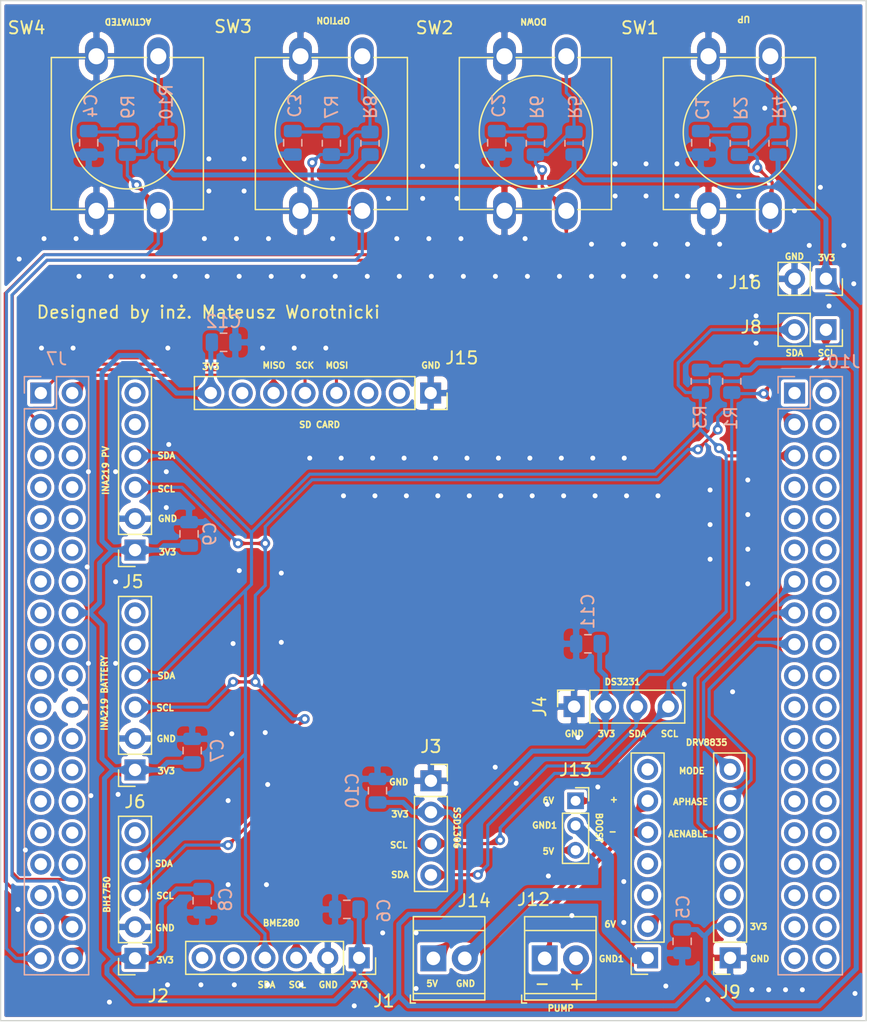
<source format=kicad_pcb>
(kicad_pcb (version 20171130) (host pcbnew "(5.1.10)-1")
  (layers (0 F.Cu signal) (31 B.Cu signal) (34 B.Paste user hide) (35 F.Paste user hide) (36 B.SilkS user) (37 F.SilkS user) (38 B.Mask user) (39 F.Mask user) (44 Edge.Cuts user))
  (net 0 "")
  (net 1 GND)
  (net 2 "Net-(C1-Pad1)")
  (net 3 "Net-(C2-Pad1)")
  (net 4 "Net-(C3-Pad1)")
  (net 5 "Net-(C4-Pad1)")
  (net 6 "Net-(J1-Pad6)")
  (net 7 "Net-(J1-Pad5)")
  (net 8 SCL)
  (net 9 +3V3)
  (net 10 "Net-(J2-Pad5)")
  (net 11 "Net-(J5-Pad6)")
  (net 12 "Net-(J5-Pad5)")
  (net 13 "Net-(J6-Pad6)")
  (net 14 "Net-(J6-Pad5)")
  (net 15 COUNTER_UP)
  (net 16 USER_ACTIVATED)
  (net 17 COUNTER_DOWN)
  (net 18 "Net-(J7-Pad35)")
  (net 19 OPTION)
  (net 20 "Net-(J7-Pad32)")
  (net 21 "Net-(J7-Pad31)")
  (net 22 "Net-(J7-Pad30)")
  (net 23 "Net-(J7-Pad29)")
  (net 24 "Net-(J7-Pad28)")
  (net 25 "Net-(J7-Pad27)")
  (net 26 "Net-(J7-Pad26)")
  (net 27 "Net-(J7-Pad25)")
  (net 28 "Net-(J7-Pad24)")
  (net 29 "Net-(J7-Pad23)")
  (net 30 "Net-(J7-Pad21)")
  (net 31 "Net-(J7-Pad20)")
  (net 32 "Net-(J7-Pad19)")
  (net 33 "Net-(J7-Pad18)")
  (net 34 "Net-(J7-Pad17)")
  (net 35 "Net-(J7-Pad15)")
  (net 36 "Net-(J7-Pad14)")
  (net 37 "Net-(J7-Pad13)")
  (net 38 "Net-(J7-Pad12)")
  (net 39 "Net-(J7-Pad11)")
  (net 40 "Net-(J7-Pad10)")
  (net 41 "Net-(J7-Pad9)")
  (net 42 "Net-(J7-Pad8)")
  (net 43 "Net-(J7-Pad7)")
  (net 44 "Net-(J7-Pad6)")
  (net 45 "Net-(J7-Pad5)")
  (net 46 "Net-(J7-Pad4)")
  (net 47 SPI3_MISO)
  (net 48 "Net-(J10-Pad38)")
  (net 49 "Net-(J10-Pad37)")
  (net 50 "Net-(J10-Pad36)")
  (net 51 "Net-(J10-Pad35)")
  (net 52 "Net-(J10-Pad34)")
  (net 53 "Net-(J10-Pad33)")
  (net 54 "Net-(J10-Pad32)")
  (net 55 "Net-(J10-Pad31)")
  (net 56 "Net-(J10-Pad30)")
  (net 57 "Net-(J10-Pad29)")
  (net 58 "Net-(J10-Pad28)")
  (net 59 "Net-(J10-Pad27)")
  (net 60 "Net-(J10-Pad26)")
  (net 61 "Net-(J10-Pad25)")
  (net 62 "Net-(J10-Pad24)")
  (net 63 "Net-(J10-Pad23)")
  (net 64 "Net-(J10-Pad22)")
  (net 65 "Net-(J10-Pad21)")
  (net 66 "Net-(J10-Pad20)")
  (net 67 "Net-(J10-Pad19)")
  (net 68 "Net-(J10-Pad18)")
  (net 69 APHASE)
  (net 70 "Net-(J10-Pad16)")
  (net 71 MODE)
  (net 72 "Net-(J10-Pad14)")
  (net 73 AENABLE)
  (net 74 "Net-(J10-Pad12)")
  (net 75 "Net-(J10-Pad11)")
  (net 76 "Net-(J10-Pad10)")
  (net 77 "Net-(J10-Pad9)")
  (net 78 "Net-(J10-Pad8)")
  (net 79 "Net-(J10-Pad7)")
  (net 80 "Net-(J10-Pad6)")
  (net 81 "Net-(J10-Pad4)")
  (net 82 "Net-(J10-Pad2)")
  (net 83 "Net-(J10-Pad1)")
  (net 84 AOUT1)
  (net 85 +5V)
  (net 86 GND1)
  (net 87 +6V)
  (net 88 "Net-(J9-Pad4)")
  (net 89 "Net-(J9-Pad3)")
  (net 90 "Net-(J15-Pad7)")
  (net 91 "Net-(J15-Pad3)")
  (net 92 "Net-(J15-Pad2)")
  (net 93 SDA)
  (net 94 SPI3_MOSI)
  (net 95 SPI3_SCK)
  (net 96 AOUT2)
  (net 97 "Net-(J7-Pad33)")
  (net 98 "Net-(J9-Pad11)")
  (net 99 "Net-(J9-Pad14)")
  (net 100 "Net-(J9-Pad10)")
  (module ApiaryWaterDispensingSystem:PinSocket_1x04_P2.54mm_Vertical_RTCDS3231 (layer F.Cu) (at 96.38 87.1 90)
    (fp_text reference J4 (at 0 -2.77 90) (layer F.SilkS))
    (fp_text value RTC)
    (pad 4 thru_hole oval (at 0 7.62 90) (size 1.7 1.7) (drill 1) (layers *.Cu *.Mask) (net 8 SCL))
    (pad 3 thru_hole oval (at 0 5.08 90) (size 1.7 1.7) (drill 1) (layers *.Cu *.Mask) (net 93 SDA))
    (pad 2 thru_hole oval (at 0 2.54 90) (size 1.7 1.7) (drill 1) (layers *.Cu *.Mask) (net 9 +3V3))
    (pad 1 thru_hole rect (at 0 0 90) (size 1.7 1.7) (drill 1) (layers *.Cu *.Mask) (net 1 GND))
  )
  (module ApiaryWaterDispensingSystem:PinSocket_1x07_P2.54mm_Vertical_DRV8835 (layer F.Cu) (at 107.1966 107.18632 180)
    (fp_text reference J9 (at -1.8034 -3.00368) (layer F.SilkS))
    (fp_text value Conn_01x14_Male)
    (pad 13 thru_hole oval (at 4.86832 12.46546 180) (size 1.7 1.7) (drill 1) (layers *.Cu *.Mask) (net 84 AOUT1))
    (pad 11 thru_hole oval (at 4.86832 7.38546 180) (size 1.7 1.7) (drill 1) (layers *.Cu *.Mask) (net 98 "Net-(J9-Pad11)"))
    (pad 12 thru_hole oval (at 4.86832 9.92546 180) (size 1.7 1.7) (drill 1) (layers *.Cu *.Mask) (net 96 AOUT2))
    (pad 14 thru_hole oval (at 4.86832 15.00546 180) (size 1.7 1.7) (drill 1) (layers *.Cu *.Mask) (net 99 "Net-(J9-Pad14)"))
    (pad 8 thru_hole rect (at 4.86832 -0.23454 180) (size 1.7 1.7) (drill 1) (layers *.Cu *.Mask) (net 86 GND1))
    (pad 10 thru_hole oval (at 4.86832 4.84546 180) (size 1.7 1.7) (drill 1) (layers *.Cu *.Mask) (net 100 "Net-(J9-Pad10)"))
    (pad 9 thru_hole oval (at 4.86832 2.30546 180) (size 1.7 1.7) (drill 1) (layers *.Cu *.Mask) (net 87 +6V))
    (pad 7 thru_hole oval (at -1.8034 15.00632 180) (size 1.7 1.7) (drill 1) (layers *.Cu *.Mask) (net 71 MODE))
    (pad 6 thru_hole oval (at -1.8034 12.46632 180) (size 1.7 1.7) (drill 1) (layers *.Cu *.Mask) (net 69 APHASE))
    (pad 5 thru_hole oval (at -1.8034 9.92632 180) (size 1.7 1.7) (drill 1) (layers *.Cu *.Mask) (net 73 AENABLE))
    (pad 4 thru_hole oval (at -1.8034 7.38632 180) (size 1.7 1.7) (drill 1) (layers *.Cu *.Mask) (net 88 "Net-(J9-Pad4)"))
    (pad 3 thru_hole oval (at -1.8034 4.84632 180) (size 1.7 1.7) (drill 1) (layers *.Cu *.Mask) (net 89 "Net-(J9-Pad3)"))
    (pad 2 thru_hole oval (at -1.8034 2.30632 180) (size 1.7 1.7) (drill 1) (layers *.Cu *.Mask) (net 9 +3V3))
    (pad 1 thru_hole rect (at -1.8034 -0.23368 180) (size 1.7 1.7) (drill 1) (layers *.Cu *.Mask) (net 1 GND))
  )
  (module ApiaryWaterDispensingSystem:PinSocket_1x08_P2.54mm_Vertical_SD_CARD (layer F.Cu) (at 84.78 61.74 270)
    (fp_text reference J15 (at -2.84 -2.52 180) (layer F.SilkS))
    (fp_text value "SD CARD")
    (pad 8 thru_hole oval (at 0 17.78 270) (size 1.7 1.7) (drill 1) (layers *.Cu *.Mask) (net 9 +3V3))
    (pad 7 thru_hole oval (at 0 15.24 270) (size 1.7 1.7) (drill 1) (layers *.Cu *.Mask) (net 90 "Net-(J15-Pad7)"))
    (pad 6 thru_hole oval (at 0 12.7 270) (size 1.7 1.7) (drill 1) (layers *.Cu *.Mask) (net 47 SPI3_MISO))
    (pad 5 thru_hole oval (at 0 10.16 270) (size 1.7 1.7) (drill 1) (layers *.Cu *.Mask) (net 95 SPI3_SCK))
    (pad 4 thru_hole oval (at 0 7.62 270) (size 1.7 1.7) (drill 1) (layers *.Cu *.Mask) (net 94 SPI3_MOSI))
    (pad 3 thru_hole oval (at 0 5.08 270) (size 1.7 1.7) (drill 1) (layers *.Cu *.Mask) (net 91 "Net-(J15-Pad3)"))
    (pad 2 thru_hole oval (at 0 2.54 270) (size 1.7 1.7) (drill 1) (layers *.Cu *.Mask) (net 92 "Net-(J15-Pad2)"))
    (pad 1 thru_hole rect (at 0 0 270) (size 1.7 1.7) (drill 1) (layers *.Cu *.Mask) (net 1 GND))
  )
  (module Connector_PinSocket_2.54mm:PinSocket_2x19_P2.54mm_Vertical (layer B.Cu) (at 53.25 61.74 180)
    (fp_text reference J7 (at -1.27 2.77) (layer B.SilkS) (effects (justify mirror)))
    (fp_text value Conn_02x19_Odd_Even)
    (pad 38 thru_hole oval (at -2.54 -45.72 180) (size 1.7 1.7) (drill 1) (layers *.Cu *.Mask) (net 15 COUNTER_UP))
    (pad 37 thru_hole oval (at 0 -45.72 180) (size 1.7 1.7) (drill 1) (layers *.Cu *.Mask) (net 16 USER_ACTIVATED))
    (pad 36 thru_hole oval (at -2.54 -43.18 180) (size 1.7 1.7) (drill 1) (layers *.Cu *.Mask) (net 17 COUNTER_DOWN))
    (pad 35 thru_hole oval (at 0 -43.18 180) (size 1.7 1.7) (drill 1) (layers *.Cu *.Mask) (net 18 "Net-(J7-Pad35)"))
    (pad 34 thru_hole oval (at -2.54 -40.64 180) (size 1.7 1.7) (drill 1) (layers *.Cu *.Mask) (net 19 OPTION))
    (pad 33 thru_hole oval (at 0 -40.64 180) (size 1.7 1.7) (drill 1) (layers *.Cu *.Mask) (net 97 "Net-(J7-Pad33)"))
    (pad 32 thru_hole oval (at -2.54 -38.1 180) (size 1.7 1.7) (drill 1) (layers *.Cu *.Mask) (net 20 "Net-(J7-Pad32)"))
    (pad 31 thru_hole oval (at 0 -38.1 180) (size 1.7 1.7) (drill 1) (layers *.Cu *.Mask) (net 21 "Net-(J7-Pad31)"))
    (pad 30 thru_hole oval (at -2.54 -35.56 180) (size 1.7 1.7) (drill 1) (layers *.Cu *.Mask) (net 22 "Net-(J7-Pad30)"))
    (pad 29 thru_hole oval (at 0 -35.56 180) (size 1.7 1.7) (drill 1) (layers *.Cu *.Mask) (net 23 "Net-(J7-Pad29)"))
    (pad 28 thru_hole oval (at -2.54 -33.02 180) (size 1.7 1.7) (drill 1) (layers *.Cu *.Mask) (net 24 "Net-(J7-Pad28)"))
    (pad 27 thru_hole oval (at 0 -33.02 180) (size 1.7 1.7) (drill 1) (layers *.Cu *.Mask) (net 25 "Net-(J7-Pad27)"))
    (pad 26 thru_hole oval (at -2.54 -30.48 180) (size 1.7 1.7) (drill 1) (layers *.Cu *.Mask) (net 26 "Net-(J7-Pad26)"))
    (pad 25 thru_hole oval (at 0 -30.48 180) (size 1.7 1.7) (drill 1) (layers *.Cu *.Mask) (net 27 "Net-(J7-Pad25)"))
    (pad 24 thru_hole oval (at -2.54 -27.94 180) (size 1.7 1.7) (drill 1) (layers *.Cu *.Mask) (net 28 "Net-(J7-Pad24)"))
    (pad 23 thru_hole oval (at 0 -27.94 180) (size 1.7 1.7) (drill 1) (layers *.Cu *.Mask) (net 29 "Net-(J7-Pad23)"))
    (pad 22 thru_hole oval (at -2.54 -25.4 180) (size 1.7 1.7) (drill 1) (layers *.Cu *.Mask) (net 1 GND))
    (pad 21 thru_hole oval (at 0 -25.4 180) (size 1.7 1.7) (drill 1) (layers *.Cu *.Mask) (net 30 "Net-(J7-Pad21)"))
    (pad 20 thru_hole oval (at -2.54 -22.86 180) (size 1.7 1.7) (drill 1) (layers *.Cu *.Mask) (net 31 "Net-(J7-Pad20)"))
    (pad 19 thru_hole oval (at 0 -22.86 180) (size 1.7 1.7) (drill 1) (layers *.Cu *.Mask) (net 32 "Net-(J7-Pad19)"))
    (pad 18 thru_hole oval (at -2.54 -20.32 180) (size 1.7 1.7) (drill 1) (layers *.Cu *.Mask) (net 33 "Net-(J7-Pad18)"))
    (pad 17 thru_hole oval (at 0 -20.32 180) (size 1.7 1.7) (drill 1) (layers *.Cu *.Mask) (net 34 "Net-(J7-Pad17)"))
    (pad 16 thru_hole oval (at -2.54 -17.78 180) (size 1.7 1.7) (drill 1) (layers *.Cu *.Mask) (net 9 +3V3))
    (pad 15 thru_hole oval (at 0 -17.78 180) (size 1.7 1.7) (drill 1) (layers *.Cu *.Mask) (net 35 "Net-(J7-Pad15)"))
    (pad 14 thru_hole oval (at -2.54 -15.24 180) (size 1.7 1.7) (drill 1) (layers *.Cu *.Mask) (net 36 "Net-(J7-Pad14)"))
    (pad 13 thru_hole oval (at 0 -15.24 180) (size 1.7 1.7) (drill 1) (layers *.Cu *.Mask) (net 37 "Net-(J7-Pad13)"))
    (pad 12 thru_hole oval (at -2.54 -12.7 180) (size 1.7 1.7) (drill 1) (layers *.Cu *.Mask) (net 38 "Net-(J7-Pad12)"))
    (pad 11 thru_hole oval (at 0 -12.7 180) (size 1.7 1.7) (drill 1) (layers *.Cu *.Mask) (net 39 "Net-(J7-Pad11)"))
    (pad 10 thru_hole oval (at -2.54 -10.16 180) (size 1.7 1.7) (drill 1) (layers *.Cu *.Mask) (net 40 "Net-(J7-Pad10)"))
    (pad 9 thru_hole oval (at 0 -10.16 180) (size 1.7 1.7) (drill 1) (layers *.Cu *.Mask) (net 41 "Net-(J7-Pad9)"))
    (pad 8 thru_hole oval (at -2.54 -7.62 180) (size 1.7 1.7) (drill 1) (layers *.Cu *.Mask) (net 42 "Net-(J7-Pad8)"))
    (pad 7 thru_hole oval (at 0 -7.62 180) (size 1.7 1.7) (drill 1) (layers *.Cu *.Mask) (net 43 "Net-(J7-Pad7)"))
    (pad 6 thru_hole oval (at -2.54 -5.08 180) (size 1.7 1.7) (drill 1) (layers *.Cu *.Mask) (net 44 "Net-(J7-Pad6)"))
    (pad 5 thru_hole oval (at 0 -5.08 180) (size 1.7 1.7) (drill 1) (layers *.Cu *.Mask) (net 45 "Net-(J7-Pad5)"))
    (pad 4 thru_hole oval (at -2.54 -2.54 180) (size 1.7 1.7) (drill 1) (layers *.Cu *.Mask) (net 46 "Net-(J7-Pad4)"))
    (pad 3 thru_hole oval (at 0 -2.54 180) (size 1.7 1.7) (drill 1) (layers *.Cu *.Mask) (net 94 SPI3_MOSI))
    (pad 2 thru_hole oval (at -2.54 0 180) (size 1.7 1.7) (drill 1) (layers *.Cu *.Mask) (net 47 SPI3_MISO))
    (pad 1 thru_hole rect (at 0 0 180) (size 1.7 1.7) (drill 1) (layers *.Cu *.Mask) (net 95 SPI3_SCK))
  )
  (module Capacitor_SMD:C_0805_2012Metric (layer B.Cu) (at 68.034 57.636 180)
    (fp_text reference C12 (at 0 1.68) (layer B.SilkS) (effects (justify mirror)))
    (fp_text value 100n)
    (pad 2 smd roundrect (at 0.95 0 180) (size 1 1.45) (layers B.Cu B.Paste B.Mask) (net 9 +3V3))
    (pad 1 smd roundrect (at -0.95 0 180) (size 1 1.45) (layers B.Cu B.Paste B.Mask) (net 1 GND))
  )
  (module Capacitor_SMD:C_0805_2012Metric (layer B.Cu) (at 97.498 82.02)
    (fp_text reference C11 (at 0.002 -2.62 270) (layer B.SilkS) (effects (justify mirror)))
    (fp_text value 100n)
    (pad 2 smd roundrect (at 0.95 0) (size 1 1.45) (layers B.Cu B.Paste B.Mask) (net 9 +3V3))
    (pad 1 smd roundrect (at -0.95 0) (size 1 1.45) (layers B.Cu B.Paste B.Mask) (net 1 GND))
  )
  (module Capacitor_SMD:C_0805_2012Metric (layer B.Cu) (at 80.48 93.9 270)
    (fp_text reference C10 (at 0 2.032 270) (layer B.SilkS) (effects (justify mirror)))
    (fp_text value 100n)
    (pad 2 smd roundrect (at 0.95 0 270) (size 1 1.45) (layers B.Cu B.Paste B.Mask) (net 9 +3V3))
    (pad 1 smd roundrect (at -0.95 0 270) (size 1 1.45) (layers B.Cu B.Paste B.Mask) (net 1 GND))
  )
  (module Capacitor_SMD:C_0805_2012Metric (layer B.Cu) (at 65.24 73.13 90)
    (fp_text reference C9 (at 0 1.68 90) (layer B.SilkS) (effects (justify mirror)))
    (fp_text value 100n)
    (pad 2 smd roundrect (at 0.95 0 90) (size 1 1.45) (layers B.Cu B.Paste B.Mask) (net 1 GND))
    (pad 1 smd roundrect (at -0.95 0 90) (size 1 1.45) (layers B.Cu B.Paste B.Mask) (net 9 +3V3))
  )
  (module Capacitor_SMD:C_0805_2012Metric (layer B.Cu) (at 66.3 102.8 270)
    (fp_text reference C8 (at -0.1 -1.9 270) (layer B.SilkS) (effects (justify mirror)))
    (fp_text value 100n)
    (pad 2 smd roundrect (at 0.95 0 270) (size 1 1.45) (layers B.Cu B.Paste B.Mask) (net 1 GND))
    (pad 1 smd roundrect (at -0.95 0 270) (size 1 1.45) (layers B.Cu B.Paste B.Mask) (net 9 +3V3))
  )
  (module Capacitor_SMD:C_0805_2012Metric (layer B.Cu) (at 65.494 90.656 90)
    (fp_text reference C7 (at 0 2.032 90) (layer B.SilkS) (effects (justify mirror)))
    (fp_text value 100n)
    (pad 2 smd roundrect (at 0.95 0 90) (size 1 1.45) (layers B.Cu B.Paste B.Mask) (net 1 GND))
    (pad 1 smd roundrect (at -0.95 0 90) (size 1 1.45) (layers B.Cu B.Paste B.Mask) (net 9 +3V3))
  )
  (module Capacitor_SMD:C_0805_2012Metric (layer B.Cu) (at 78 103.5 180)
    (fp_text reference C6 (at -3 -0.1 270) (layer B.SilkS) (effects (justify mirror)))
    (fp_text value 100n)
    (pad 2 smd roundrect (at 0.95 0 180) (size 1 1.45) (layers B.Cu B.Paste B.Mask) (net 1 GND))
    (pad 1 smd roundrect (at -0.95 0 180) (size 1 1.45) (layers B.Cu B.Paste B.Mask) (net 9 +3V3))
  )
  (module Capacitor_SMD:C_0805_2012Metric (layer B.Cu) (at 105.118 106.084 90)
    (fp_text reference C5 (at 2.784 0.082 90) (layer B.SilkS) (effects (justify mirror)))
    (fp_text value 100n)
    (pad 2 smd roundrect (at 0.95 0 90) (size 1 1.45) (layers B.Cu B.Paste B.Mask) (net 9 +3V3))
    (pad 1 smd roundrect (at -0.95 0 90) (size 1 1.45) (layers B.Cu B.Paste B.Mask) (net 1 GND))
  )
  (module ApiaryWaterDispensingSystem:PinSocket_1x06_P2.54mm_Vertical_BME280 (layer F.Cu) (at 79 107.42 270)
    (fp_text reference J1 (at 3.48 -2 180) (layer F.SilkS))
    (fp_text value BME280)
    (pad 6 thru_hole oval (at 0 12.7 270) (size 1.7 1.7) (drill 1) (layers *.Cu *.Mask) (net 6 "Net-(J1-Pad6)"))
    (pad 5 thru_hole oval (at 0 10.16 270) (size 1.7 1.7) (drill 1) (layers *.Cu *.Mask) (net 7 "Net-(J1-Pad5)"))
    (pad 4 thru_hole oval (at 0 7.62 270) (size 1.7 1.7) (drill 1) (layers *.Cu *.Mask) (net 93 SDA))
    (pad 3 thru_hole oval (at 0 5.08 270) (size 1.7 1.7) (drill 1) (layers *.Cu *.Mask) (net 8 SCL))
    (pad 2 thru_hole oval (at 0 2.54 270) (size 1.7 1.7) (drill 1) (layers *.Cu *.Mask) (net 1 GND))
    (pad 1 thru_hole rect (at 0 0 270) (size 1.7 1.7) (drill 1) (layers *.Cu *.Mask) (net 9 +3V3))
  )
  (module Connector_PinSocket_2.00mm:PinSocket_1x03_P2.00mm_Vertical (layer F.Cu) (at 96.5 94.72)
    (fp_text reference J13 (at 0 -2.5) (layer F.SilkS))
    (fp_text value BOOST)
    (pad 3 thru_hole oval (at 0 4) (size 1.35 1.35) (drill 0.8) (layers *.Cu *.Mask) (net 85 +5V))
    (pad 2 thru_hole oval (at 0 2) (size 1.35 1.35) (drill 0.8) (layers *.Cu *.Mask) (net 86 GND1))
    (pad 1 thru_hole rect (at 0 0) (size 1.35 1.35) (drill 0.8) (layers *.Cu *.Mask) (net 87 +6V))
  )
  (module Connector_PinSocket_2.54mm:PinSocket_1x04_P2.54mm_Vertical (layer F.Cu) (at 84.8 93.1)
    (fp_text reference J3 (at 0 -2.77) (layer F.SilkS))
    (fp_text value OLED)
    (pad 4 thru_hole oval (at 0 7.62) (size 1.7 1.7) (drill 1) (layers *.Cu *.Mask) (net 93 SDA))
    (pad 3 thru_hole oval (at 0 5.08) (size 1.7 1.7) (drill 1) (layers *.Cu *.Mask) (net 8 SCL))
    (pad 2 thru_hole oval (at 0 2.54) (size 1.7 1.7) (drill 1) (layers *.Cu *.Mask) (net 9 +3V3))
    (pad 1 thru_hole rect (at 0 0) (size 1.7 1.7) (drill 1) (layers *.Cu *.Mask) (net 1 GND))
  )
  (module Connector_PinSocket_2.54mm:PinSocket_1x05_P2.54mm_Vertical (layer F.Cu) (at 60.87 107.46 180)
    (fp_text reference J2 (at -1.88 -3.04) (layer F.SilkS))
    (fp_text value BH1750)
    (pad 5 thru_hole oval (at 0 10.16 180) (size 1.7 1.7) (drill 1) (layers *.Cu *.Mask) (net 10 "Net-(J2-Pad5)"))
    (pad 4 thru_hole oval (at 0 7.62 180) (size 1.7 1.7) (drill 1) (layers *.Cu *.Mask) (net 93 SDA))
    (pad 3 thru_hole oval (at 0 5.08 180) (size 1.7 1.7) (drill 1) (layers *.Cu *.Mask) (net 8 SCL))
    (pad 2 thru_hole oval (at 0 2.54 180) (size 1.7 1.7) (drill 1) (layers *.Cu *.Mask) (net 1 GND))
    (pad 1 thru_hole rect (at 0 0 180) (size 1.7 1.7) (drill 1) (layers *.Cu *.Mask) (net 9 +3V3))
  )
  (module Connector_PinSocket_2.54mm:PinSocket_1x06_P2.54mm_Vertical (layer F.Cu) (at 60.87 92.22 180)
    (fp_text reference J6 (at 0 -2.58) (layer F.SilkS))
    (fp_text value "INA219 Battery")
    (pad 6 thru_hole oval (at 0 12.7 180) (size 1.7 1.7) (drill 1) (layers *.Cu *.Mask) (net 13 "Net-(J6-Pad6)"))
    (pad 5 thru_hole oval (at 0 10.16 180) (size 1.7 1.7) (drill 1) (layers *.Cu *.Mask) (net 14 "Net-(J6-Pad5)"))
    (pad 4 thru_hole oval (at 0 7.62 180) (size 1.7 1.7) (drill 1) (layers *.Cu *.Mask) (net 93 SDA))
    (pad 3 thru_hole oval (at 0 5.08 180) (size 1.7 1.7) (drill 1) (layers *.Cu *.Mask) (net 8 SCL))
    (pad 2 thru_hole oval (at 0 2.54 180) (size 1.7 1.7) (drill 1) (layers *.Cu *.Mask) (net 1 GND))
    (pad 1 thru_hole rect (at 0 0 180) (size 1.7 1.7) (drill 1) (layers *.Cu *.Mask) (net 9 +3V3))
  )
  (module Connector_PinSocket_2.54mm:PinSocket_1x06_P2.54mm_Vertical (layer F.Cu) (at 60.87 74.44 180)
    (fp_text reference J5 (at 0.17 -2.56) (layer F.SilkS))
    (fp_text value "INA219 PV")
    (pad 6 thru_hole oval (at 0 12.7 180) (size 1.7 1.7) (drill 1) (layers *.Cu *.Mask) (net 11 "Net-(J5-Pad6)"))
    (pad 5 thru_hole oval (at 0 10.16 180) (size 1.7 1.7) (drill 1) (layers *.Cu *.Mask) (net 12 "Net-(J5-Pad5)"))
    (pad 4 thru_hole oval (at 0 7.62 180) (size 1.7 1.7) (drill 1) (layers *.Cu *.Mask) (net 93 SDA))
    (pad 3 thru_hole oval (at 0 5.08 180) (size 1.7 1.7) (drill 1) (layers *.Cu *.Mask) (net 8 SCL))
    (pad 2 thru_hole oval (at 0 2.54 180) (size 1.7 1.7) (drill 1) (layers *.Cu *.Mask) (net 1 GND))
    (pad 1 thru_hole rect (at 0 0 180) (size 1.7 1.7) (drill 1) (layers *.Cu *.Mask) (net 9 +3V3))
  )
  (module Connector_PinSocket_2.54mm:PinSocket_2x19_P2.54mm_Vertical (layer B.Cu) (at 114.21 61.74 180)
    (fp_text reference J10 (at -3.99 2.54) (layer B.SilkS) (effects (justify mirror)))
    (fp_text value Conn_02x19_Odd_Even)
    (pad 38 thru_hole oval (at -2.54 -45.72 180) (size 1.7 1.7) (drill 1) (layers *.Cu *.Mask) (net 48 "Net-(J10-Pad38)"))
    (pad 37 thru_hole oval (at 0 -45.72 180) (size 1.7 1.7) (drill 1) (layers *.Cu *.Mask) (net 49 "Net-(J10-Pad37)"))
    (pad 36 thru_hole oval (at -2.54 -43.18 180) (size 1.7 1.7) (drill 1) (layers *.Cu *.Mask) (net 50 "Net-(J10-Pad36)"))
    (pad 35 thru_hole oval (at 0 -43.18 180) (size 1.7 1.7) (drill 1) (layers *.Cu *.Mask) (net 51 "Net-(J10-Pad35)"))
    (pad 34 thru_hole oval (at -2.54 -40.64 180) (size 1.7 1.7) (drill 1) (layers *.Cu *.Mask) (net 52 "Net-(J10-Pad34)"))
    (pad 33 thru_hole oval (at 0 -40.64 180) (size 1.7 1.7) (drill 1) (layers *.Cu *.Mask) (net 53 "Net-(J10-Pad33)"))
    (pad 32 thru_hole oval (at -2.54 -38.1 180) (size 1.7 1.7) (drill 1) (layers *.Cu *.Mask) (net 54 "Net-(J10-Pad32)"))
    (pad 31 thru_hole oval (at 0 -38.1 180) (size 1.7 1.7) (drill 1) (layers *.Cu *.Mask) (net 55 "Net-(J10-Pad31)"))
    (pad 30 thru_hole oval (at -2.54 -35.56 180) (size 1.7 1.7) (drill 1) (layers *.Cu *.Mask) (net 56 "Net-(J10-Pad30)"))
    (pad 29 thru_hole oval (at 0 -35.56 180) (size 1.7 1.7) (drill 1) (layers *.Cu *.Mask) (net 57 "Net-(J10-Pad29)"))
    (pad 28 thru_hole oval (at -2.54 -33.02 180) (size 1.7 1.7) (drill 1) (layers *.Cu *.Mask) (net 58 "Net-(J10-Pad28)"))
    (pad 27 thru_hole oval (at 0 -33.02 180) (size 1.7 1.7) (drill 1) (layers *.Cu *.Mask) (net 59 "Net-(J10-Pad27)"))
    (pad 26 thru_hole oval (at -2.54 -30.48 180) (size 1.7 1.7) (drill 1) (layers *.Cu *.Mask) (net 60 "Net-(J10-Pad26)"))
    (pad 25 thru_hole oval (at 0 -30.48 180) (size 1.7 1.7) (drill 1) (layers *.Cu *.Mask) (net 61 "Net-(J10-Pad25)"))
    (pad 24 thru_hole oval (at -2.54 -27.94 180) (size 1.7 1.7) (drill 1) (layers *.Cu *.Mask) (net 62 "Net-(J10-Pad24)"))
    (pad 23 thru_hole oval (at 0 -27.94 180) (size 1.7 1.7) (drill 1) (layers *.Cu *.Mask) (net 63 "Net-(J10-Pad23)"))
    (pad 22 thru_hole oval (at -2.54 -25.4 180) (size 1.7 1.7) (drill 1) (layers *.Cu *.Mask) (net 64 "Net-(J10-Pad22)"))
    (pad 21 thru_hole oval (at 0 -25.4 180) (size 1.7 1.7) (drill 1) (layers *.Cu *.Mask) (net 65 "Net-(J10-Pad21)"))
    (pad 20 thru_hole oval (at -2.54 -22.86 180) (size 1.7 1.7) (drill 1) (layers *.Cu *.Mask) (net 66 "Net-(J10-Pad20)"))
    (pad 19 thru_hole oval (at 0 -22.86 180) (size 1.7 1.7) (drill 1) (layers *.Cu *.Mask) (net 67 "Net-(J10-Pad19)"))
    (pad 18 thru_hole oval (at -2.54 -20.32 180) (size 1.7 1.7) (drill 1) (layers *.Cu *.Mask) (net 68 "Net-(J10-Pad18)"))
    (pad 17 thru_hole oval (at 0 -20.32 180) (size 1.7 1.7) (drill 1) (layers *.Cu *.Mask) (net 69 APHASE))
    (pad 16 thru_hole oval (at -2.54 -17.78 180) (size 1.7 1.7) (drill 1) (layers *.Cu *.Mask) (net 70 "Net-(J10-Pad16)"))
    (pad 15 thru_hole oval (at 0 -17.78 180) (size 1.7 1.7) (drill 1) (layers *.Cu *.Mask) (net 71 MODE))
    (pad 14 thru_hole oval (at -2.54 -15.24 180) (size 1.7 1.7) (drill 1) (layers *.Cu *.Mask) (net 72 "Net-(J10-Pad14)"))
    (pad 13 thru_hole oval (at 0 -15.24 180) (size 1.7 1.7) (drill 1) (layers *.Cu *.Mask) (net 73 AENABLE))
    (pad 12 thru_hole oval (at -2.54 -12.7 180) (size 1.7 1.7) (drill 1) (layers *.Cu *.Mask) (net 74 "Net-(J10-Pad12)"))
    (pad 11 thru_hole oval (at 0 -12.7 180) (size 1.7 1.7) (drill 1) (layers *.Cu *.Mask) (net 75 "Net-(J10-Pad11)"))
    (pad 10 thru_hole oval (at -2.54 -10.16 180) (size 1.7 1.7) (drill 1) (layers *.Cu *.Mask) (net 76 "Net-(J10-Pad10)"))
    (pad 9 thru_hole oval (at 0 -10.16 180) (size 1.7 1.7) (drill 1) (layers *.Cu *.Mask) (net 77 "Net-(J10-Pad9)"))
    (pad 8 thru_hole oval (at -2.54 -7.62 180) (size 1.7 1.7) (drill 1) (layers *.Cu *.Mask) (net 78 "Net-(J10-Pad8)"))
    (pad 7 thru_hole oval (at 0 -7.62 180) (size 1.7 1.7) (drill 1) (layers *.Cu *.Mask) (net 79 "Net-(J10-Pad7)"))
    (pad 6 thru_hole oval (at -2.54 -5.08 180) (size 1.7 1.7) (drill 1) (layers *.Cu *.Mask) (net 80 "Net-(J10-Pad6)"))
    (pad 5 thru_hole oval (at 0 -5.08 180) (size 1.7 1.7) (drill 1) (layers *.Cu *.Mask) (net 93 SDA))
    (pad 4 thru_hole oval (at -2.54 -2.54 180) (size 1.7 1.7) (drill 1) (layers *.Cu *.Mask) (net 81 "Net-(J10-Pad4)"))
    (pad 3 thru_hole oval (at 0 -2.54 180) (size 1.7 1.7) (drill 1) (layers *.Cu *.Mask) (net 8 SCL))
    (pad 2 thru_hole oval (at -2.54 0 180) (size 1.7 1.7) (drill 1) (layers *.Cu *.Mask) (net 82 "Net-(J10-Pad2)"))
    (pad 1 thru_hole rect (at 0 0 180) (size 1.7 1.7) (drill 1) (layers *.Cu *.Mask) (net 83 "Net-(J10-Pad1)"))
  )
  (module Button_Switch_THT:SW_PUSH-12mm (layer F.Cu) (at 57.75 47 90)
    (fp_text reference SW4 (at 14.8 -5.65 180) (layer F.SilkS))
    (fp_text value SW_Push)
    (pad 2 thru_hole oval (at 0 5 90) (size 3.048 1.85) (drill 1.3) (layers *.Cu *.Mask) (net 16 USER_ACTIVATED))
    (pad 1 thru_hole oval (at 0 0 90) (size 3.048 1.85) (drill 1.3) (layers *.Cu *.Mask) (net 1 GND))
    (pad 2 thru_hole oval (at 12.5 5 90) (size 3.048 1.85) (drill 1.3) (layers *.Cu *.Mask) (net 16 USER_ACTIVATED))
    (pad 1 thru_hole oval (at 12.5 0 90) (size 3.048 1.85) (drill 1.3) (layers *.Cu *.Mask) (net 1 GND))
  )
  (module Button_Switch_THT:SW_PUSH-12mm (layer F.Cu) (at 74.25 47 90)
    (fp_text reference SW3 (at 14.9 -5.45 180) (layer F.SilkS))
    (fp_text value SW_Push)
    (pad 2 thru_hole oval (at 0 5 90) (size 3.048 1.85) (drill 1.3) (layers *.Cu *.Mask) (net 19 OPTION))
    (pad 1 thru_hole oval (at 0 0 90) (size 3.048 1.85) (drill 1.3) (layers *.Cu *.Mask) (net 1 GND))
    (pad 2 thru_hole oval (at 12.5 5 90) (size 3.048 1.85) (drill 1.3) (layers *.Cu *.Mask) (net 19 OPTION))
    (pad 1 thru_hole oval (at 12.5 0 90) (size 3.048 1.85) (drill 1.3) (layers *.Cu *.Mask) (net 1 GND))
  )
  (module Button_Switch_THT:SW_PUSH-12mm (layer F.Cu) (at 90.75 47 90)
    (fp_text reference SW2 (at 14.8 -5.65 180) (layer F.SilkS))
    (fp_text value SW_Push)
    (pad 2 thru_hole oval (at 0 5 90) (size 3.048 1.85) (drill 1.3) (layers *.Cu *.Mask) (net 17 COUNTER_DOWN))
    (pad 1 thru_hole oval (at 0 0 90) (size 3.048 1.85) (drill 1.3) (layers *.Cu *.Mask) (net 1 GND))
    (pad 2 thru_hole oval (at 12.5 5 90) (size 3.048 1.85) (drill 1.3) (layers *.Cu *.Mask) (net 17 COUNTER_DOWN))
    (pad 1 thru_hole oval (at 12.5 0 90) (size 3.048 1.85) (drill 1.3) (layers *.Cu *.Mask) (net 1 GND))
  )
  (module Button_Switch_THT:SW_PUSH-12mm (layer F.Cu) (at 107.25 47 90)
    (fp_text reference SW1 (at 14.8 -5.55 180) (layer F.SilkS))
    (fp_text value SW_Push)
    (pad 2 thru_hole oval (at 0 5 90) (size 3.048 1.85) (drill 1.3) (layers *.Cu *.Mask) (net 15 COUNTER_UP))
    (pad 1 thru_hole oval (at 0 0 90) (size 3.048 1.85) (drill 1.3) (layers *.Cu *.Mask) (net 1 GND))
    (pad 2 thru_hole oval (at 12.5 5 90) (size 3.048 1.85) (drill 1.3) (layers *.Cu *.Mask) (net 15 COUNTER_UP))
    (pad 1 thru_hole oval (at 12.5 0 90) (size 3.048 1.85) (drill 1.3) (layers *.Cu *.Mask) (net 1 GND))
  )
  (module Resistor_SMD:R_0805_2012Metric (layer B.Cu) (at 63.375 41.5375 90)
    (fp_text reference R10 (at 3.3375 0.025 -90) (layer B.SilkS) (effects (justify mirror)))
    (fp_text value 10k)
    (pad 2 smd roundrect (at 0.9125 0 90) (size 1.025 1.4) (layers B.Cu B.Paste B.Mask) (roundrect_rratio 0.243902) (net 16 USER_ACTIVATED))
    (pad 1 smd roundrect (at -0.9125 0 90) (size 1.025 1.4) (layers B.Cu B.Paste B.Mask) (roundrect_rratio 0.243902) (net 9 +3V3))
  )
  (module Resistor_SMD:R_0805_2012Metric (layer B.Cu) (at 60.25 41.5375 90)
    (fp_text reference R9 (at 2.9375 0.05 -90) (layer B.SilkS) (effects (justify mirror)))
    (fp_text value 1k)
    (pad 2 smd roundrect (at 0.9125 0 90) (size 1.025 1.4) (layers B.Cu B.Paste B.Mask) (roundrect_rratio 0.243902) (net 5 "Net-(C4-Pad1)"))
    (pad 1 smd roundrect (at -0.9125 0 90) (size 1.025 1.4) (layers B.Cu B.Paste B.Mask) (roundrect_rratio 0.243902) (net 16 USER_ACTIVATED))
  )
  (module Resistor_SMD:R_0805_2012Metric (layer B.Cu) (at 79.875 41.5375 90)
    (fp_text reference R8 (at 2.9375 -0.05 270 unlocked) (layer B.SilkS) (effects (justify mirror)))
    (fp_text value 10k)
    (pad 2 smd roundrect (at 0.9125 0 90) (size 1.025 1.4) (layers B.Cu B.Paste B.Mask) (roundrect_rratio 0.243902) (net 19 OPTION))
    (pad 1 smd roundrect (at -0.9125 0 90) (size 1.025 1.4) (layers B.Cu B.Paste B.Mask) (roundrect_rratio 0.243902) (net 9 +3V3))
  )
  (module Resistor_SMD:R_0805_2012Metric (layer B.Cu) (at 76.75 41.5375 90)
    (fp_text reference R7 (at 2.9375 0.025 -90) (layer B.SilkS) (effects (justify mirror)))
    (fp_text value 1k)
    (pad 2 smd roundrect (at 0.9125 0 90) (size 1.025 1.4) (layers B.Cu B.Paste B.Mask) (roundrect_rratio 0.243902) (net 4 "Net-(C3-Pad1)"))
    (pad 1 smd roundrect (at -0.9125 0 90) (size 1.025 1.4) (layers B.Cu B.Paste B.Mask) (roundrect_rratio 0.243902) (net 19 OPTION))
  )
  (module Resistor_SMD:R_0805_2012Metric (layer B.Cu) (at 96.375 41.5375 90)
    (fp_text reference R6 (at 2.9375 -3.075 270 unlocked) (layer B.SilkS) (effects (justify mirror)))
    (fp_text value 10k)
    (pad 2 smd roundrect (at 0.9125 0 90) (size 1.025 1.4) (layers B.Cu B.Paste B.Mask) (roundrect_rratio 0.243902) (net 17 COUNTER_DOWN))
    (pad 1 smd roundrect (at -0.9125 0 90) (size 1.025 1.4) (layers B.Cu B.Paste B.Mask) (roundrect_rratio 0.243902) (net 9 +3V3))
  )
  (module Resistor_SMD:R_0805_2012Metric (layer B.Cu) (at 93.25 41.5375 90)
    (fp_text reference R5 (at 2.9375 3.15 270 unlocked) (layer B.SilkS) (effects (justify mirror)))
    (fp_text value 1k)
    (pad 2 smd roundrect (at 0.9125 0 90) (size 1.025 1.4) (layers B.Cu B.Paste B.Mask) (roundrect_rratio 0.243902) (net 3 "Net-(C2-Pad1)"))
    (pad 1 smd roundrect (at -0.9125 0 90) (size 1.025 1.4) (layers B.Cu B.Paste B.Mask) (roundrect_rratio 0.243902) (net 17 COUNTER_DOWN))
  )
  (module Resistor_SMD:R_0805_2012Metric (layer B.Cu) (at 112.875 41.5375 90)
    (fp_text reference R4 (at 2.9375 0.025 270 unlocked) (layer B.SilkS) (effects (justify mirror)))
    (fp_text value 10k)
    (pad 2 smd roundrect (at 0.9125 0 90) (size 1.025 1.4) (layers B.Cu B.Paste B.Mask) (roundrect_rratio 0.243902) (net 15 COUNTER_UP))
    (pad 1 smd roundrect (at -0.9125 0 90) (size 1.025 1.4) (layers B.Cu B.Paste B.Mask) (roundrect_rratio 0.243902) (net 9 +3V3))
  )
  (module Resistor_SMD:R_0805_2012Metric (layer B.Cu) (at 106.59 60.7875 270)
    (fp_text reference R3 (at 2.8875 0.01 90 unlocked) (layer B.SilkS) (effects (justify mirror)))
    (fp_text value 4k7)
    (pad 2 smd roundrect (at 0.9125 0 270) (size 1.025 1.4) (layers B.Cu B.Paste B.Mask) (roundrect_rratio 0.243902) (net 93 SDA))
    (pad 1 smd roundrect (at -0.9125 0 270) (size 1.025 1.4) (layers B.Cu B.Paste B.Mask) (roundrect_rratio 0.243902) (net 9 +3V3))
  )
  (module Resistor_SMD:R_0805_2012Metric (layer B.Cu) (at 109.75 41.5375 90)
    (fp_text reference R2 (at 2.8375 0.05 270 unlocked) (layer B.SilkS) (effects (justify mirror)))
    (fp_text value 1k)
    (pad 2 smd roundrect (at 0.9125 0 90) (size 1.025 1.4) (layers B.Cu B.Paste B.Mask) (roundrect_rratio 0.243902) (net 2 "Net-(C1-Pad1)"))
    (pad 1 smd roundrect (at -0.9125 0 90) (size 1.025 1.4) (layers B.Cu B.Paste B.Mask) (roundrect_rratio 0.243902) (net 15 COUNTER_UP))
  )
  (module Resistor_SMD:R_0805_2012Metric (layer B.Cu) (at 109.13 60.7875 270)
    (fp_text reference R1 (at 2.9875 0.07 90 unlocked) (layer B.SilkS) (effects (justify mirror)))
    (fp_text value 4k7)
    (pad 2 smd roundrect (at 0.9125 0 270) (size 1.025 1.4) (layers B.Cu B.Paste B.Mask) (roundrect_rratio 0.243902) (net 8 SCL))
    (pad 1 smd roundrect (at -0.9125 0 270) (size 1.025 1.4) (layers B.Cu B.Paste B.Mask) (roundrect_rratio 0.243902) (net 9 +3V3))
  )
  (module Connector_PinSocket_2.54mm:PinSocket_1x02_P2.54mm_Vertical (layer F.Cu) (at 116.75 52.5 270)
    (fp_text reference J16 (at 0.3 6.55 180) (layer F.SilkS))
    (fp_text value 3V3)
    (pad 2 thru_hole oval (at 0 2.54 270) (size 1.7 1.7) (drill 1) (layers *.Cu *.Mask) (net 1 GND))
    (pad 1 thru_hole rect (at 0 0 270) (size 1.7 1.7) (drill 1) (layers *.Cu *.Mask) (net 9 +3V3))
  )
  (module TerminalBlock_TE-Connectivity:TerminalBlock_TE_282834-2_1x02_P2.54mm_Horizontal (layer F.Cu) (at 85 107.46)
    (fp_text reference J14 (at 3.3 -4.66) (layer F.SilkS))
    (fp_text value POWER_5V)
    (pad 2 thru_hole circle (at 2.54 0) (size 2.1 2.1) (drill 1.1) (layers *.Cu *.Mask) (net 86 GND1))
    (pad 1 thru_hole rect (at 0 0) (size 2.1 2.1) (drill 1.1) (layers *.Cu *.Mask) (net 85 +5V))
  )
  (module TerminalBlock_TE-Connectivity:TerminalBlock_TE_282834-2_1x02_P2.54mm_Horizontal (layer F.Cu) (at 94 107.46)
    (fp_text reference J12 (at -0.9 -4.76) (layer F.SilkS))
    (fp_text value PUMP)
    (pad 2 thru_hole circle (at 2.54 0) (size 2.1 2.1) (drill 1.1) (layers *.Cu *.Mask) (net 84 AOUT1))
    (pad 1 thru_hole rect (at 0 0) (size 2.1 2.1) (drill 1.1) (layers *.Cu *.Mask) (net 96 AOUT2))
  )
  (module Connector_PinSocket_2.54mm:PinSocket_1x02_P2.54mm_Vertical (layer F.Cu) (at 116.75 56.62 270)
    (fp_text reference J8 (at -0.22 6.05 180) (layer F.SilkS))
    (fp_text value I2C)
    (pad 2 thru_hole oval (at 0 2.54 270) (size 1.7 1.7) (drill 1) (layers *.Cu *.Mask) (net 93 SDA))
    (pad 1 thru_hole rect (at 0 0 270) (size 1.7 1.7) (drill 1) (layers *.Cu *.Mask) (net 8 SCL))
  )
  (module Capacitor_SMD:C_0805_2012Metric (layer B.Cu) (at 57.125 41.5 270)
    (fp_text reference C4 (at -3 -0.175 270) (layer B.SilkS) (effects (justify mirror)))
    (fp_text value 100n)
    (pad 2 smd roundrect (at 0.95 0 270) (size 1 1.45) (layers B.Cu B.Paste B.Mask) (net 1 GND))
    (pad 1 smd roundrect (at -0.95 0 270) (size 1 1.45) (layers B.Cu B.Paste B.Mask) (net 5 "Net-(C4-Pad1)"))
  )
  (module Capacitor_SMD:C_0805_2012Metric (layer B.Cu) (at 73.625 41.5 270)
    (fp_text reference C3 (at -3 -0.075 270 unlocked) (layer B.SilkS) (effects (justify mirror)))
    (fp_text value 100n)
    (pad 2 smd roundrect (at 0.95 0 270) (size 1 1.45) (layers B.Cu B.Paste B.Mask) (net 1 GND))
    (pad 1 smd roundrect (at -0.95 0 270) (size 1 1.45) (layers B.Cu B.Paste B.Mask) (net 4 "Net-(C3-Pad1)"))
  )
  (module Capacitor_SMD:C_0805_2012Metric (layer B.Cu) (at 90.125 41.5 270)
    (fp_text reference C2 (at -3 -0.075 270 unlocked) (layer B.SilkS) (effects (justify mirror)))
    (fp_text value 100n)
    (pad 2 smd roundrect (at 0.95 0 270) (size 1 1.45) (layers B.Cu B.Paste B.Mask) (net 1 GND))
    (pad 1 smd roundrect (at -0.95 0 270) (size 1 1.45) (layers B.Cu B.Paste B.Mask) (net 3 "Net-(C2-Pad1)"))
  )
  (module Capacitor_SMD:C_0805_2012Metric (layer B.Cu) (at 106.625 41.5 270)
    (fp_text reference C1 (at -2.8 -0.075 270 unlocked) (layer B.SilkS) (effects (justify mirror)))
    (fp_text value 100n)
    (pad 2 smd roundrect (at 0.95 0 270) (size 1 1.45) (layers B.Cu B.Paste B.Mask) (net 1 GND))
    (pad 1 smd roundrect (at -0.95 0 270) (size 1 1.45) (layers B.Cu B.Paste B.Mask) (net 2 "Net-(C1-Pad1)"))
  )
  (gr_text DRV8835 (at 107.1 90) (layer F.SilkS) (effects (font (size 0.5 0.5) (thickness 0.125))))
  (gr_text PUMP (at 95.3 111.5) (layer F.SilkS) (effects (font (size 0.5 0.5) (thickness 0.125))))
  (gr_text BOOST (at 98.4 96.9 270) (layer F.SilkS) (effects (font (size 0.5 0.5) (thickness 0.125))))
  (gr_text SSD1306 (at 86.9 96.9 270) (layer F.SilkS) (effects (font (size 0.5 0.5) (thickness 0.125))))
  (gr_text DS3231 (at 100.3 85.1) (layer F.SilkS) (effects (font (size 0.5 0.5) (thickness 0.125))))
  (gr_text "Designed by inż. Mateusz Worotnicki" (at 66.8 55.2) (layer F.SilkS) (effects (font (size 1 1))))
  (gr_text 3V3 (at 67 59.6) (layer F.SilkS) (effects (font (size 0.5 0.5) (thickness 0.125))))
  (gr_text "SD CARD" (at 75.8 64.3) (layer F.SilkS) (effects (font (size 0.5 0.5) (thickness 0.125))))
  (gr_text 3V3 (at 111.3 104.9) (layer F.SilkS) (effects (font (size 0.5 0.5) (thickness 0.125))))
  (gr_text MODE (at 105.9 92.3) (layer F.SilkS) (effects (font (size 0.5 0.5) (thickness 0.125))))
  (gr_text 6V (at 99.3 104.7) (layer F.SilkS) (effects (font (size 0.5 0.5) (thickness 0.125))))
  (gr_text + (at 99.6 94.6) (layer F.SilkS) (effects (font (size 0.5 0.5) (thickness 0.125))))
  (gr_text - (at 99.5 97.2) (layer F.SilkS) (effects (font (size 0.5 0.5) (thickness 0.125))))
  (gr_text 5V (at 94.3 98.8) (layer F.SilkS) (effects (font (size 0.5 0.5) (thickness 0.125))))
  (gr_text GND1 (at 94 96.7) (layer F.SilkS) (effects (font (size 0.5 0.5) (thickness 0.125))))
  (gr_text 6V (at 94.3 94.7) (layer F.SilkS) (effects (font (size 0.5 0.5) (thickness 0.125))))
  (gr_text "INA219 PV\n" (at 58.5 68 90) (layer F.SilkS) (effects (font (size 0.5 0.5) (thickness 0.125))))
  (gr_text "INA219 BATTERY\n" (at 58.4 86 90) (layer F.SilkS) (effects (font (size 0.5 0.5) (thickness 0.125))))
  (gr_text MOSI (at 77.2 59.5) (layer F.SilkS) (effects (font (size 0.5 0.5) (thickness 0.125))))
  (gr_text "SCK\n" (at 74.6 59.5) (layer F.SilkS) (effects (font (size 0.5 0.5) (thickness 0.125))))
  (gr_text MISO (at 72.1 59.5) (layer F.SilkS) (effects (font (size 0.5 0.5) (thickness 0.125))))
  (gr_text BH1750 (at 58.6 102.3 90) (layer F.SilkS) (effects (font (size 0.5 0.5) (thickness 0.125))))
  (gr_text BME280 (at 72.7 104.6) (layer F.SilkS) (effects (font (size 0.5 0.5) (thickness 0.125))))
  (gr_text AENABLE (at 105.6 97.4) (layer F.SilkS) (effects (font (size 0.5 0.5) (thickness 0.125))))
  (gr_text APHASE (at 105.8 94.8) (layer F.SilkS) (effects (font (size 0.5 0.5) (thickness 0.125))))
  (gr_text 5V (at 84.9 109.5) (layer F.SilkS) (effects (font (size 0.5 0.5) (thickness 0.125))))
  (gr_text _ (at 93.8 109) (layer F.SilkS) (effects (font (size 1 1))))
  (gr_text + (at 96.6 109.5) (layer F.SilkS) (effects (font (size 1 1))))
  (gr_text ACTIVATED (at 60.3 31.7 180) (layer F.SilkS) (effects (font (size 0.5 0.5) (thickness 0.125))))
  (gr_text OPTION (at 76.9 31.6 180) (layer F.SilkS) (effects (font (size 0.5 0.5) (thickness 0.125))))
  (gr_text DOWN (at 93.1 31.7 180) (layer F.SilkS) (effects (font (size 0.5 0.5) (thickness 0.125))))
  (gr_text UP (at 110.1 31.5 180) (layer F.SilkS) (effects (font (size 0.5 0.5) (thickness 0.125))))
  (gr_text GND (at 114.2 50.7) (layer F.SilkS) (effects (font (size 0.5 0.5) (thickness 0.125))))
  (gr_text 3V3 (at 116.8 50.8) (layer F.SilkS) (effects (font (size 0.5 0.5) (thickness 0.125))))
  (gr_text 3V3 (at 63.5 74.6) (layer F.SilkS) (effects (font (size 0.5 0.5) (thickness 0.125))))
  (gr_text 3V3 (at 63.4 92.3) (layer F.SilkS) (effects (font (size 0.5 0.5) (thickness 0.125))))
  (gr_text 3V3 (at 63.3 107.6) (layer F.SilkS) (effects (font (size 0.5 0.5) (thickness 0.125))))
  (gr_text 3V3 (at 79 109.6) (layer F.SilkS) (effects (font (size 0.5 0.5) (thickness 0.125))))
  (gr_text 3V3 (at 82.3 95.8) (layer F.SilkS) (effects (font (size 0.5 0.5) (thickness 0.125))))
  (gr_text 3V3 (at 99 89.3) (layer F.SilkS) (effects (font (size 0.5 0.5) (thickness 0.125))))
  (gr_text GND (at 96.4 89.3) (layer F.SilkS) (effects (font (size 0.5 0.5) (thickness 0.125))))
  (gr_text GND (at 82.2 93.2) (layer F.SilkS) (effects (font (size 0.5 0.5) (thickness 0.125))))
  (gr_text SDA (at 101.5 89.3) (layer F.SilkS) (effects (font (size 0.5 0.5) (thickness 0.125))))
  (gr_text SDA (at 82.3 100.7) (layer F.SilkS) (effects (font (size 0.5 0.5) (thickness 0.125))))
  (gr_text GND1 (at 99.4 107.5) (layer F.SilkS) (effects (font (size 0.5 0.5) (thickness 0.125))))
  (gr_text GND (at 111.4 107.5) (layer F.SilkS) (effects (font (size 0.5 0.5) (thickness 0.125))))
  (gr_text GND (at 87.6 109.5) (layer F.SilkS) (effects (font (size 0.5 0.5) (thickness 0.125))))
  (gr_text GND (at 76.5 109.6) (layer F.SilkS) (effects (font (size 0.5 0.5) (thickness 0.125))))
  (gr_text GND (at 63.3 105) (layer F.SilkS) (effects (font (size 0.5 0.5) (thickness 0.125))))
  (gr_text GND (at 63.4 89.7) (layer F.SilkS) (effects (font (size 0.5 0.5) (thickness 0.125))))
  (gr_text GND (at 84.8 59.5) (layer F.SilkS) (effects (font (size 0.5 0.5) (thickness 0.125))))
  (gr_text GND (at 63.5 71.9) (layer F.SilkS) (effects (font (size 0.5 0.5) (thickness 0.125))))
  (gr_text SDA (at 114.2 58.5) (layer F.SilkS) (effects (font (size 0.5 0.5) (thickness 0.125))))
  (gr_text SDA (at 63.4 66.8) (layer F.SilkS) (effects (font (size 0.5 0.5) (thickness 0.125))))
  (gr_text SDA (at 63.4 84.6) (layer F.SilkS) (effects (font (size 0.5 0.5) (thickness 0.125))))
  (gr_text SCL (at 63.4 69.5) (layer F.SilkS) (effects (font (size 0.5 0.5) (thickness 0.125))))
  (gr_text SCL (at 116.8 58.5) (layer F.SilkS) (effects (font (size 0.5 0.5) (thickness 0.125))))
  (gr_text SCL (at 104.1 89.3) (layer F.SilkS) (effects (font (size 0.5 0.5) (thickness 0.125))))
  (gr_text SCL (at 82.2 98.3) (layer F.SilkS) (effects (font (size 0.5 0.5) (thickness 0.125))))
  (gr_text SCL (at 63.3 87.2) (layer F.SilkS) (effects (font (size 0.5 0.5) (thickness 0.125))))
  (gr_text SDA (at 71.5 109.6) (layer F.SilkS) (effects (font (size 0.5 0.5) (thickness 0.125))))
  (gr_text SCL (at 74 109.6) (layer F.SilkS) (effects (font (size 0.5 0.5) (thickness 0.125))))
  (gr_text SCL (at 63.3 102.4) (layer F.SilkS) (effects (font (size 0.5 0.5) (thickness 0.125))))
  (gr_text SDA (at 63.2 99.8) (layer F.SilkS) (effects (font (size 0.5 0.5) (thickness 0.125))))
  (gr_line (start 120 30) (end 50 30) (layer Edge.Cuts) (width 0.1))
  (gr_line (start 120 112.5) (end 120 30) (layer Edge.Cuts) (width 0.1))
  (gr_line (start 50 112.5) (end 120 112.5) (layer Edge.Cuts) (width 0.1))
  (gr_line (start 50 30) (end 50 112.5) (layer Edge.Cuts) (width 0.1))
  (via (at 73.744984 58.09998) (size 0.8) (drill 0.4) (layers F.Cu B.Cu) (net 1))
  (via (at 71.189988 58.09998) (size 0.8) (drill 0.4) (layers F.Cu B.Cu) (net 1))
  (via (at 63.525001 58.09998) (size 0.8) (drill 0.4) (layers F.Cu B.Cu) (net 1))
  (via (at 55.860013 58.09998) (size 0.8) (drill 0.4) (layers F.Cu B.Cu) (net 1))
  (via (at 76.29998 58.09998) (size 0.8) (drill 0.4) (layers F.Cu B.Cu) (net 1))
  (via (at 53.305018 58.09998) (size 0.8) (drill 0.4) (layers F.Cu B.Cu) (net 1))
  (via (at 92.41625 49.25) (size 0.8) (drill 0.4) (layers F.Cu B.Cu) (net 1))
  (via (at 87.22875 49.25) (size 0.8) (drill 0.4) (layers F.Cu B.Cu) (net 1))
  (via (at 84.635 49.25) (size 0.8) (drill 0.4) (layers F.Cu B.Cu) (net 1))
  (via (at 82.04125 49.25) (size 0.8) (drill 0.4) (layers F.Cu B.Cu) (net 1))
  (via (at 76.85375 49.25) (size 0.8) (drill 0.4) (layers F.Cu B.Cu) (net 1))
  (via (at 71.66625 49.25) (size 0.8) (drill 0.4) (layers F.Cu B.Cu) (net 1))
  (via (at 69.0725 49.25) (size 0.8) (drill 0.4) (layers F.Cu B.Cu) (net 1))
  (via (at 66.47875 49.25) (size 0.8) (drill 0.4) (layers F.Cu B.Cu) (net 1))
  (via (at 56.10375 49.25) (size 0.8) (drill 0.4) (layers F.Cu B.Cu) (net 1))
  (via (at 53.51 49.25) (size 0.8) (drill 0.4) (layers F.Cu B.Cu) (net 1))
  (via (at 56.340444 52.30001) (size 0.8) (drill 0.4) (layers F.Cu B.Cu) (net 1))
  (via (at 58.930899 52.30001) (size 0.8) (drill 0.4) (layers F.Cu B.Cu) (net 1))
  (via (at 61.521353 52.30001) (size 0.8) (drill 0.4) (layers F.Cu B.Cu) (net 1))
  (via (at 64.111808 52.30001) (size 0.8) (drill 0.4) (layers F.Cu B.Cu) (net 1))
  (via (at 66.702262 52.30001) (size 0.8) (drill 0.4) (layers F.Cu B.Cu) (net 1))
  (via (at 69.292717 52.30001) (size 0.8) (drill 0.4) (layers F.Cu B.Cu) (net 1))
  (via (at 71.883171 52.30001) (size 0.8) (drill 0.4) (layers F.Cu B.Cu) (net 1))
  (via (at 74.473626 52.30001) (size 0.8) (drill 0.4) (layers F.Cu B.Cu) (net 1))
  (via (at 77.06408 52.30001) (size 0.8) (drill 0.4) (layers F.Cu B.Cu) (net 1))
  (via (at 79.654535 52.30001) (size 0.8) (drill 0.4) (layers F.Cu B.Cu) (net 1))
  (via (at 82.24499 52.30001) (size 0.8) (drill 0.4) (layers F.Cu B.Cu) (net 1))
  (via (at 84.835444 52.30001) (size 0.8) (drill 0.4) (layers F.Cu B.Cu) (net 1))
  (via (at 87.425899 52.30001) (size 0.8) (drill 0.4) (layers F.Cu B.Cu) (net 1))
  (via (at 90.016353 52.30001) (size 0.8) (drill 0.4) (layers F.Cu B.Cu) (net 1))
  (via (at 92.606808 52.30001) (size 0.8) (drill 0.4) (layers F.Cu B.Cu) (net 1))
  (via (at 95.197262 52.30001) (size 0.8) (drill 0.4) (layers F.Cu B.Cu) (net 1))
  (via (at 97.787717 52.30001) (size 0.8) (drill 0.4) (layers F.Cu B.Cu) (net 1))
  (via (at 100.378171 52.30001) (size 0.8) (drill 0.4) (layers F.Cu B.Cu) (net 1))
  (via (at 102.968626 52.30001) (size 0.8) (drill 0.4) (layers F.Cu B.Cu) (net 1))
  (via (at 105.55908 52.30001) (size 0.8) (drill 0.4) (layers F.Cu B.Cu) (net 1))
  (via (at 108.149535 52.30001) (size 0.8) (drill 0.4) (layers F.Cu B.Cu) (net 1))
  (via (at 110.73999 52.30001) (size 0.8) (drill 0.4) (layers F.Cu B.Cu) (net 1))
  (via (at 108.149535 49.70001) (size 0.8) (drill 0.4) (layers F.Cu B.Cu) (net 1))
  (via (at 105.55908 49.70001) (size 0.8) (drill 0.4) (layers F.Cu B.Cu) (net 1))
  (via (at 102.968626 49.70001) (size 0.8) (drill 0.4) (layers F.Cu B.Cu) (net 1))
  (via (at 100.378171 49.70001) (size 0.8) (drill 0.4) (layers F.Cu B.Cu) (net 1))
  (via (at 97.787717 49.70001) (size 0.8) (drill 0.4) (layers F.Cu B.Cu) (net 1))
  (via (at 107.37999 69.57999) (size 0.8) (drill 0.4) (layers F.Cu B.Cu) (net 1))
  (via (at 107.37999 72.37999) (size 0.8) (drill 0.4) (layers F.Cu B.Cu) (net 1))
  (via (at 107.37999 75.17999) (size 0.8) (drill 0.4) (layers F.Cu B.Cu) (net 1))
  (via (at 58.8 111) (size 0.8) (drill 0.4) (layers F.Cu B.Cu) (net 1))
  (via (at 74.3 109.6) (size 0.8) (drill 0.4) (layers F.Cu B.Cu) (net 1))
  (via (at 71.6 109.6) (size 0.8) (drill 0.4) (layers F.Cu B.Cu) (net 1))
  (via (at 68.9 109.6) (size 0.8) (drill 0.4) (layers F.Cu B.Cu) (net 1))
  (via (at 66.2 109.6) (size 0.8) (drill 0.4) (layers F.Cu B.Cu) (net 1))
  (via (at 63.5 109.6) (size 0.8) (drill 0.4) (layers F.Cu B.Cu) (net 1))
  (via (at 100.436363 67) (size 0.8) (drill 0.4) (layers F.Cu B.Cu) (net 1))
  (via (at 97.892727 67) (size 0.8) (drill 0.4) (layers F.Cu B.Cu) (net 1))
  (via (at 95.34909 67) (size 0.8) (drill 0.4) (layers F.Cu B.Cu) (net 1))
  (via (at 92.805454 67) (size 0.8) (drill 0.4) (layers F.Cu B.Cu) (net 1))
  (via (at 90.261818 67) (size 0.8) (drill 0.4) (layers F.Cu B.Cu) (net 1))
  (via (at 87.718181 67) (size 0.8) (drill 0.4) (layers F.Cu B.Cu) (net 1))
  (via (at 85.174545 67) (size 0.8) (drill 0.4) (layers F.Cu B.Cu) (net 1))
  (via (at 82.630909 67) (size 0.8) (drill 0.4) (layers F.Cu B.Cu) (net 1))
  (via (at 80.087272 67) (size 0.8) (drill 0.4) (layers F.Cu B.Cu) (net 1))
  (via (at 77.543636 67) (size 0.8) (drill 0.4) (layers F.Cu B.Cu) (net 1))
  (via (at 75 67) (size 0.8) (drill 0.4) (layers F.Cu B.Cu) (net 1))
  (via (at 66.845 45.4) (size 0.8) (drill 0.4) (layers F.Cu B.Cu) (net 1))
  (via (at 69.69 45.4) (size 0.8) (drill 0.4) (layers F.Cu B.Cu) (net 1))
  (via (at 69.69 42.8) (size 0.8) (drill 0.4) (layers F.Cu B.Cu) (net 1))
  (via (at 66.845 42.8) (size 0.8) (drill 0.4) (layers F.Cu B.Cu) (net 1))
  (via (at 81.366666 46) (size 0.8) (drill 0.4) (layers F.Cu B.Cu) (net 1))
  (via (at 84.133333 46) (size 0.8) (drill 0.4) (layers F.Cu B.Cu) (net 1))
  (via (at 86.9 46) (size 0.8) (drill 0.4) (layers F.Cu B.Cu) (net 1))
  (via (at 86.9 43.4) (size 0.8) (drill 0.4) (layers F.Cu B.Cu) (net 1))
  (via (at 84.133333 43.4) (size 0.8) (drill 0.4) (layers F.Cu B.Cu) (net 1))
  (via (at 99.7 45.8) (size 0.8) (drill 0.4) (layers F.Cu B.Cu) (net 1))
  (via (at 102.2 45.8) (size 0.8) (drill 0.4) (layers F.Cu B.Cu) (net 1))
  (via (at 104.7 45.8) (size 0.8) (drill 0.4) (layers F.Cu B.Cu) (net 1))
  (via (at 109.7 45.8) (size 0.8) (drill 0.4) (layers F.Cu B.Cu) (net 1))
  (via (at 104.7 43.2) (size 0.8) (drill 0.4) (layers F.Cu B.Cu) (net 1))
  (via (at 102.2 43.2) (size 0.8) (drill 0.4) (layers F.Cu B.Cu) (net 1))
  (via (at 99.7 43.2) (size 0.8) (drill 0.4) (layers F.Cu B.Cu) (net 1))
  (via (at 114.84 110) (size 0.8) (drill 0.4) (layers F.Cu B.Cu) (net 1))
  (via (at 113.48 110) (size 0.8) (drill 0.4) (layers F.Cu B.Cu) (net 1))
  (via (at 112.12 110) (size 0.8) (drill 0.4) (layers F.Cu B.Cu) (net 1))
  (via (at 110.76 110) (size 0.8) (drill 0.4) (layers F.Cu B.Cu) (net 1))
  (via (at 110.43 77.17) (size 0.8) (drill 0.4) (layers F.Cu B.Cu) (net 1))
  (via (at 110.43 74.37) (size 0.8) (drill 0.4) (layers F.Cu B.Cu) (net 1))
  (via (at 110.43 71.57) (size 0.8) (drill 0.4) (layers F.Cu B.Cu) (net 1))
  (via (at 110.43 68.77) (size 0.8) (drill 0.4) (layers F.Cu B.Cu) (net 1))
  (via (at 77.730036 70.050009) (size 0.8) (drill 0.4) (layers F.Cu B.Cu) (net 1))
  (via (at 80.273672 70.050009) (size 0.8) (drill 0.4) (layers F.Cu B.Cu) (net 1))
  (via (at 82.817309 70.050009) (size 0.8) (drill 0.4) (layers F.Cu B.Cu) (net 1))
  (via (at 85.360945 70.050009) (size 0.8) (drill 0.4) (layers F.Cu B.Cu) (net 1))
  (via (at 87.904582 70.050009) (size 0.8) (drill 0.4) (layers F.Cu B.Cu) (net 1))
  (via (at 90.448218 70.050009) (size 0.8) (drill 0.4) (layers F.Cu B.Cu) (net 1))
  (via (at 92.991855 70.050009) (size 0.8) (drill 0.4) (layers F.Cu B.Cu) (net 1))
  (via (at 95.535491 70.050009) (size 0.8) (drill 0.4) (layers F.Cu B.Cu) (net 1))
  (via (at 98.079128 70.050009) (size 0.8) (drill 0.4) (layers F.Cu B.Cu) (net 1))
  (via (at 100.622764 70.050009) (size 0.8) (drill 0.4) (layers F.Cu B.Cu) (net 1))
  (via (at 103.166401 70.050009) (size 0.8) (drill 0.4) (layers F.Cu B.Cu) (net 1))
  (via (at 100.4 101.248356) (size 0.8) (drill 0.4) (layers F.Cu B.Cu) (net 1))
  (via (at 100.4 104.561522) (size 0.8) (drill 0.4) (layers F.Cu B.Cu) (net 1))
  (via (at 111.1 57.7) (size 0.8) (drill 0.4) (layers F.Cu B.Cu) (net 1))
  (via (at 111.1 55.5) (size 0.8) (drill 0.4) (layers F.Cu B.Cu) (net 1))
  (via (at 117 54.7) (size 0.8) (drill 0.4) (layers F.Cu B.Cu) (net 1))
  (via (at 119 52.9) (size 0.8) (drill 0.4) (layers F.Cu B.Cu) (net 1))
  (via (at 115.4 49.8) (size 0.8) (drill 0.4) (layers F.Cu B.Cu) (net 1))
  (via (at 118.2 49.8) (size 0.8) (drill 0.4) (layers F.Cu B.Cu) (net 1))
  (via (at 114.2 47) (size 0.8) (drill 0.4) (layers F.Cu B.Cu) (net 1))
  (via (at 116.3 45.1) (size 0.8) (drill 0.4) (layers F.Cu B.Cu) (net 1))
  (via (at 111.8 38.7) (size 0.8) (drill 0.4) (layers F.Cu B.Cu) (net 1))
  (via (at 114.2 38.7) (size 0.8) (drill 0.4) (layers F.Cu B.Cu) (net 1))
  (via (at 59.5 94.2) (size 0.8) (drill 0.4) (layers F.Cu B.Cu) (net 1))
  (via (at 57.3 94.3) (size 0.8) (drill 0.4) (layers F.Cu B.Cu) (net 1))
  (via (at 59.3 83.6) (size 0.8) (drill 0.4) (layers F.Cu B.Cu) (net 1))
  (via (at 57.1 83.6) (size 0.8) (drill 0.4) (layers F.Cu B.Cu) (net 1))
  (via (at 59.3 77) (size 0.8) (drill 0.4) (layers F.Cu B.Cu) (net 1))
  (via (at 59.3 68.1) (size 0.8) (drill 0.4) (layers F.Cu B.Cu) (net 1))
  (via (at 57.1 68.1) (size 0.8) (drill 0.4) (layers F.Cu B.Cu) (net 1))
  (via (at 94.2 95) (size 0.8) (drill 0.4) (layers F.Cu B.Cu) (net 1))
  (via (at 90 92) (size 0.8) (drill 0.4) (layers F.Cu B.Cu) (net 1))
  (via (at 98.3 93.6) (size 0.8) (drill 0.4) (layers F.Cu B.Cu) (net 1))
  (via (at 96.7 89.6) (size 0.8) (drill 0.4) (layers F.Cu B.Cu) (net 1))
  (via (at 91.7 93.3) (size 0.8) (drill 0.4) (layers F.Cu B.Cu) (net 1))
  (via (at 83.6 105.4) (size 0.8) (drill 0.4) (layers F.Cu B.Cu) (net 1))
  (via (at 80.9 105.4) (size 0.8) (drill 0.4) (layers F.Cu B.Cu) (net 1))
  (via (at 94.3 100.8) (size 0.8) (drill 0.4) (layers F.Cu B.Cu) (net 1))
  (via (at 96.2 104) (size 0.8) (drill 0.4) (layers F.Cu B.Cu) (net 1))
  (via (at 105.3 85.3) (size 0.8) (drill 0.4) (layers F.Cu B.Cu) (net 1))
  (via (at 78.6 111.3) (size 0.8) (drill 0.4) (layers F.Cu B.Cu) (net 1))
  (via (at 107.2 110.8) (size 0.8) (drill 0.4) (layers F.Cu B.Cu) (net 1))
  (via (at 119.1 110.3) (size 0.8) (drill 0.4) (layers F.Cu B.Cu) (net 1))
  (via (at 51.5 50.9) (size 0.8) (drill 0.4) (layers F.Cu B.Cu) (net 1))
  (via (at 52 98.7) (size 0.8) (drill 0.4) (layers F.Cu B.Cu) (net 1))
  (via (at 51.4 103.5) (size 0.8) (drill 0.4) (layers F.Cu B.Cu) (net 1))
  (via (at 69.3 76.1) (size 0.8) (drill 0.4) (layers F.Cu B.Cu) (net 1))
  (via (at 72.7 76.3) (size 0.8) (drill 0.4) (layers F.Cu B.Cu) (net 1))
  (via (at 68.8 82) (size 0.8) (drill 0.4) (layers F.Cu B.Cu) (net 1))
  (via (at 72.7 81.9) (size 0.8) (drill 0.4) (layers F.Cu B.Cu) (net 1))
  (via (at 68.7 89.3) (size 0.8) (drill 0.4) (layers F.Cu B.Cu) (net 1))
  (via (at 71.4 89.2) (size 0.8) (drill 0.4) (layers F.Cu B.Cu) (net 1))
  (via (at 83.6 109.9) (size 0.8) (drill 0.4) (layers F.Cu B.Cu) (net 1))
  (via (at 103.8 109.7) (size 0.8) (drill 0.4) (layers F.Cu B.Cu) (net 1))
  (via (at 68.4 101.5) (size 0.8) (drill 0.4) (layers F.Cu B.Cu) (net 1))
  (via (at 71.5 101.5) (size 0.8) (drill 0.4) (layers F.Cu B.Cu) (net 1))
  (via (at 109.2 85.9) (size 0.8) (drill 0.4) (layers F.Cu B.Cu) (net 1))
  (via (at 68.4 94.7) (size 0.8) (drill 0.4) (layers F.Cu B.Cu) (net 1))
  (via (at 71.6 93.4) (size 0.8) (drill 0.4) (layers F.Cu B.Cu) (net 1))
  (via (at 63.4 68.1) (size 0.8) (drill 0.4) (layers F.Cu B.Cu) (net 1))
  (via (at 63.4 71) (size 0.8) (drill 0.4) (layers F.Cu B.Cu) (net 1))
  (via (at 63.6 65.9) (size 0.8) (drill 0.4) (layers F.Cu B.Cu) (net 1))
  (via (at 57 75.8) (size 0.8) (drill 0.4) (layers F.Cu B.Cu) (net 1))
  (segment (start 106.7 40.625) (end 106.625 40.55) (width 0.25) (layer B.Cu) (net 2))
  (segment (start 109.75 40.625) (end 106.7 40.625) (width 0.25) (layer B.Cu) (net 2))
  (segment (start 90.2 40.625) (end 90.125 40.55) (width 0.25) (layer B.Cu) (net 3))
  (segment (start 93.25 40.625) (end 90.2 40.625) (width 0.25) (layer B.Cu) (net 3))
  (segment (start 73.7 40.625) (end 73.625 40.55) (width 0.25) (layer B.Cu) (net 4))
  (segment (start 76.75 40.625) (end 73.7 40.625) (width 0.25) (layer B.Cu) (net 4))
  (segment (start 57.2 40.625) (end 57.125 40.55) (width 0.25) (layer B.Cu) (net 5))
  (segment (start 60.25 40.625) (end 57.2 40.625) (width 0.25) (layer B.Cu) (net 5))
  (segment (start 60.91 87.1) (end 60.87 87.14) (width 0.25) (layer B.Cu) (net 8))
  (segment (start 111.63 61.7) (end 111.715 61.785) (width 0.25) (layer F.Cu) (net 8))
  (segment (start 111.63 61.7) (end 113.23 60.1) (width 0.25) (layer F.Cu) (net 8))
  (segment (start 113.23 60.1) (end 115.6 60.1) (width 0.25) (layer F.Cu) (net 8))
  (segment (start 116.75 58.95) (end 116.75 56.62) (width 0.25) (layer F.Cu) (net 8))
  (segment (start 115.6 60.1) (end 116.75 58.95) (width 0.25) (layer F.Cu) (net 8))
  (segment (start 111.715 61.785) (end 114.21 64.28) (width 0.25) (layer F.Cu) (net 8))
  (via (at 111.715 61.785) (size 0.8) (drill 0.4) (layers F.Cu B.Cu) (net 8))
  (segment (start 109.215 61.785) (end 109.13 61.7) (width 0.25) (layer B.Cu) (net 8))
  (segment (start 111.715 61.785) (end 109.215 61.785) (width 0.25) (layer B.Cu) (net 8))
  (segment (start 104 85.1) (end 104 87.1) (width 0.25) (layer B.Cu) (net 8))
  (segment (start 109.13 79.97) (end 104 85.1) (width 0.25) (layer B.Cu) (net 8))
  (segment (start 104 87.1) (end 98.6 92.5) (width 0.25) (layer B.Cu) (net 8))
  (segment (start 98.6 92.5) (end 94.8 92.5) (width 0.25) (layer B.Cu) (net 8))
  (segment (start 94.8 92.5) (end 90.4 96.9) (width 0.25) (layer B.Cu) (net 8))
  (segment (start 90.4 96.9) (end 90.4 97.9) (width 0.25) (layer B.Cu) (net 8))
  (segment (start 90.4 97.9) (end 90.4 97.9) (width 0.25) (layer B.Cu) (net 8))
  (via (at 90.4 97.9) (size 0.8) (drill 0.4) (layers F.Cu B.Cu) (net 8))
  (segment (start 90.12 98.18) (end 90.4 97.9) (width 0.25) (layer F.Cu) (net 8))
  (segment (start 84.8 98.18) (end 90.12 98.18) (width 0.25) (layer F.Cu) (net 8))
  (segment (start 84.8 98.18) (end 79.12 98.18) (width 0.25) (layer F.Cu) (net 8))
  (segment (start 73.92 103.38) (end 73.92 107.42) (width 0.25) (layer F.Cu) (net 8))
  (segment (start 79.12 98.18) (end 73.92 103.38) (width 0.25) (layer F.Cu) (net 8))
  (segment (start 60.87 87.14) (end 66.76 87.14) (width 0.25) (layer B.Cu) (net 8))
  (segment (start 66.76 87.14) (end 68.8 85.1) (width 0.25) (layer B.Cu) (net 8))
  (segment (start 60.87 102.38) (end 64.95 98.3) (width 0.25) (layer B.Cu) (net 8))
  (segment (start 64.95 98.3) (end 68.4 98.3) (width 0.25) (layer B.Cu) (net 8))
  (segment (start 68.4 98.3) (end 68.4 98.3) (width 0.25) (layer B.Cu) (net 8))
  (via (at 68.4 98.3) (size 0.8) (drill 0.4) (layers F.Cu B.Cu) (net 8))
  (segment (start 68.4 98.3) (end 70.8 95.9) (width 0.25) (layer F.Cu) (net 8))
  (segment (start 70.8 95.9) (end 70.8 91.9) (width 0.25) (layer F.Cu) (net 8))
  (segment (start 70.8 91.9) (end 74.6 88.1) (width 0.25) (layer F.Cu) (net 8))
  (segment (start 74.6 88.1) (end 74.6 88.1) (width 0.25) (layer F.Cu) (net 8))
  (via (at 74.6 88.1) (size 0.8) (drill 0.4) (layers F.Cu B.Cu) (net 8))
  (segment (start 74.6 88.1) (end 73.6 88.1) (width 0.25) (layer B.Cu) (net 8))
  (segment (start 73.6 88.1) (end 70.6 85.1) (width 0.25) (layer B.Cu) (net 8))
  (segment (start 68.8 85.1) (end 68.8 85.1) (width 0.25) (layer B.Cu) (net 8))
  (via (at 68.8 85.1) (size 0.8) (drill 0.4) (layers F.Cu B.Cu) (net 8))
  (segment (start 70.6 85.1) (end 70.6 85.1) (width 0.25) (layer B.Cu) (net 8))
  (via (at 70.6 85.1) (size 0.8) (drill 0.4) (layers F.Cu B.Cu) (net 8))
  (segment (start 68.8 85.1) (end 70.6 85.1) (width 0.25) (layer F.Cu) (net 8))
  (segment (start 70.6 85.1) (end 70.6 78.1) (width 0.25) (layer B.Cu) (net 8))
  (segment (start 70.6 78.1) (end 71.4 77.3) (width 0.25) (layer B.Cu) (net 8))
  (segment (start 71.4 77.3) (end 71.4 73.9) (width 0.25) (layer B.Cu) (net 8))
  (segment (start 71.4 73.9) (end 71.4 73.9) (width 0.25) (layer B.Cu) (net 8))
  (via (at 71.4 73.9) (size 0.8) (drill 0.4) (layers F.Cu B.Cu) (net 8))
  (segment (start 60.87 69.36) (end 64.66 69.36) (width 0.25) (layer B.Cu) (net 8))
  (segment (start 64.66 69.36) (end 69.2 73.9) (width 0.25) (layer B.Cu) (net 8))
  (segment (start 69.2 73.9) (end 69.2 73.9) (width 0.25) (layer B.Cu) (net 8))
  (via (at 69.2 73.9) (size 0.8) (drill 0.4) (layers F.Cu B.Cu) (net 8))
  (segment (start 69.2 73.9) (end 71.4 73.9) (width 0.25) (layer F.Cu) (net 8))
  (segment (start 71.4 73.9) (end 71.4 72.53641) (width 0.25) (layer B.Cu) (net 8))
  (segment (start 75.1864 68.75001) (end 103.166401 68.750009) (width 0.25) (layer B.Cu) (net 8))
  (segment (start 71.4 72.53641) (end 75.1864 68.75001) (width 0.25) (layer B.Cu) (net 8))
  (segment (start 103.166401 68.750009) (end 105.61641 66.3) (width 0.25) (layer B.Cu) (net 8))
  (segment (start 105.61641 66.3) (end 106.4 66.3) (width 0.25) (layer B.Cu) (net 8))
  (segment (start 106.4 66.3) (end 106.4 66.3) (width 0.25) (layer B.Cu) (net 8))
  (via (at 106.4 66.3) (size 0.8) (drill 0.4) (layers F.Cu B.Cu) (net 8))
  (segment (start 106.4 66.3) (end 108 64.7) (width 0.25) (layer F.Cu) (net 8))
  (segment (start 108 64.7) (end 108 64.7) (width 0.25) (layer F.Cu) (net 8))
  (via (at 108 64.7) (size 0.8) (drill 0.4) (layers F.Cu B.Cu) (net 8))
  (segment (start 108 64.7) (end 108 63.7) (width 0.25) (layer B.Cu) (net 8))
  (segment (start 108 63.7) (end 108.4 63.3) (width 0.25) (layer B.Cu) (net 8))
  (segment (start 109 63.3) (end 109.13 63.17) (width 0.25) (layer B.Cu) (net 8))
  (segment (start 108.4 63.3) (end 109 63.3) (width 0.25) (layer B.Cu) (net 8))
  (segment (start 109.13 63.17) (end 109.13 79.97) (width 0.25) (layer B.Cu) (net 8))
  (segment (start 109.13 61.7) (end 109.13 63.17) (width 0.25) (layer B.Cu) (net 8))
  (segment (start 109.2 59.805) (end 109.13 59.875) (width 0.25) (layer B.Cu) (net 9))
  (segment (start 65.4 91.7) (end 65.494 91.606) (width 0.4) (layer B.Cu) (net 9))
  (segment (start 59.06 74.44) (end 60.87 74.44) (width 0.4) (layer B.Cu) (net 9))
  (segment (start 58 75.5) (end 59.06 74.44) (width 0.4) (layer B.Cu) (net 9))
  (segment (start 58 78.7) (end 58 75.5) (width 0.4) (layer B.Cu) (net 9))
  (segment (start 57.18 79.52) (end 58 78.7) (width 0.4) (layer B.Cu) (net 9))
  (segment (start 55.79 79.52) (end 57.18 79.52) (width 0.4) (layer B.Cu) (net 9))
  (segment (start 59.16 107.46) (end 60.87 107.46) (width 0.4) (layer B.Cu) (net 9))
  (segment (start 79 108.9) (end 79 107.42) (width 0.4) (layer B.Cu) (net 9))
  (segment (start 116.75 52.5) (end 119.2 54.95) (width 0.4) (layer B.Cu) (net 9))
  (segment (start 63.375 42.45) (end 63.375 43.475) (width 0.4) (layer B.Cu) (net 9))
  (segment (start 63.375 43.475) (end 64 44.1) (width 0.4) (layer B.Cu) (net 9))
  (segment (start 78.225 44.1) (end 79.875 42.45) (width 0.4) (layer B.Cu) (net 9))
  (segment (start 64 44.1) (end 78.225 44.1) (width 0.4) (layer B.Cu) (net 9))
  (segment (start 78.225 44.325) (end 78.6 44.7) (width 0.4) (layer B.Cu) (net 9))
  (segment (start 78.225 44.1) (end 78.225 44.325) (width 0.4) (layer B.Cu) (net 9))
  (segment (start 78.6 44.7) (end 95.2 44.7) (width 0.4) (layer B.Cu) (net 9))
  (segment (start 96.375 43.525) (end 96.375 42.45) (width 0.4) (layer B.Cu) (net 9))
  (segment (start 96.2 43.7) (end 96.4 43.7) (width 0.4) (layer B.Cu) (net 9))
  (segment (start 95.2 44.7) (end 96.2 43.7) (width 0.4) (layer B.Cu) (net 9))
  (segment (start 96.2 43.7) (end 96.375 43.525) (width 0.4) (layer B.Cu) (net 9))
  (segment (start 96.375 43.525) (end 96.375 43.675) (width 0.4) (layer B.Cu) (net 9))
  (segment (start 96.375 43.675) (end 97.2 44.5) (width 0.4) (layer B.Cu) (net 9))
  (segment (start 97.2 44.5) (end 112.2 44.5) (width 0.4) (layer B.Cu) (net 9))
  (segment (start 112.875 43.825) (end 112.875 42.45) (width 0.4) (layer B.Cu) (net 9))
  (segment (start 112.2 44.5) (end 112.875 43.825) (width 0.4) (layer B.Cu) (net 9))
  (segment (start 112.875 43.825) (end 112.925 43.825) (width 0.4) (layer B.Cu) (net 9))
  (segment (start 116.75 47.65) (end 116.75 52.5) (width 0.4) (layer B.Cu) (net 9))
  (segment (start 112.925 43.825) (end 116.75 47.65) (width 0.4) (layer B.Cu) (net 9))
  (segment (start 86.34 95.64) (end 84.8 95.64) (width 0.4) (layer B.Cu) (net 9))
  (segment (start 87.2 96.5) (end 86.34 95.64) (width 0.4) (layer B.Cu) (net 9))
  (segment (start 84.8 95.64) (end 83.34 95.64) (width 0.4) (layer B.Cu) (net 9))
  (segment (start 82.55 94.85) (end 80.48 94.85) (width 0.4) (layer B.Cu) (net 9))
  (segment (start 83.34 95.64) (end 82.55 94.85) (width 0.4) (layer B.Cu) (net 9))
  (segment (start 79 103.55) (end 78.95 103.5) (width 0.4) (layer B.Cu) (net 9))
  (segment (start 79 107.42) (end 79 103.55) (width 0.4) (layer B.Cu) (net 9))
  (segment (start 98.92 89.18) (end 98.92 87.1) (width 0.4) (layer B.Cu) (net 9))
  (segment (start 97.4 90.7) (end 98.92 89.18) (width 0.4) (layer B.Cu) (net 9))
  (segment (start 93 90.7) (end 97.4 90.7) (width 0.4) (layer B.Cu) (net 9))
  (segment (start 87.2 96.5) (end 93 90.7) (width 0.4) (layer B.Cu) (net 9))
  (segment (start 98.92 87.1) (end 98.92 84.62) (width 0.4) (layer B.Cu) (net 9))
  (segment (start 98.448 84.148) (end 98.448 82.02) (width 0.4) (layer B.Cu) (net 9))
  (segment (start 98.92 84.62) (end 98.448 84.148) (width 0.4) (layer B.Cu) (net 9))
  (segment (start 67 57.72) (end 67.084 57.636) (width 0.4) (layer B.Cu) (net 9))
  (segment (start 67 61.74) (end 67 57.72) (width 0.4) (layer B.Cu) (net 9))
  (segment (start 59.06 74.44) (end 58.94 74.44) (width 0.4) (layer B.Cu) (net 9))
  (segment (start 58.94 74.44) (end 58.2 73.7) (width 0.4) (layer B.Cu) (net 9))
  (segment (start 58.2 73.7) (end 58.2 60.1) (width 0.4) (layer B.Cu) (net 9))
  (segment (start 58.2 60.1) (end 59.6 58.7) (width 0.4) (layer B.Cu) (net 9))
  (segment (start 59.6 58.7) (end 61.2 58.7) (width 0.4) (layer B.Cu) (net 9))
  (segment (start 64.24 61.74) (end 67 61.74) (width 0.4) (layer B.Cu) (net 9))
  (segment (start 61.2 58.7) (end 64.24 61.74) (width 0.4) (layer B.Cu) (net 9))
  (segment (start 60.87 92.22) (end 62.88 92.22) (width 0.4) (layer B.Cu) (net 9))
  (segment (start 63.494 91.606) (end 65.494 91.606) (width 0.4) (layer B.Cu) (net 9))
  (segment (start 62.88 92.22) (end 63.494 91.606) (width 0.4) (layer B.Cu) (net 9))
  (segment (start 64.25 101.85) (end 66.3 101.85) (width 0.4) (layer B.Cu) (net 9))
  (segment (start 63 103.1) (end 64.25 101.85) (width 0.4) (layer B.Cu) (net 9))
  (segment (start 63 106.7) (end 63 103.1) (width 0.4) (layer B.Cu) (net 9))
  (segment (start 62.24 107.46) (end 63 106.7) (width 0.4) (layer B.Cu) (net 9))
  (segment (start 60.87 107.46) (end 62.24 107.46) (width 0.4) (layer B.Cu) (net 9))
  (segment (start 65.24 74.08) (end 63.22 74.08) (width 0.4) (layer B.Cu) (net 9))
  (segment (start 62.86 74.44) (end 60.87 74.44) (width 0.4) (layer B.Cu) (net 9))
  (segment (start 63.22 74.08) (end 62.86 74.44) (width 0.4) (layer B.Cu) (net 9))
  (segment (start 58.4 106.7) (end 59.16 107.46) (width 0.4) (layer B.Cu) (net 9))
  (segment (start 59.08 92.22) (end 58.4 92.9) (width 0.4) (layer B.Cu) (net 9))
  (segment (start 58.2 91.3) (end 59.12 92.22) (width 0.4) (layer B.Cu) (net 9))
  (segment (start 59.12 92.22) (end 59.08 92.22) (width 0.4) (layer B.Cu) (net 9))
  (segment (start 58.2 80.5) (end 58.2 91.3) (width 0.4) (layer B.Cu) (net 9))
  (segment (start 58.4 92.9) (end 58.4 106.7) (width 0.4) (layer B.Cu) (net 9))
  (segment (start 57.22 79.52) (end 58.2 80.5) (width 0.4) (layer B.Cu) (net 9))
  (segment (start 57.18 79.52) (end 57.22 79.52) (width 0.4) (layer B.Cu) (net 9))
  (segment (start 119.2 54.95) (end 119.2 59.9) (width 0.4) (layer B.Cu) (net 9))
  (segment (start 106.6 59.865) (end 106.59 59.875) (width 0.25) (layer B.Cu) (net 9))
  (segment (start 110.625 59.875) (end 109.13 59.875) (width 0.4) (layer B.Cu) (net 9))
  (segment (start 111.2 59.3) (end 110.625 59.875) (width 0.4) (layer B.Cu) (net 9))
  (segment (start 118.6 59.3) (end 111.2 59.3) (width 0.4) (layer B.Cu) (net 9))
  (segment (start 119.2 59.9) (end 118.6 59.3) (width 0.4) (layer B.Cu) (net 9))
  (segment (start 109.13 59.875) (end 106.59 59.875) (width 0.4) (layer B.Cu) (net 9))
  (segment (start 60.87 92.22) (end 59.12 92.22) (width 0.4) (layer B.Cu) (net 9))
  (segment (start 58.6 108.7) (end 58.6 108.1) (width 0.4) (layer B.Cu) (net 9))
  (segment (start 58.6 108.1) (end 59.16 107.54) (width 0.4) (layer B.Cu) (net 9))
  (segment (start 60.8 110.9) (end 58.6 108.7) (width 0.4) (layer B.Cu) (net 9))
  (segment (start 77 110.9) (end 60.8 110.9) (width 0.4) (layer B.Cu) (net 9))
  (segment (start 59.16 107.54) (end 59.16 107.46) (width 0.4) (layer B.Cu) (net 9))
  (segment (start 79 108.9) (end 77 110.9) (width 0.4) (layer B.Cu) (net 9))
  (segment (start 85.4 103.9) (end 87.2 102.1) (width 0.4) (layer B.Cu) (net 9))
  (segment (start 83 103.9) (end 85.4 103.9) (width 0.4) (layer B.Cu) (net 9))
  (segment (start 82.2 104.7) (end 83 103.9) (width 0.4) (layer B.Cu) (net 9))
  (segment (start 87.2 102.1) (end 87.2 96.5) (width 0.4) (layer B.Cu) (net 9))
  (segment (start 82.2 110.5) (end 82.2 104.7) (width 0.4) (layer B.Cu) (net 9))
  (segment (start 79 108.9) (end 81.4 111.3) (width 0.4) (layer B.Cu) (net 9))
  (segment (start 81.4 111.3) (end 82.2 110.5) (width 0.4) (layer B.Cu) (net 9))
  (segment (start 83 111.3) (end 103.6 111.3) (width 0.4) (layer B.Cu) (net 9))
  (segment (start 82.2 110.5) (end 83 111.3) (width 0.4) (layer B.Cu) (net 9))
  (segment (start 104.6 111.3) (end 103.6 111.3) (width 0.4) (layer B.Cu) (net 9))
  (segment (start 107 108.9) (end 104.6 111.3) (width 0.4) (layer B.Cu) (net 9))
  (segment (start 109.4 111.3) (end 107 108.9) (width 0.4) (layer B.Cu) (net 9))
  (segment (start 116.2 111.3) (end 109.4 111.3) (width 0.4) (layer B.Cu) (net 9))
  (segment (start 119.2 108.3) (end 116.2 111.3) (width 0.4) (layer B.Cu) (net 9))
  (segment (start 119.2 59.9) (end 119.2 108.3) (width 0.4) (layer B.Cu) (net 9))
  (segment (start 106.334 105.134) (end 105.118 105.134) (width 0.4) (layer B.Cu) (net 9))
  (segment (start 107 105.6) (end 106.8 105.6) (width 0.4) (layer B.Cu) (net 9))
  (segment (start 106.8 105.6) (end 106.334 105.134) (width 0.4) (layer B.Cu) (net 9))
  (segment (start 107.72 104.88) (end 107 105.6) (width 0.4) (layer B.Cu) (net 9))
  (segment (start 109 104.88) (end 107.72 104.88) (width 0.4) (layer B.Cu) (net 9))
  (segment (start 107 105.6) (end 107 108.9) (width 0.4) (layer B.Cu) (net 9))
  (segment (start 112.875 40.625) (end 112.675 40.625) (width 0.25) (layer B.Cu) (net 15))
  (segment (start 110.85 42.45) (end 109.75 42.45) (width 0.25) (layer B.Cu) (net 15))
  (segment (start 112.675 40.625) (end 110.85 42.45) (width 0.25) (layer B.Cu) (net 15))
  (segment (start 110.85 42.45) (end 110.95 42.45) (width 0.25) (layer B.Cu) (net 15))
  (segment (start 110.95 42.45) (end 111.2 42.7) (width 0.25) (layer B.Cu) (net 15))
  (segment (start 111.2 42.7) (end 111.2 43.5) (width 0.25) (layer B.Cu) (net 15))
  (segment (start 111.2 43.5) (end 111.2 43.5) (width 0.25) (layer B.Cu) (net 15))
  (via (at 111.2 43.5) (size 0.8) (drill 0.4) (layers F.Cu B.Cu) (net 15))
  (segment (start 111.2 43.5) (end 112.4 44.7) (width 0.25) (layer F.Cu) (net 15))
  (segment (start 112.4 46.85) (end 112.25 47) (width 0.25) (layer F.Cu) (net 15))
  (segment (start 112.4 44.7) (end 112.4 46.85) (width 0.25) (layer F.Cu) (net 15))
  (segment (start 112.875 40.625) (end 112.875 37.375) (width 0.25) (layer B.Cu) (net 15))
  (segment (start 112.25 36.75) (end 112.25 34.5) (width 0.25) (layer B.Cu) (net 15))
  (segment (start 112.875 37.375) (end 112.25 36.75) (width 0.25) (layer B.Cu) (net 15))
  (segment (start 55.79 107.46) (end 57.33 105.92) (width 0.25) (layer F.Cu) (net 15))
  (segment (start 57.33 102.180998) (end 56.219002 101.07) (width 0.25) (layer F.Cu) (net 15))
  (segment (start 57.33 105.92) (end 57.33 102.180998) (width 0.25) (layer F.Cu) (net 15))
  (segment (start 56.219002 101.07) (end 51.5 101.07) (width 0.25) (layer F.Cu) (net 15))
  (segment (start 50.95 100.52) (end 50.95 53.79) (width 0.25) (layer F.Cu) (net 15))
  (segment (start 51.5 101.07) (end 50.95 100.52) (width 0.25) (layer F.Cu) (net 15))
  (segment (start 51.22 53.53) (end 53.74999 51.00001) (width 0.25) (layer F.Cu) (net 15))
  (segment (start 51.21 53.53) (end 51.22 53.53) (width 0.25) (layer F.Cu) (net 15))
  (segment (start 50.95 53.79) (end 51.21 53.53) (width 0.25) (layer F.Cu) (net 15))
  (segment (start 53.74999 51.00001) (end 110.73999 51.00001) (width 0.25) (layer F.Cu) (net 15))
  (segment (start 112.25 49.49) (end 112.25 47) (width 0.25) (layer F.Cu) (net 15))
  (segment (start 110.73999 51.00001) (end 112.25 49.49) (width 0.25) (layer F.Cu) (net 15))
  (segment (start 63.375 40.625) (end 63.375 37.875) (width 0.25) (layer B.Cu) (net 16))
  (segment (start 62.75 37.25) (end 62.75 34.5) (width 0.25) (layer B.Cu) (net 16))
  (segment (start 63.375 37.875) (end 62.75 37.25) (width 0.25) (layer B.Cu) (net 16))
  (segment (start 63.375 40.625) (end 62.475 40.625) (width 0.25) (layer B.Cu) (net 16))
  (segment (start 62.475 40.625) (end 61.8 41.3) (width 0.25) (layer B.Cu) (net 16))
  (segment (start 61.8 41.3) (end 61.8 42.3) (width 0.25) (layer B.Cu) (net 16))
  (segment (start 61.65 42.45) (end 60.25 42.45) (width 0.25) (layer B.Cu) (net 16))
  (segment (start 61.8 42.3) (end 61.65 42.45) (width 0.25) (layer B.Cu) (net 16))
  (segment (start 60.25 42.45) (end 60.25 44.15) (width 0.25) (layer B.Cu) (net 16))
  (segment (start 60.25 44.15) (end 61 44.9) (width 0.25) (layer B.Cu) (net 16))
  (segment (start 61 44.9) (end 61 44.9) (width 0.25) (layer B.Cu) (net 16))
  (via (at 61 44.9) (size 0.8) (drill 0.4) (layers F.Cu B.Cu) (net 16))
  (segment (start 62.75 46.65) (end 62.75 47) (width 0.25) (layer F.Cu) (net 16))
  (segment (start 61 44.9) (end 62.75 46.65) (width 0.25) (layer F.Cu) (net 16))
  (segment (start 50.47 106.67) (end 50.47 53.63) (width 0.25) (layer B.Cu) (net 16))
  (segment (start 50.47 53.63) (end 53.55 50.55) (width 0.25) (layer B.Cu) (net 16))
  (segment (start 53.55 50.55) (end 61.84 50.55) (width 0.25) (layer B.Cu) (net 16))
  (segment (start 62.75 49.64) (end 62.75 47) (width 0.25) (layer B.Cu) (net 16))
  (segment (start 61.84 50.55) (end 62.75 49.64) (width 0.25) (layer B.Cu) (net 16))
  (segment (start 51.26 107.46) (end 50.47 106.67) (width 0.25) (layer B.Cu) (net 16))
  (segment (start 53.25 107.46) (end 51.26 107.46) (width 0.25) (layer B.Cu) (net 16))
  (segment (start 96.375 40.625) (end 96.075 40.625) (width 0.25) (layer B.Cu) (net 17))
  (segment (start 94.25 42.45) (end 93.25 42.45) (width 0.25) (layer B.Cu) (net 17))
  (segment (start 96.075 40.625) (end 94.25 42.45) (width 0.25) (layer B.Cu) (net 17))
  (segment (start 93.25 42.45) (end 93.25 43.15) (width 0.25) (layer B.Cu) (net 17))
  (segment (start 93.25 43.15) (end 93.8 43.7) (width 0.25) (layer B.Cu) (net 17))
  (segment (start 93.8 43.7) (end 93.8 43.7) (width 0.25) (layer B.Cu) (net 17))
  (via (at 93.8 43.7) (size 0.8) (drill 0.4) (layers F.Cu B.Cu) (net 17))
  (segment (start 93.8 45.05) (end 95.75 47) (width 0.25) (layer F.Cu) (net 17))
  (segment (start 93.8 43.7) (end 93.8 45.05) (width 0.25) (layer F.Cu) (net 17))
  (segment (start 96.375 40.625) (end 96.375 38.075) (width 0.25) (layer B.Cu) (net 17))
  (segment (start 95.75 37.45) (end 95.75 34.5) (width 0.25) (layer B.Cu) (net 17))
  (segment (start 96.375 38.075) (end 95.75 37.45) (width 0.25) (layer B.Cu) (net 17))
  (segment (start 52.875997 103.744999) (end 50.37501 101.244012) (width 0.25) (layer F.Cu) (net 17))
  (segment (start 54.614999 103.744999) (end 52.875997 103.744999) (width 0.25) (layer F.Cu) (net 17))
  (segment (start 55.79 104.92) (end 54.614999 103.744999) (width 0.25) (layer F.Cu) (net 17))
  (segment (start 50.37501 101.244012) (end 50.37501 53.68499) (width 0.25) (layer F.Cu) (net 17))
  (segment (start 50.37501 53.68499) (end 53.51 50.55) (width 0.25) (layer F.Cu) (net 17))
  (segment (start 53.51 50.55) (end 95.01 50.55) (width 0.25) (layer F.Cu) (net 17))
  (segment (start 95.75 49.81) (end 95.75 47) (width 0.25) (layer F.Cu) (net 17))
  (segment (start 95.01 50.55) (end 95.75 49.81) (width 0.25) (layer F.Cu) (net 17))
  (segment (start 79.25 47) (end 77.7 47) (width 0.25) (layer F.Cu) (net 19))
  (segment (start 77.7 47) (end 75.2 44.5) (width 0.25) (layer F.Cu) (net 19))
  (segment (start 75.2 44.5) (end 75.2 43.1) (width 0.25) (layer F.Cu) (net 19))
  (segment (start 75.2 43.1) (end 75.2 43.1) (width 0.25) (layer F.Cu) (net 19))
  (via (at 75.2 43.1) (size 0.8) (drill 0.4) (layers F.Cu B.Cu) (net 19))
  (segment (start 75.85 42.45) (end 76.75 42.45) (width 0.25) (layer B.Cu) (net 19))
  (segment (start 75.2 43.1) (end 75.85 42.45) (width 0.25) (layer B.Cu) (net 19))
  (segment (start 76.75 42.45) (end 77.05 42.45) (width 0.25) (layer B.Cu) (net 19))
  (segment (start 79.875 40.625) (end 79.875 38.575) (width 0.25) (layer B.Cu) (net 19))
  (segment (start 79.25 37.95) (end 79.25 34.5) (width 0.25) (layer B.Cu) (net 19))
  (segment (start 79.875 38.575) (end 79.25 37.95) (width 0.25) (layer B.Cu) (net 19))
  (segment (start 78.05 42.45) (end 76.75 42.45) (width 0.25) (layer B.Cu) (net 19))
  (segment (start 78.2 42.3) (end 78.05 42.45) (width 0.25) (layer B.Cu) (net 19))
  (segment (start 78.2 41.1) (end 78.2 42.3) (width 0.25) (layer B.Cu) (net 19))
  (segment (start 78.675 40.625) (end 78.2 41.1) (width 0.25) (layer B.Cu) (net 19))
  (segment (start 79.875 40.625) (end 78.675 40.625) (width 0.25) (layer B.Cu) (net 19))
  (segment (start 79.25 50.45) (end 79.25 47) (width 0.25) (layer B.Cu) (net 19))
  (segment (start 53.7364 51.00001) (end 78.69999 51.00001) (width 0.25) (layer B.Cu) (net 19))
  (segment (start 50.92 53.81641) (end 53.7364 51.00001) (width 0.25) (layer B.Cu) (net 19))
  (segment (start 50.92 100.76) (end 50.92 53.81641) (width 0.25) (layer B.Cu) (net 19))
  (segment (start 78.69999 51.00001) (end 79.25 50.45) (width 0.25) (layer B.Cu) (net 19))
  (segment (start 51.364999 101.204999) (end 50.92 100.76) (width 0.25) (layer B.Cu) (net 19))
  (segment (start 54.614999 101.204999) (end 51.364999 101.204999) (width 0.25) (layer B.Cu) (net 19))
  (segment (start 55.79 102.38) (end 54.614999 101.204999) (width 0.25) (layer B.Cu) (net 19))
  (segment (start 55.79 61.74) (end 57.23 60.3) (width 0.25) (layer F.Cu) (net 47))
  (segment (start 57.23 60.3) (end 71.8 60.3) (width 0.25) (layer F.Cu) (net 47))
  (segment (start 72.08 60.58) (end 72.08 61.74) (width 0.25) (layer F.Cu) (net 47))
  (segment (start 71.8 60.3) (end 72.08 60.58) (width 0.25) (layer F.Cu) (net 47))
  (segment (start 111.1 81.9) (end 114.05 81.9) (width 0.25) (layer B.Cu) (net 69))
  (segment (start 107.30002 85.69998) (end 111.1 81.9) (width 0.25) (layer B.Cu) (net 69))
  (segment (start 107.30002 87.90002) (end 107.30002 85.69998) (width 0.25) (layer B.Cu) (net 69))
  (segment (start 114.05 81.9) (end 114.21 82.06) (width 0.25) (layer B.Cu) (net 69))
  (segment (start 110.7 91.3) (end 107.30002 87.90002) (width 0.25) (layer B.Cu) (net 69))
  (segment (start 110.7 93.02) (end 110.7 91.3) (width 0.25) (layer B.Cu) (net 69))
  (segment (start 109 94.72) (end 110.7 93.02) (width 0.25) (layer B.Cu) (net 69))
  (segment (start 109 92.18) (end 106.85001 90.03001) (width 0.25) (layer B.Cu) (net 71))
  (segment (start 106.85001 90.03001) (end 106.85001 85.14999) (width 0.25) (layer B.Cu) (net 71))
  (segment (start 112.48 79.52) (end 114.21 79.52) (width 0.25) (layer B.Cu) (net 71))
  (segment (start 106.85001 85.14999) (end 112.48 79.52) (width 0.25) (layer B.Cu) (net 71))
  (segment (start 114.21 76.98) (end 106.4 84.79) (width 0.25) (layer B.Cu) (net 73))
  (segment (start 106.4 84.79) (end 106.4 96.5) (width 0.25) (layer B.Cu) (net 73))
  (segment (start 107.16 97.26) (end 109 97.26) (width 0.25) (layer B.Cu) (net 73))
  (segment (start 106.4 96.5) (end 107.16 97.26) (width 0.25) (layer B.Cu) (net 73))
  (segment (start 96.54 107.46) (end 96.54 107.740002) (width 0.4) (layer F.Cu) (net 84))
  (segment (start 102.32828 94.72086) (end 94.04914 103) (width 0.4) (layer F.Cu) (net 84))
  (segment (start 94.04914 103) (end 93.7 103) (width 0.4) (layer F.Cu) (net 84))
  (segment (start 93.7 103) (end 90.7 106) (width 0.4) (layer F.Cu) (net 84))
  (segment (start 90.7 106) (end 90.7 108.6) (width 0.4) (layer F.Cu) (net 84))
  (segment (start 90.7 108.6) (end 92.2 110.1) (width 0.4) (layer F.Cu) (net 84))
  (segment (start 92.2 110.1) (end 93.4 110.1) (width 0.4) (layer F.Cu) (net 84))
  (segment (start 96.54 109.16) (end 96.54 107.46) (width 0.4) (layer F.Cu) (net 84))
  (segment (start 95.6 110.1) (end 96.54 109.16) (width 0.4) (layer F.Cu) (net 84))
  (segment (start 93.4 110.1) (end 95.6 110.1) (width 0.4) (layer F.Cu) (net 84))
  (segment (start 93.74 98.72) (end 96.5 98.72) (width 0.4) (layer F.Cu) (net 85))
  (segment (start 85 107.46) (end 93.74 98.72) (width 0.4) (layer F.Cu) (net 85))
  (segment (start 99.1 99.32) (end 96.5 96.72) (width 1) (layer B.Cu) (net 86))
  (segment (start 99.1 102.28) (end 99.1 99.32) (width 1) (layer B.Cu) (net 86))
  (segment (start 92.72 102.28) (end 87.54 107.46) (width 1) (layer B.Cu) (net 86))
  (segment (start 99.1 102.28) (end 92.72 102.28) (width 1) (layer B.Cu) (net 86))
  (segment (start 102.32828 107.42086) (end 101.42086 107.42086) (width 1) (layer B.Cu) (net 86))
  (segment (start 99.1 105.1) (end 99.1 102.28) (width 1) (layer B.Cu) (net 86))
  (segment (start 101.42086 107.42086) (end 99.1 105.1) (width 1) (layer B.Cu) (net 86))
  (segment (start 96.68 94.72) (end 96.999999 94.400001) (width 0.4) (layer F.Cu) (net 87))
  (segment (start 96.5 94.72) (end 96.68 94.72) (width 0.4) (layer F.Cu) (net 87))
  (segment (start 104.1 103.10914) (end 102.32828 104.88086) (width 0.4) (layer F.Cu) (net 87))
  (segment (start 104.1 91.3) (end 104.1 103.10914) (width 0.4) (layer F.Cu) (net 87))
  (segment (start 101.9 90.3) (end 103.1 90.3) (width 0.4) (layer F.Cu) (net 87))
  (segment (start 100.4 93.1) (end 100.4 91.8) (width 0.4) (layer F.Cu) (net 87))
  (segment (start 103.1 90.3) (end 104.1 91.3) (width 0.4) (layer F.Cu) (net 87))
  (segment (start 100.4 91.8) (end 101.9 90.3) (width 0.4) (layer F.Cu) (net 87))
  (segment (start 98.78 94.72) (end 100.4 93.1) (width 0.4) (layer F.Cu) (net 87))
  (segment (start 96.5 94.72) (end 98.78 94.72) (width 0.4) (layer F.Cu) (net 87))
  (segment (start 114.13 66.9) (end 114.21 66.82) (width 0.25) (layer F.Cu) (net 93))
  (segment (start 114.21 66.82) (end 108.72 66.82) (width 0.25) (layer F.Cu) (net 93))
  (segment (start 108.72 66.82) (end 108.1 66.2) (width 0.25) (layer F.Cu) (net 93))
  (segment (start 108.1 66.2) (end 108 66.1) (width 0.25) (layer F.Cu) (net 93))
  (via (at 108.1 66.2) (size 0.8) (drill 0.4) (layers F.Cu B.Cu) (net 93))
  (segment (start 106.59 64.69) (end 108.1 66.2) (width 0.25) (layer B.Cu) (net 93))
  (segment (start 106.59 61.7) (end 106.59 64.69) (width 0.25) (layer B.Cu) (net 93))
  (segment (start 108.1 66.2) (end 108.67999 66.77999) (width 0.25) (layer B.Cu) (net 93))
  (segment (start 108.67999 79.42001) (end 103.6 84.5) (width 0.25) (layer B.Cu) (net 93))
  (segment (start 103.6 84.5) (end 102.4 84.5) (width 0.25) (layer B.Cu) (net 93))
  (segment (start 101.46 85.44) (end 101.46 87.1) (width 0.25) (layer B.Cu) (net 93))
  (segment (start 102.4 84.5) (end 101.46 85.44) (width 0.25) (layer B.Cu) (net 93))
  (segment (start 101.46 87.1) (end 101.46 87.44) (width 0.25) (layer B.Cu) (net 93))
  (segment (start 101.46 87.44) (end 101.4 87.5) (width 0.25) (layer B.Cu) (net 93))
  (segment (start 101.4 87.5) (end 101.4 88.7) (width 0.25) (layer B.Cu) (net 93))
  (segment (start 101.4 88.7) (end 98.2 91.9) (width 0.25) (layer B.Cu) (net 93))
  (segment (start 98.2 91.9) (end 94.2 91.9) (width 0.25) (layer B.Cu) (net 93))
  (segment (start 94.2 91.9) (end 89.4 96.7) (width 0.25) (layer B.Cu) (net 93))
  (segment (start 89.4 96.7) (end 89.4 99.9) (width 0.25) (layer B.Cu) (net 93))
  (segment (start 89.4 99.9) (end 88.6 100.7) (width 0.25) (layer B.Cu) (net 93))
  (segment (start 88.6 100.7) (end 88.6 100.7) (width 0.25) (layer B.Cu) (net 93))
  (via (at 88.6 100.7) (size 0.8) (drill 0.4) (layers F.Cu B.Cu) (net 93))
  (segment (start 84.82 100.7) (end 84.8 100.72) (width 0.25) (layer F.Cu) (net 93))
  (segment (start 88.6 100.7) (end 84.82 100.7) (width 0.25) (layer F.Cu) (net 93))
  (segment (start 69.8 90.91) (end 60.87 99.84) (width 0.25) (layer B.Cu) (net 93))
  (segment (start 71.38 105.48) (end 71.38 107.42) (width 0.25) (layer B.Cu) (net 93))
  (segment (start 69.8 103.9) (end 71.38 105.48) (width 0.25) (layer B.Cu) (net 93))
  (segment (start 108.67999 66.77999) (end 108.67999 75.17999) (width 0.25) (layer B.Cu) (net 93))
  (segment (start 108.67999 75.17999) (end 108.67999 79.42001) (width 0.25) (layer B.Cu) (net 93))
  (segment (start 70.29001 73.03001) (end 64.08 66.82) (width 0.25) (layer B.Cu) (net 93))
  (segment (start 64.08 66.82) (end 60.87 66.82) (width 0.25) (layer B.Cu) (net 93))
  (segment (start 69.8 90.91) (end 69.8 91.1) (width 0.25) (layer B.Cu) (net 93))
  (segment (start 69.8 91.1) (end 69.8 103.9) (width 0.25) (layer B.Cu) (net 93))
  (segment (start 114.21 56.62) (end 107.48 56.62) (width 0.25) (layer B.Cu) (net 93))
  (segment (start 107.48 56.62) (end 104.8 59.3) (width 0.25) (layer B.Cu) (net 93))
  (segment (start 104.8 59.3) (end 104.8 61.1) (width 0.25) (layer B.Cu) (net 93))
  (segment (start 105.4 61.7) (end 106.59 61.7) (width 0.25) (layer B.Cu) (net 93))
  (segment (start 104.8 61.1) (end 105.4 61.7) (width 0.25) (layer B.Cu) (net 93))
  (segment (start 70.29001 73.03001) (end 70.29001 73.00999) (width 0.25) (layer B.Cu) (net 93))
  (segment (start 70.29001 73.00999) (end 75 68.3) (width 0.25) (layer B.Cu) (net 93))
  (segment (start 102.98 68.3) (end 106.59 64.69) (width 0.25) (layer B.Cu) (net 93))
  (segment (start 75 68.3) (end 102.98 68.3) (width 0.25) (layer B.Cu) (net 93))
  (segment (start 69.8 91.1) (end 69.8 77.7) (width 0.25) (layer B.Cu) (net 93))
  (segment (start 70.29001 77.20999) (end 70.29001 74.99001) (width 0.25) (layer B.Cu) (net 93))
  (segment (start 69.8 77.7) (end 70.29001 77.20999) (width 0.25) (layer B.Cu) (net 93))
  (segment (start 70.29001 74.99001) (end 70.29001 73.03001) (width 0.25) (layer B.Cu) (net 93))
  (segment (start 70.29001 75.17999) (end 70.29001 74.99001) (width 0.25) (layer B.Cu) (net 93))
  (segment (start 62.9 84.6) (end 69.8 77.7) (width 0.25) (layer B.Cu) (net 93))
  (segment (start 60.87 84.6) (end 62.9 84.6) (width 0.25) (layer B.Cu) (net 93))
  (segment (start 53.25 64.28) (end 51.9 62.93) (width 0.25) (layer F.Cu) (net 94))
  (segment (start 53.305018 59.39998) (end 76.29998 59.39998) (width 0.25) (layer F.Cu) (net 94))
  (segment (start 51.9 60.804998) (end 53.305018 59.39998) (width 0.25) (layer F.Cu) (net 94))
  (segment (start 51.9 62.93) (end 51.9 60.804998) (width 0.25) (layer F.Cu) (net 94))
  (segment (start 77.16 60.26) (end 77.16 61.74) (width 0.25) (layer F.Cu) (net 94))
  (segment (start 76.29998 59.39998) (end 77.16 60.26) (width 0.25) (layer F.Cu) (net 94))
  (segment (start 53.25 62.359998) (end 53.25 61.74) (width 0.25) (layer F.Cu) (net 95))
  (segment (start 53.25 61.74) (end 55.14001 59.84999) (width 0.25) (layer F.Cu) (net 95))
  (segment (start 55.14001 59.84999) (end 73.94999 59.84999) (width 0.25) (layer F.Cu) (net 95))
  (segment (start 74.62 60.52) (end 74.62 61.74) (width 0.25) (layer F.Cu) (net 95))
  (segment (start 73.94999 59.84999) (end 74.62 60.52) (width 0.25) (layer F.Cu) (net 95))
  (segment (start 94 107.46) (end 94 106.8) (width 0.4) (layer F.Cu) (net 96))
  (segment (start 94.4 106.4) (end 94.4 103.497682) (width 0.4) (layer F.Cu) (net 96))
  (segment (start 94 106.8) (end 94.4 106.4) (width 0.4) (layer F.Cu) (net 96))
  (segment (start 100.636822 97.26086) (end 102.32828 97.26086) (width 0.4) (layer F.Cu) (net 96))
  (segment (start 94.4 103.497682) (end 100.636822 97.26086) (width 0.4) (layer F.Cu) (net 96))
  (zone (net 8) (net_name SCL) (layer F.Cu) (priority 16962) (connect_pads yes (clearance 0.2)) (min_thickness 0.0254) (fill yes (arc_segments 32) (thermal_gap 0.508) (thermal_bridge_width 0.508))
    (polygon (pts (xy 112.011063 61.14216) (xy 111.994636 61.188694) (xy 111.97537 61.230284) (xy 111.953264 61.26693) (xy 111.928318 61.298632) (xy 111.900531 61.32539) (xy 111.869905 61.347204) (xy 111.836439 61.364074) (xy 111.800132 61.376) (xy 111.760986 61.382982) (xy 111.719 61.385021) (xy 111.573579 61.926421) (xy 112.114979 61.781) (xy 112.115317 61.737313) (xy 112.117199 61.693067) (xy 112.120625 61.64826) (xy 112.125595 61.602894) (xy 112.132109 61.556968) (xy 112.140167 61.510481) (xy 112.149769 61.463435) (xy 112.160915 61.415829) (xy 112.173605 61.367663) (xy 112.18784 61.318937)))
  )
  (zone (net 8) (net_name SCL) (layer F.Cu) (priority 16962) (connect_pads yes (clearance 0.2)) (min_thickness 0.0254) (fill yes (arc_segments 32) (thermal_gap 0.508) (thermal_bridge_width 0.508))
    (polygon (pts (xy 116.875 58.370295) (xy 116.8797 58.235997) (xy 116.8938 58.106137) (xy 116.9173 57.980715) (xy 116.9502 57.859731) (xy 116.9925 57.743185) (xy 117.0442 57.631077) (xy 117.1053 57.523406) (xy 117.1758 57.420173) (xy 117.2557 57.321378) (xy 117.345 57.227021) (xy 116.75 56.195) (xy 116.155 57.227021) (xy 116.2443 57.321378) (xy 116.3242 57.420173) (xy 116.3947 57.523406) (xy 116.4558 57.631077) (xy 116.5075 57.743185) (xy 116.5498 57.859731) (xy 116.5827 57.980715) (xy 116.6062 58.106137) (xy 116.6203 58.235997) (xy 116.625 58.370295)))
  )
  (zone (net 8) (net_name SCL) (layer F.Cu) (priority 16962) (connect_pads yes (clearance 0.2)) (min_thickness 0.0254) (fill yes (arc_segments 32) (thermal_gap 0.508) (thermal_bridge_width 0.508))
    (polygon (pts (xy 112.27284 62.166063) (xy 112.242455 62.133486) (xy 112.215315 62.09977) (xy 112.191419 62.064914) (xy 112.170767 62.028918) (xy 112.153359 61.991781) (xy 112.139195 61.953505) (xy 112.128275 61.914089) (xy 112.120599 61.873532) (xy 112.116167 61.831836) (xy 112.114979 61.789) (xy 111.573579 61.643579) (xy 111.719 62.184979) (xy 111.761836 62.186167) (xy 111.803532 62.190599) (xy 111.844089 62.198275) (xy 111.883505 62.209195) (xy 111.921781 62.223359) (xy 111.958918 62.240767) (xy 111.994914 62.261419) (xy 112.02977 62.285315) (xy 112.063486 62.312455) (xy 112.096063 62.34284)))
  )
  (zone (net 8) (net_name SCL) (layer F.Cu) (priority 16962) (connect_pads yes (clearance 0.2)) (min_thickness 0.0254) (fill yes (arc_segments 32) (thermal_gap 0.508) (thermal_bridge_width 0.508))
    (polygon (pts (xy 112.883967 63.130743) (xy 112.975606 63.229029) (xy 113.05746 63.330823) (xy 113.12953 63.436127) (xy 113.191815 63.544939) (xy 113.244315 63.657261) (xy 113.28703 63.773091) (xy 113.31996 63.89243) (xy 113.343106 64.015278) (xy 113.356467 64.141634) (xy 113.360043 64.2715) (xy 114.51052 64.58052) (xy 114.2015 63.430043) (xy 114.071634 63.426467) (xy 113.945278 63.413106) (xy 113.82243 63.38996) (xy 113.703091 63.35703) (xy 113.587261 63.314315) (xy 113.474939 63.261815) (xy 113.366127 63.19953) (xy 113.260823 63.12746) (xy 113.159029 63.045606) (xy 113.060743 62.953967)))
  )
  (zone (net 8) (net_name SCL) (layer B.Cu) (priority 16962) (connect_pads yes (clearance 0.2)) (min_thickness 0.0254) (fill yes (arc_segments 32) (thermal_gap 0.508) (thermal_bridge_width 0.508))
    (polygon (pts (xy 111.051096 61.91) (xy 111.095615 61.911549) (xy 111.138647 61.916199) (xy 111.180191 61.923949) (xy 111.220247 61.934799) (xy 111.258816 61.948749) (xy 111.295897 61.965799) (xy 111.33149 61.985949) (xy 111.365595 62.009199) (xy 111.398213 62.035549) (xy 111.429343 62.065) (xy 111.915 61.785) (xy 111.429343 61.505) (xy 111.398213 61.53445) (xy 111.365595 61.5608) (xy 111.33149 61.58405) (xy 111.295897 61.6042) (xy 111.258816 61.62125) (xy 111.220247 61.6352) (xy 111.180191 61.64605) (xy 111.138647 61.6538) (xy 111.095615 61.65845) (xy 111.051096 61.66)))
  )
  (zone (net 8) (net_name SCL) (layer B.Cu) (priority 16962) (connect_pads yes (clearance 0.2)) (min_thickness 0.0254) (fill yes (arc_segments 32) (thermal_gap 0.508) (thermal_bridge_width 0.508))
    (polygon (pts (xy 103.875 85.349705) (xy 103.8703 85.484002) (xy 103.8562 85.613862) (xy 103.8327 85.739284) (xy 103.7998 85.860268) (xy 103.7575 85.976814) (xy 103.7058 86.088923) (xy 103.6447 86.196593) (xy 103.5742 86.299826) (xy 103.4943 86.398621) (xy 103.405 86.492979) (xy 104 87.525) (xy 104.595 86.492979) (xy 104.5057 86.398621) (xy 104.4258 86.299826) (xy 104.3553 86.196593) (xy 104.2942 86.088922) (xy 104.2425 85.976814) (xy 104.2002 85.860268) (xy 104.1673 85.739284) (xy 104.1438 85.613862) (xy 104.1297 85.484002) (xy 104.125 85.349705)))
  )
  (zone (net 8) (net_name SCL) (layer B.Cu) (priority 16962) (connect_pads yes (clearance 0.2)) (min_thickness 0.0254) (fill yes (arc_segments 32) (thermal_gap 0.508) (thermal_bridge_width 0.508))
    (polygon (pts (xy 102.850743 88.426033) (xy 102.949029 88.334393) (xy 103.050823 88.252539) (xy 103.156127 88.180469) (xy 103.264939 88.118185) (xy 103.377261 88.065685) (xy 103.493091 88.022969) (xy 103.61243 87.990039) (xy 103.735278 87.966893) (xy 103.861634 87.953533) (xy 103.9915 87.949957) (xy 104.30052 86.79948) (xy 103.150043 87.1085) (xy 103.146467 87.238365) (xy 103.133106 87.364721) (xy 103.10996 87.487569) (xy 103.07703 87.606908) (xy 103.034315 87.722738) (xy 102.981815 87.83506) (xy 102.91953 87.943872) (xy 102.84746 88.049176) (xy 102.765606 88.15097) (xy 102.673967 88.249257)))
  )
  (zone (net 8) (net_name SCL) (layer B.Cu) (priority 16962) (connect_pads yes (clearance 0.2)) (min_thickness 0.0254) (fill yes (arc_segments 32) (thermal_gap 0.508) (thermal_bridge_width 0.508))
    (polygon (pts (xy 90.275 97.236096) (xy 90.27345 97.280615) (xy 90.2688 97.323647) (xy 90.26105 97.365191) (xy 90.2502 97.405247) (xy 90.23625 97.443816) (xy 90.2192 97.480897) (xy 90.19905 97.51649) (xy 90.1758 97.550595) (xy 90.14945 97.583213) (xy 90.12 97.614343) (xy 90.4 98.1) (xy 90.68 97.614343) (xy 90.650549 97.583213) (xy 90.624199 97.550595) (xy 90.600949 97.51649) (xy 90.580799 97.480897) (xy 90.563749 97.443816) (xy 90.549799 97.405247) (xy 90.538949 97.365191) (xy 90.531199 97.323647) (xy 90.526549 97.280615) (xy 90.525 97.236096)))
  )
  (zone (net 8) (net_name SCL) (layer F.Cu) (priority 16962) (connect_pads yes (clearance 0.2)) (min_thickness 0.0254) (fill yes (arc_segments 32) (thermal_gap 0.508) (thermal_bridge_width 0.508))
    (polygon (pts (xy 89.456096 98.305) (xy 89.553815 98.253349) (xy 89.644447 98.210399) (xy 89.727991 98.176149) (xy 89.804447 98.150599) (xy 89.873816 98.133749) (xy 89.936097 98.125599) (xy 89.99129 98.126149) (xy 90.039395 98.135399) (xy 90.080413 98.153349) (xy 90.114343 98.18) (xy 90.6 97.9) (xy 90.114343 97.62) (xy 90.080413 97.65225) (xy 90.039395 97.687) (xy 89.99129 97.72425) (xy 89.936097 97.764) (xy 89.873816 97.80625) (xy 89.804447 97.851) (xy 89.727991 97.89825) (xy 89.644447 97.948) (xy 89.553815 98.00025) (xy 89.456096 98.055)))
  )
  (zone (net 8) (net_name SCL) (layer F.Cu) (priority 16962) (connect_pads yes (clearance 0.2)) (min_thickness 0.0254) (fill yes (arc_segments 32) (thermal_gap 0.508) (thermal_bridge_width 0.508))
    (polygon (pts (xy 86.550295 98.055) (xy 86.415997 98.0503) (xy 86.286137 98.0362) (xy 86.160715 98.0127) (xy 86.039731 97.9798) (xy 85.923185 97.9375) (xy 85.811077 97.8858) (xy 85.703406 97.8247) (xy 85.600173 97.7542) (xy 85.501378 97.6743) (xy 85.407021 97.585) (xy 84.375 98.18) (xy 85.407021 98.775) (xy 85.501378 98.6857) (xy 85.600173 98.6058) (xy 85.703406 98.5353) (xy 85.811077 98.4742) (xy 85.923185 98.4225) (xy 86.039731 98.3802) (xy 86.160715 98.3473) (xy 86.286137 98.3238) (xy 86.415997 98.3097) (xy 86.550295 98.305)))
  )
  (zone (net 8) (net_name SCL) (layer F.Cu) (priority 16962) (connect_pads yes (clearance 0.2)) (min_thickness 0.0254) (fill yes (arc_segments 32) (thermal_gap 0.508) (thermal_bridge_width 0.508))
    (polygon (pts (xy 83.049705 98.305) (xy 83.184002 98.3097) (xy 83.313862 98.3238) (xy 83.439284 98.3473) (xy 83.560268 98.3802) (xy 83.676814 98.4225) (xy 83.788923 98.4742) (xy 83.896593 98.5353) (xy 83.999826 98.6058) (xy 84.098621 98.6857) (xy 84.192979 98.775) (xy 85.225 98.18) (xy 84.192979 97.585) (xy 84.098621 97.6743) (xy 83.999826 97.7542) (xy 83.896593 97.8247) (xy 83.788922 97.8858) (xy 83.676814 97.9375) (xy 83.560268 97.9798) (xy 83.439284 98.0127) (xy 83.313862 98.0362) (xy 83.184002 98.0503) (xy 83.049705 98.055)))
  )
  (zone (net 8) (net_name SCL) (layer F.Cu) (priority 16962) (connect_pads yes (clearance 0.2)) (min_thickness 0.0254) (fill yes (arc_segments 32) (thermal_gap 0.508) (thermal_bridge_width 0.508))
    (polygon (pts (xy 73.795 105.669705) (xy 73.7903 105.804002) (xy 73.7762 105.933862) (xy 73.7527 106.059284) (xy 73.7198 106.180268) (xy 73.6775 106.296814) (xy 73.6258 106.408923) (xy 73.5647 106.516593) (xy 73.4942 106.619826) (xy 73.4143 106.718621) (xy 73.325 106.812979) (xy 73.92 107.845) (xy 74.515 106.812979) (xy 74.4257 106.718621) (xy 74.3458 106.619826) (xy 74.2753 106.516593) (xy 74.2142 106.408923) (xy 74.1625 106.296814) (xy 74.1202 106.180268) (xy 74.0873 106.059284) (xy 74.0638 105.933862) (xy 74.0497 105.804002) (xy 74.045 105.669705)))
  )
  (zone (net 8) (net_name SCL) (layer B.Cu) (priority 16962) (connect_pads yes (clearance 0.2)) (min_thickness 0.0254) (fill yes (arc_segments 32) (thermal_gap 0.508) (thermal_bridge_width 0.508))
    (polygon (pts (xy 62.620295 87.015) (xy 62.485997 87.0103) (xy 62.356137 86.9962) (xy 62.230715 86.9727) (xy 62.109731 86.9398) (xy 61.993185 86.8975) (xy 61.881077 86.8458) (xy 61.773406 86.7847) (xy 61.670173 86.7142) (xy 61.571378 86.6343) (xy 61.477021 86.545) (xy 60.445 87.14) (xy 61.477021 87.735) (xy 61.571378 87.6457) (xy 61.670173 87.5658) (xy 61.773406 87.4953) (xy 61.881077 87.4342) (xy 61.993185 87.3825) (xy 62.109731 87.3402) (xy 62.230715 87.3073) (xy 62.356137 87.2838) (xy 62.485997 87.2697) (xy 62.620295 87.265)))
  )
  (zone (net 8) (net_name SCL) (layer B.Cu) (priority 16962) (connect_pads yes (clearance 0.2)) (min_thickness 0.0254) (fill yes (arc_segments 32) (thermal_gap 0.508) (thermal_bridge_width 0.508))
    (polygon (pts (xy 68.418937 85.65784) (xy 68.451513 85.627455) (xy 68.485229 85.600315) (xy 68.520085 85.576419) (xy 68.556081 85.555767) (xy 68.593218 85.538359) (xy 68.631494 85.524195) (xy 68.67091 85.513275) (xy 68.711467 85.505599) (xy 68.753163 85.501167) (xy 68.796 85.499979) (xy 68.941421 84.958579) (xy 68.400021 85.104) (xy 68.398832 85.146836) (xy 68.3944 85.188532) (xy 68.386724 85.229089) (xy 68.375804 85.268505) (xy 68.36164 85.306781) (xy 68.344232 85.343918) (xy 68.32358 85.379914) (xy 68.299684 85.41477) (xy 68.272544 85.448486) (xy 68.24216 85.481063)))
  )
  (zone (net 8) (net_name SCL) (layer B.Cu) (priority 16962) (connect_pads yes (clearance 0.2)) (min_thickness 0.0254) (fill yes (arc_segments 32) (thermal_gap 0.508) (thermal_bridge_width 0.508))
    (polygon (pts (xy 62.019257 101.053967) (xy 61.92097 101.145606) (xy 61.819176 101.22746) (xy 61.713872 101.29953) (xy 61.60506 101.361815) (xy 61.492738 101.414315) (xy 61.376908 101.45703) (xy 61.257569 101.48996) (xy 61.134721 101.513106) (xy 61.008365 101.526467) (xy 60.8785 101.530043) (xy 60.56948 102.68052) (xy 61.719957 102.3715) (xy 61.723533 102.241634) (xy 61.736893 102.115278) (xy 61.760039 101.99243) (xy 61.792969 101.873091) (xy 61.835685 101.757261) (xy 61.888185 101.644939) (xy 61.950469 101.536127) (xy 62.022539 101.430823) (xy 62.104393 101.329029) (xy 62.196033 101.230743)))
  )
  (zone (net 8) (net_name SCL) (layer B.Cu) (priority 16962) (connect_pads yes (clearance 0.2)) (min_thickness 0.0254) (fill yes (arc_segments 32) (thermal_gap 0.508) (thermal_bridge_width 0.508))
    (polygon (pts (xy 67.736096 98.425) (xy 67.780615 98.426549) (xy 67.823647 98.431199) (xy 67.865191 98.438949) (xy 67.905247 98.449799) (xy 67.943816 98.463749) (xy 67.980897 98.480799) (xy 68.01649 98.500949) (xy 68.050595 98.524199) (xy 68.083213 98.550549) (xy 68.114343 98.58) (xy 68.6 98.3) (xy 68.114343 98.02) (xy 68.083213 98.04945) (xy 68.050595 98.0758) (xy 68.01649 98.09905) (xy 67.980897 98.1192) (xy 67.943816 98.13625) (xy 67.905247 98.1502) (xy 67.865191 98.16105) (xy 67.823647 98.1688) (xy 67.780615 98.17345) (xy 67.736096 98.175)))
  )
  (zone (net 8) (net_name SCL) (layer F.Cu) (priority 16962) (connect_pads yes (clearance 0.2)) (min_thickness 0.0254) (fill yes (arc_segments 32) (thermal_gap 0.508) (thermal_bridge_width 0.508))
    (polygon (pts (xy 68.781063 97.74216) (xy 68.748486 97.772544) (xy 68.71477 97.799684) (xy 68.679914 97.82358) (xy 68.643918 97.844232) (xy 68.606781 97.86164) (xy 68.568505 97.875804) (xy 68.529089 97.886724) (xy 68.488532 97.8944) (xy 68.446836 97.898832) (xy 68.404 97.900021) (xy 68.258579 98.441421) (xy 68.799979 98.296) (xy 68.801167 98.253163) (xy 68.805599 98.211467) (xy 68.813275 98.17091) (xy 68.824195 98.131494) (xy 68.838359 98.093218) (xy 68.855767 98.056081) (xy 68.876419 98.020085) (xy 68.900315 97.985229) (xy 68.927455 97.951513) (xy 68.95784 97.918937)))
  )
  (zone (net 8) (net_name SCL) (layer F.Cu) (priority 16962) (connect_pads yes (clearance 0.2)) (min_thickness 0.0254) (fill yes (arc_segments 32) (thermal_gap 0.508) (thermal_bridge_width 0.508))
    (polygon (pts (xy 74.218937 88.65784) (xy 74.251513 88.627455) (xy 74.285229 88.600315) (xy 74.320085 88.576419) (xy 74.356081 88.555767) (xy 74.393218 88.538359) (xy 74.431494 88.524195) (xy 74.47091 88.513275) (xy 74.511467 88.505599) (xy 74.553163 88.501167) (xy 74.596 88.499979) (xy 74.741421 87.958579) (xy 74.200021 88.104) (xy 74.198832 88.146836) (xy 74.1944 88.188532) (xy 74.186724 88.229089) (xy 74.175804 88.268505) (xy 74.16164 88.306781) (xy 74.144232 88.343918) (xy 74.12358 88.379914) (xy 74.099684 88.41477) (xy 74.072544 88.448486) (xy 74.04216 88.481063)))
  )
  (zone (net 8) (net_name SCL) (layer B.Cu) (priority 16962) (connect_pads yes (clearance 0.2)) (min_thickness 0.0254) (fill yes (arc_segments 32) (thermal_gap 0.508) (thermal_bridge_width 0.508))
    (polygon (pts (xy 73.936096 88.225) (xy 73.980615 88.226549) (xy 74.023647 88.231199) (xy 74.065191 88.238949) (xy 74.105247 88.249799) (xy 74.143816 88.263749) (xy 74.180897 88.280799) (xy 74.21649 88.300949) (xy 74.250595 88.324199) (xy 74.283213 88.350549) (xy 74.314343 88.38) (xy 74.8 88.1) (xy 74.314343 87.82) (xy 74.283213 87.84945) (xy 74.250595 87.8758) (xy 74.21649 87.89905) (xy 74.180897 87.9192) (xy 74.143816 87.93625) (xy 74.105247 87.9502) (xy 74.065191 87.96105) (xy 74.023647 87.9688) (xy 73.980615 87.97345) (xy 73.936096 87.975)))
  )
  (zone (net 8) (net_name SCL) (layer B.Cu) (priority 16962) (connect_pads yes (clearance 0.2)) (min_thickness 0.0254) (fill yes (arc_segments 32) (thermal_gap 0.508) (thermal_bridge_width 0.508))
    (polygon (pts (xy 71.15784 85.481063) (xy 71.127455 85.448486) (xy 71.100315 85.41477) (xy 71.076419 85.379914) (xy 71.055767 85.343918) (xy 71.038359 85.306781) (xy 71.024195 85.268505) (xy 71.013275 85.229089) (xy 71.005599 85.188532) (xy 71.001167 85.146836) (xy 70.999979 85.104) (xy 70.458579 84.958579) (xy 70.604 85.499979) (xy 70.646836 85.501167) (xy 70.688532 85.505599) (xy 70.729089 85.513275) (xy 70.768505 85.524195) (xy 70.806781 85.538359) (xy 70.843918 85.555767) (xy 70.879914 85.576419) (xy 70.91477 85.600315) (xy 70.948486 85.627455) (xy 70.981063 85.65784)))
  )
  (zone (net 8) (net_name SCL) (layer F.Cu) (priority 16962) (connect_pads yes (clearance 0.2)) (min_thickness 0.0254) (fill yes (arc_segments 32) (thermal_gap 0.508) (thermal_bridge_width 0.508))
    (polygon (pts (xy 69.463904 84.975) (xy 69.419384 84.97345) (xy 69.376352 84.9688) (xy 69.334808 84.96105) (xy 69.294752 84.9502) (xy 69.256183 84.93625) (xy 69.219102 84.9192) (xy 69.183509 84.89905) (xy 69.149404 84.8758) (xy 69.116786 84.84945) (xy 69.085657 84.82) (xy 68.6 85.1) (xy 69.085657 85.38) (xy 69.116786 85.350549) (xy 69.149404 85.324199) (xy 69.183509 85.300949) (xy 69.219102 85.280799) (xy 69.256183 85.263749) (xy 69.294752 85.249799) (xy 69.334808 85.238949) (xy 69.376352 85.231199) (xy 69.419384 85.226549) (xy 69.463904 85.225)))
  )
  (zone (net 8) (net_name SCL) (layer F.Cu) (priority 16962) (connect_pads yes (clearance 0.2)) (min_thickness 0.0254) (fill yes (arc_segments 32) (thermal_gap 0.508) (thermal_bridge_width 0.508))
    (polygon (pts (xy 69.936096 85.225) (xy 69.980615 85.226549) (xy 70.023647 85.231199) (xy 70.065191 85.238949) (xy 70.105247 85.249799) (xy 70.143816 85.263749) (xy 70.180897 85.280799) (xy 70.21649 85.300949) (xy 70.250595 85.324199) (xy 70.283213 85.350549) (xy 70.314343 85.38) (xy 70.8 85.1) (xy 70.314343 84.82) (xy 70.283213 84.84945) (xy 70.250595 84.8758) (xy 70.21649 84.89905) (xy 70.180897 84.9192) (xy 70.143816 84.93625) (xy 70.105247 84.9502) (xy 70.065191 84.96105) (xy 70.023647 84.9688) (xy 69.980615 84.97345) (xy 69.936096 84.975)))
  )
  (zone (net 8) (net_name SCL) (layer B.Cu) (priority 16962) (connect_pads yes (clearance 0.2)) (min_thickness 0.0254) (fill yes (arc_segments 32) (thermal_gap 0.508) (thermal_bridge_width 0.508))
    (polygon (pts (xy 70.475 84.436096) (xy 70.47345 84.480615) (xy 70.4688 84.523647) (xy 70.46105 84.565191) (xy 70.4502 84.605247) (xy 70.43625 84.643816) (xy 70.4192 84.680897) (xy 70.39905 84.71649) (xy 70.3758 84.750595) (xy 70.34945 84.783213) (xy 70.32 84.814343) (xy 70.6 85.3) (xy 70.88 84.814343) (xy 70.850549 84.783213) (xy 70.824199 84.750595) (xy 70.800949 84.71649) (xy 70.780799 84.680897) (xy 70.763749 84.643816) (xy 70.749799 84.605247) (xy 70.738949 84.565191) (xy 70.731199 84.523647) (xy 70.726549 84.480615) (xy 70.725 84.436096)))
  )
  (zone (net 8) (net_name SCL) (layer B.Cu) (priority 16962) (connect_pads yes (clearance 0.2)) (min_thickness 0.0254) (fill yes (arc_segments 32) (thermal_gap 0.508) (thermal_bridge_width 0.508))
    (polygon (pts (xy 71.525 74.563904) (xy 71.526549 74.519384) (xy 71.531199 74.476352) (xy 71.538949 74.434808) (xy 71.549799 74.394752) (xy 71.563749 74.356183) (xy 71.580799 74.319102) (xy 71.600949 74.283509) (xy 71.624199 74.249404) (xy 71.650549 74.216786) (xy 71.68 74.185657) (xy 71.4 73.7) (xy 71.12 74.185657) (xy 71.14945 74.216786) (xy 71.1758 74.249404) (xy 71.19905 74.283509) (xy 71.2192 74.319102) (xy 71.23625 74.356183) (xy 71.2502 74.394752) (xy 71.26105 74.434808) (xy 71.2688 74.476352) (xy 71.27345 74.519384) (xy 71.275 74.563904)))
  )
  (zone (net 8) (net_name SCL) (layer B.Cu) (priority 16962) (connect_pads yes (clearance 0.2)) (min_thickness 0.0254) (fill yes (arc_segments 32) (thermal_gap 0.508) (thermal_bridge_width 0.508))
    (polygon (pts (xy 62.620295 69.235) (xy 62.485997 69.2303) (xy 62.356137 69.2162) (xy 62.230715 69.1927) (xy 62.109731 69.1598) (xy 61.993185 69.1175) (xy 61.881077 69.0658) (xy 61.773406 69.0047) (xy 61.670173 68.9342) (xy 61.571378 68.8543) (xy 61.477021 68.765) (xy 60.445 69.36) (xy 61.477021 69.955) (xy 61.571378 69.8657) (xy 61.670173 69.7858) (xy 61.773406 69.7153) (xy 61.881077 69.6542) (xy 61.993185 69.6025) (xy 62.109731 69.5602) (xy 62.230715 69.5273) (xy 62.356137 69.5038) (xy 62.485997 69.4897) (xy 62.620295 69.485)))
  )
  (zone (net 8) (net_name SCL) (layer B.Cu) (priority 16962) (connect_pads yes (clearance 0.2)) (min_thickness 0.0254) (fill yes (arc_segments 32) (thermal_gap 0.508) (thermal_bridge_width 0.508))
    (polygon (pts (xy 68.64216 73.518937) (xy 68.672544 73.551513) (xy 68.699684 73.585229) (xy 68.72358 73.620085) (xy 68.744232 73.656081) (xy 68.76164 73.693218) (xy 68.775804 73.731494) (xy 68.786724 73.77091) (xy 68.7944 73.811467) (xy 68.798832 73.853163) (xy 68.800021 73.896) (xy 69.341421 74.041421) (xy 69.196 73.500021) (xy 69.153163 73.498832) (xy 69.111467 73.4944) (xy 69.07091 73.486724) (xy 69.031494 73.475804) (xy 68.993218 73.46164) (xy 68.956081 73.444232) (xy 68.920085 73.42358) (xy 68.885229 73.399684) (xy 68.851513 73.372544) (xy 68.818937 73.34216)))
  )
  (zone (net 8) (net_name SCL) (layer F.Cu) (priority 16962) (connect_pads yes (clearance 0.2)) (min_thickness 0.0254) (fill yes (arc_segments 32) (thermal_gap 0.508) (thermal_bridge_width 0.508))
    (polygon (pts (xy 70.736096 74.025) (xy 70.780615 74.026549) (xy 70.823647 74.031199) (xy 70.865191 74.038949) (xy 70.905247 74.049799) (xy 70.943816 74.063749) (xy 70.980897 74.080799) (xy 71.01649 74.100949) (xy 71.050595 74.124199) (xy 71.083213 74.150549) (xy 71.114343 74.18) (xy 71.6 73.9) (xy 71.114343 73.62) (xy 71.083213 73.64945) (xy 71.050595 73.6758) (xy 71.01649 73.69905) (xy 70.980897 73.7192) (xy 70.943816 73.73625) (xy 70.905247 73.7502) (xy 70.865191 73.76105) (xy 70.823647 73.7688) (xy 70.780615 73.77345) (xy 70.736096 73.775)))
  )
  (zone (net 8) (net_name SCL) (layer F.Cu) (priority 16962) (connect_pads yes (clearance 0.2)) (min_thickness 0.0254) (fill yes (arc_segments 32) (thermal_gap 0.508) (thermal_bridge_width 0.508))
    (polygon (pts (xy 69.863904 73.775) (xy 69.819384 73.77345) (xy 69.776352 73.7688) (xy 69.734808 73.76105) (xy 69.694752 73.7502) (xy 69.656183 73.73625) (xy 69.619102 73.7192) (xy 69.583509 73.69905) (xy 69.549404 73.6758) (xy 69.516786 73.64945) (xy 69.485657 73.62) (xy 69 73.9) (xy 69.485657 74.18) (xy 69.516786 74.150549) (xy 69.549404 74.124199) (xy 69.583509 74.100949) (xy 69.619102 74.080799) (xy 69.656183 74.063749) (xy 69.694752 74.049799) (xy 69.734808 74.038949) (xy 69.776352 74.031199) (xy 69.819384 74.026549) (xy 69.863904 74.025)))
  )
  (zone (net 8) (net_name SCL) (layer B.Cu) (priority 16962) (connect_pads yes (clearance 0.2)) (min_thickness 0.0254) (fill yes (arc_segments 32) (thermal_gap 0.508) (thermal_bridge_width 0.508))
    (polygon (pts (xy 71.275 73.236096) (xy 71.27345 73.280615) (xy 71.2688 73.323647) (xy 71.26105 73.365191) (xy 71.2502 73.405247) (xy 71.23625 73.443816) (xy 71.2192 73.480897) (xy 71.19905 73.51649) (xy 71.1758 73.550595) (xy 71.14945 73.583213) (xy 71.12 73.614343) (xy 71.4 74.1) (xy 71.68 73.614343) (xy 71.650549 73.583213) (xy 71.624199 73.550595) (xy 71.600949 73.51649) (xy 71.580799 73.480897) (xy 71.563749 73.443816) (xy 71.549799 73.405247) (xy 71.538949 73.365191) (xy 71.531199 73.323647) (xy 71.526549 73.280615) (xy 71.525 73.236096)))
  )
  (zone (net 8) (net_name SCL) (layer B.Cu) (priority 16962) (connect_pads yes (clearance 0.2)) (min_thickness 0.0254) (fill yes (arc_segments 32) (thermal_gap 0.508) (thermal_bridge_width 0.508))
    (polygon (pts (xy 105.736096 66.425) (xy 105.780615 66.426549) (xy 105.823647 66.431199) (xy 105.865191 66.438949) (xy 105.905247 66.449799) (xy 105.943816 66.463749) (xy 105.980897 66.480799) (xy 106.01649 66.500949) (xy 106.050595 66.524199) (xy 106.083213 66.550549) (xy 106.114343 66.58) (xy 106.6 66.3) (xy 106.114343 66.02) (xy 106.083213 66.04945) (xy 106.050595 66.0758) (xy 106.01649 66.09905) (xy 105.980897 66.1192) (xy 105.943816 66.13625) (xy 105.905247 66.1502) (xy 105.865191 66.16105) (xy 105.823647 66.1688) (xy 105.780615 66.17345) (xy 105.736096 66.175)))
  )
  (zone (net 8) (net_name SCL) (layer F.Cu) (priority 16962) (connect_pads yes (clearance 0.2)) (min_thickness 0.0254) (fill yes (arc_segments 32) (thermal_gap 0.508) (thermal_bridge_width 0.508))
    (polygon (pts (xy 106.781063 65.74216) (xy 106.748486 65.772544) (xy 106.71477 65.799684) (xy 106.679914 65.82358) (xy 106.643918 65.844232) (xy 106.606781 65.86164) (xy 106.568505 65.875804) (xy 106.529089 65.886724) (xy 106.488532 65.8944) (xy 106.446836 65.898832) (xy 106.404 65.900021) (xy 106.258579 66.441421) (xy 106.799979 66.296) (xy 106.801167 66.253163) (xy 106.805599 66.211467) (xy 106.813275 66.17091) (xy 106.824195 66.131494) (xy 106.838359 66.093218) (xy 106.855767 66.056081) (xy 106.876419 66.020085) (xy 106.900315 65.985229) (xy 106.927455 65.951513) (xy 106.95784 65.918937)))
  )
  (zone (net 8) (net_name SCL) (layer F.Cu) (priority 16962) (connect_pads yes (clearance 0.2)) (min_thickness 0.0254) (fill yes (arc_segments 32) (thermal_gap 0.508) (thermal_bridge_width 0.508))
    (polygon (pts (xy 107.618937 65.25784) (xy 107.651513 65.227455) (xy 107.685229 65.200315) (xy 107.720085 65.176419) (xy 107.756081 65.155767) (xy 107.793218 65.138359) (xy 107.831494 65.124195) (xy 107.87091 65.113275) (xy 107.911467 65.105599) (xy 107.953163 65.101167) (xy 107.996 65.099979) (xy 108.141421 64.558579) (xy 107.600021 64.704) (xy 107.598832 64.746836) (xy 107.5944 64.788532) (xy 107.586724 64.829089) (xy 107.575804 64.868505) (xy 107.56164 64.906781) (xy 107.544232 64.943918) (xy 107.52358 64.979914) (xy 107.499684 65.01477) (xy 107.472544 65.048486) (xy 107.44216 65.081063)))
  )
  (zone (net 8) (net_name SCL) (layer B.Cu) (priority 16962) (connect_pads yes (clearance 0.2)) (min_thickness 0.0254) (fill yes (arc_segments 32) (thermal_gap 0.508) (thermal_bridge_width 0.508))
    (polygon (pts (xy 107.875 64.036096) (xy 107.87345 64.080615) (xy 107.8688 64.123647) (xy 107.86105 64.165191) (xy 107.8502 64.205247) (xy 107.83625 64.243816) (xy 107.8192 64.280897) (xy 107.79905 64.31649) (xy 107.7758 64.350595) (xy 107.74945 64.383213) (xy 107.72 64.414343) (xy 108 64.9) (xy 108.28 64.414343) (xy 108.250549 64.383213) (xy 108.224199 64.350595) (xy 108.200949 64.31649) (xy 108.180799 64.280897) (xy 108.163749 64.243816) (xy 108.149799 64.205247) (xy 108.138949 64.165191) (xy 108.131199 64.123647) (xy 108.126549 64.080615) (xy 108.125 64.036096)))
  )
  (zone (net 9) (net_name +3V3) (layer B.Cu) (priority 16962) (connect_pads yes (clearance 0.2)) (min_thickness 0.0254) (fill yes (arc_segments 32) (thermal_gap 0.508) (thermal_bridge_width 0.508))
    (polygon (pts (xy 59.30077 74.639999) (xy 59.413897 74.643949) (xy 59.523268 74.655799) (xy 59.628882 74.675549) (xy 59.730738 74.703199) (xy 59.828838 74.738749) (xy 59.92318 74.782199) (xy 60.013765 74.833549) (xy 60.100594 74.892799) (xy 60.183665 74.959949) (xy 60.262979 75.035) (xy 61.295 74.44) (xy 60.262979 73.845) (xy 60.183665 73.92005) (xy 60.100594 73.9872) (xy 60.013765 74.04645) (xy 59.92318 74.0978) (xy 59.828838 74.14125) (xy 59.730738 74.1768) (xy 59.628882 74.20445) (xy 59.523268 74.2242) (xy 59.413897 74.23605) (xy 59.30077 74.240001)))
  )
  (zone (net 9) (net_name +3V3) (layer B.Cu) (priority 16962) (connect_pads yes (clearance 0.2)) (min_thickness 0.0254) (fill yes (arc_segments 32) (thermal_gap 0.508) (thermal_bridge_width 0.508))
    (polygon (pts (xy 57.18 79.32) (xy 57.100925 79.31605) (xy 57.022024 79.3042) (xy 56.943295 79.28445) (xy 56.864738 79.2568) (xy 56.786354 79.22125) (xy 56.708142 79.1778) (xy 56.630103 79.12645) (xy 56.552236 79.0672) (xy 56.474542 79.00005) (xy 56.397021 78.925) (xy 55.365 79.52) (xy 56.397021 80.115) (xy 56.474542 80.039949) (xy 56.552236 79.972799) (xy 56.630103 79.913549) (xy 56.708142 79.862199) (xy 56.786354 79.818749) (xy 56.864738 79.783199) (xy 56.943295 79.755549) (xy 57.022024 79.735799) (xy 57.100925 79.723949) (xy 57.18 79.72)))
  )
  (zone (net 9) (net_name +3V3) (layer B.Cu) (priority 16962) (connect_pads yes (clearance 0.2)) (min_thickness 0.0254) (fill yes (arc_segments 32) (thermal_gap 0.508) (thermal_bridge_width 0.508))
    (polygon (pts (xy 59.30077 107.659999) (xy 59.413897 107.663949) (xy 59.523268 107.675799) (xy 59.628882 107.695549) (xy 59.730738 107.723199) (xy 59.828838 107.758749) (xy 59.92318 107.802199) (xy 60.013765 107.853549) (xy 60.100594 107.912799) (xy 60.183665 107.979949) (xy 60.262979 108.055) (xy 61.295 107.46) (xy 60.262979 106.865) (xy 60.183665 106.94005) (xy 60.100594 107.0072) (xy 60.013765 107.06645) (xy 59.92318 107.1178) (xy 59.828838 107.16125) (xy 59.730738 107.1968) (xy 59.628882 107.22445) (xy 59.523268 107.2442) (xy 59.413897 107.25605) (xy 59.30077 107.260001)))
  )
  (zone (net 9) (net_name +3V3) (layer B.Cu) (priority 16962) (connect_pads yes (clearance 0.2)) (min_thickness 0.0254) (fill yes (arc_segments 32) (thermal_gap 0.508) (thermal_bridge_width 0.508))
    (polygon (pts (xy 79.199999 108.9) (xy 79.203949 108.803825) (xy 79.215799 108.709624) (xy 79.235549 108.617395) (xy 79.263199 108.527138) (xy 79.298749 108.438854) (xy 79.342199 108.352542) (xy 79.393549 108.268203) (xy 79.452799 108.185836) (xy 79.519949 108.105442) (xy 79.595 108.027021) (xy 79 106.995) (xy 78.405 108.027021) (xy 78.48005 108.105442) (xy 78.5472 108.185836) (xy 78.60645 108.268203) (xy 78.6578 108.352542) (xy 78.70125 108.438854) (xy 78.7368 108.527138) (xy 78.76445 108.617395) (xy 78.7842 108.709624) (xy 78.79605 108.803825) (xy 78.800001 108.9)))
  )
  (zone (net 9) (net_name +3V3) (layer B.Cu) (priority 16962) (connect_pads yes (clearance 0.2)) (min_thickness 0.0254) (fill yes (arc_segments 32) (thermal_gap 0.508) (thermal_bridge_width 0.508))
    (polygon (pts (xy 118.001034 53.468191) (xy 117.923833 53.385404) (xy 117.854876 53.299688) (xy 117.794161 53.211043) (xy 117.741689 53.119468) (xy 117.69746 53.024964) (xy 117.661474 52.92753) (xy 117.63373 52.827167) (xy 117.61423 52.723874) (xy 117.602972 52.617651) (xy 117.599957 52.5085) (xy 116.44948 52.19948) (xy 116.7585 53.349957) (xy 116.867651 53.352972) (xy 116.973874 53.36423) (xy 117.077167 53.38373) (xy 117.17753 53.411474) (xy 117.274964 53.44746) (xy 117.369468 53.491689) (xy 117.461043 53.544161) (xy 117.549688 53.604876) (xy 117.635404 53.673833) (xy 117.718191 53.751034)))
  )
  (zone (net 9) (net_name +3V3) (layer B.Cu) (priority 16962) (connect_pads yes (clearance 0.2)) (min_thickness 0.0254) (fill yes (arc_segments 32) (thermal_gap 0.508) (thermal_bridge_width 0.508))
    (polygon (pts (xy 116.550001 50.93077) (xy 116.54605 51.043897) (xy 116.5342 51.153268) (xy 116.51445 51.258882) (xy 116.4868 51.360738) (xy 116.45125 51.458838) (xy 116.4078 51.55318) (xy 116.35645 51.643765) (xy 116.2972 51.730594) (xy 116.23005 51.813665) (xy 116.155 51.892979) (xy 116.75 52.925) (xy 117.345 51.892979) (xy 117.269949 51.813665) (xy 117.202799 51.730594) (xy 117.143549 51.643765) (xy 117.092199 51.55318) (xy 117.048749 51.458838) (xy 117.013199 51.360738) (xy 116.985549 51.258882) (xy 116.965799 51.153268) (xy 116.953949 51.043897) (xy 116.949999 50.93077)))
  )
  (zone (net 9) (net_name +3V3) (layer B.Cu) (priority 16962) (connect_pads yes (clearance 0.2)) (min_thickness 0.0254) (fill yes (arc_segments 32) (thermal_gap 0.508) (thermal_bridge_width 0.508))
    (polygon (pts (xy 86.339999 95.440001) (xy 86.232425 95.43605) (xy 86.128023 95.4242) (xy 86.026794 95.40445) (xy 85.928738 95.3768) (xy 85.833854 95.34125) (xy 85.742142 95.2978) (xy 85.653603 95.24645) (xy 85.568236 95.1872) (xy 85.486042 95.12005) (xy 85.407021 95.045) (xy 84.375 95.64) (xy 85.407021 96.235) (xy 85.486042 96.159949) (xy 85.568236 96.092799) (xy 85.653603 96.033549) (xy 85.742142 95.982199) (xy 85.833854 95.938749) (xy 85.928738 95.903199) (xy 86.026794 95.875549) (xy 86.128023 95.855799) (xy 86.232425 95.843949) (xy 86.339999 95.839999)))
  )
  (zone (net 9) (net_name +3V3) (layer B.Cu) (priority 16962) (connect_pads yes (clearance 0.2)) (min_thickness 0.0254) (fill yes (arc_segments 32) (thermal_gap 0.508) (thermal_bridge_width 0.508))
    (polygon (pts (xy 83.34 95.84) (xy 83.432374 95.843949) (xy 83.523175 95.855799) (xy 83.612404 95.875549) (xy 83.700061 95.903199) (xy 83.786145 95.938749) (xy 83.870657 95.982199) (xy 83.953596 96.033549) (xy 84.034963 96.092799) (xy 84.114757 96.159949) (xy 84.192979 96.235) (xy 85.225 95.64) (xy 84.192979 95.045) (xy 84.114757 95.12005) (xy 84.034963 95.1872) (xy 83.953596 95.24645) (xy 83.870657 95.2978) (xy 83.786145 95.34125) (xy 83.700061 95.3768) (xy 83.612404 95.40445) (xy 83.523175 95.4242) (xy 83.432374 95.43605) (xy 83.34 95.44)))
  )
  (zone (net 9) (net_name +3V3) (layer B.Cu) (priority 16962) (connect_pads yes (clearance 0.2)) (min_thickness 0.0254) (fill yes (arc_segments 32) (thermal_gap 0.508) (thermal_bridge_width 0.508))
    (polygon (pts (xy 78.800001 105.85077) (xy 78.79605 105.963897) (xy 78.7842 106.073268) (xy 78.76445 106.178882) (xy 78.7368 106.280738) (xy 78.70125 106.378838) (xy 78.6578 106.47318) (xy 78.60645 106.563765) (xy 78.5472 106.650594) (xy 78.48005 106.733665) (xy 78.405 106.812979) (xy 79 107.845) (xy 79.595 106.812979) (xy 79.519949 106.733665) (xy 79.452799 106.650594) (xy 79.393549 106.563765) (xy 79.342199 106.47318) (xy 79.298749 106.378838) (xy 79.263199 106.280738) (xy 79.235549 106.178882) (xy 79.215799 106.073268) (xy 79.203949 105.963897) (xy 79.199999 105.85077)))
  )
  (zone (net 9) (net_name +3V3) (layer B.Cu) (priority 16962) (connect_pads yes (clearance 0.2)) (min_thickness 0.0254) (fill yes (arc_segments 32) (thermal_gap 0.508) (thermal_bridge_width 0.508))
    (polygon (pts (xy 99.119999 88.66923) (xy 99.123949 88.556102) (xy 99.135799 88.446731) (xy 99.155549 88.341117) (xy 99.183199 88.239261) (xy 99.218749 88.141161) (xy 99.262199 88.046819) (xy 99.313549 87.956234) (xy 99.372799 87.869406) (xy 99.439949 87.786334) (xy 99.515 87.707021) (xy 98.92 86.675) (xy 98.325 87.707021) (xy 98.40005 87.786334) (xy 98.4672 87.869406) (xy 98.52645 87.956234) (xy 98.5778 88.046819) (xy 98.62125 88.141161) (xy 98.6568 88.239261) (xy 98.68445 88.341117) (xy 98.7042 88.446731) (xy 98.71605 88.556102) (xy 98.720001 88.66923)))
  )
  (zone (net 9) (net_name +3V3) (layer B.Cu) (priority 16962) (connect_pads yes (clearance 0.2)) (min_thickness 0.0254) (fill yes (arc_segments 32) (thermal_gap 0.508) (thermal_bridge_width 0.508))
    (polygon (pts (xy 98.720001 85.53077) (xy 98.71605 85.643897) (xy 98.7042 85.753268) (xy 98.68445 85.858882) (xy 98.6568 85.960738) (xy 98.62125 86.058838) (xy 98.5778 86.15318) (xy 98.52645 86.243765) (xy 98.4672 86.330594) (xy 98.40005 86.413665) (xy 98.325 86.492979) (xy 98.92 87.525) (xy 99.515 86.492979) (xy 99.439949 86.413665) (xy 99.372799 86.330594) (xy 99.313549 86.243765) (xy 99.262199 86.15318) (xy 99.218749 86.058838) (xy 99.183199 85.960738) (xy 99.155549 85.858882) (xy 99.135799 85.753268) (xy 99.123949 85.643897) (xy 99.119999 85.53077)))
  )
  (zone (net 9) (net_name +3V3) (layer B.Cu) (priority 16962) (connect_pads yes (clearance 0.2)) (min_thickness 0.0254) (fill yes (arc_segments 32) (thermal_gap 0.508) (thermal_bridge_width 0.508))
    (polygon (pts (xy 66.800001 60.17077) (xy 66.79605 60.283897) (xy 66.7842 60.393268) (xy 66.76445 60.498882) (xy 66.7368 60.600738) (xy 66.70125 60.698838) (xy 66.6578 60.79318) (xy 66.60645 60.883765) (xy 66.5472 60.970594) (xy 66.48005 61.053665) (xy 66.405 61.132979) (xy 67 62.165) (xy 67.595 61.132979) (xy 67.519949 61.053665) (xy 67.452799 60.970594) (xy 67.393549 60.883765) (xy 67.342199 60.79318) (xy 67.298749 60.698838) (xy 67.263199 60.600738) (xy 67.235549 60.498882) (xy 67.215799 60.393268) (xy 67.203949 60.283897) (xy 67.199999 60.17077)))
  )
  (zone (net 9) (net_name +3V3) (layer B.Cu) (priority 16962) (connect_pads yes (clearance 0.2)) (min_thickness 0.0254) (fill yes (arc_segments 32) (thermal_gap 0.508) (thermal_bridge_width 0.508))
    (polygon (pts (xy 65.43077 61.939999) (xy 65.543897 61.943949) (xy 65.653268 61.955799) (xy 65.758882 61.975549) (xy 65.860738 62.003199) (xy 65.958838 62.038749) (xy 66.05318 62.082199) (xy 66.143765 62.133549) (xy 66.230594 62.192799) (xy 66.313665 62.259949) (xy 66.392979 62.335) (xy 67.425 61.74) (xy 66.392979 61.145) (xy 66.313665 61.22005) (xy 66.230594 61.2872) (xy 66.143765 61.34645) (xy 66.05318 61.3978) (xy 65.958838 61.44125) (xy 65.860738 61.4768) (xy 65.758882 61.50445) (xy 65.653268 61.5242) (xy 65.543897 61.53605) (xy 65.43077 61.540001)))
  )
  (zone (net 9) (net_name +3V3) (layer B.Cu) (priority 16962) (connect_pads yes (clearance 0.2)) (min_thickness 0.0254) (fill yes (arc_segments 32) (thermal_gap 0.508) (thermal_bridge_width 0.508))
    (polygon (pts (xy 62.43923 92.020001) (xy 62.326102 92.01605) (xy 62.216731 92.0042) (xy 62.111117 91.98445) (xy 62.009261 91.9568) (xy 61.911161 91.92125) (xy 61.816819 91.8778) (xy 61.726234 91.82645) (xy 61.639406 91.7672) (xy 61.556334 91.70005) (xy 61.477021 91.625) (xy 60.445 92.22) (xy 61.477021 92.815) (xy 61.556334 92.739949) (xy 61.639406 92.672799) (xy 61.726234 92.613549) (xy 61.816819 92.562199) (xy 61.911161 92.518749) (xy 62.009261 92.483199) (xy 62.111117 92.455549) (xy 62.216731 92.435799) (xy 62.326102 92.423949) (xy 62.43923 92.419999)))
  )
  (zone (net 9) (net_name +3V3) (layer B.Cu) (priority 16962) (connect_pads yes (clearance 0.2)) (min_thickness 0.0254) (fill yes (arc_segments 32) (thermal_gap 0.508) (thermal_bridge_width 0.508))
    (polygon (pts (xy 62.239999 107.26) (xy 62.164725 107.25605) (xy 62.089223 107.2442) (xy 62.013494 107.22445) (xy 61.937538 107.1968) (xy 61.861354 107.16125) (xy 61.784942 107.1178) (xy 61.708303 107.06645) (xy 61.631436 107.0072) (xy 61.554342 106.94005) (xy 61.477021 106.865) (xy 60.445 107.46) (xy 61.477021 108.055) (xy 61.554342 107.979949) (xy 61.631436 107.912799) (xy 61.708303 107.853549) (xy 61.784942 107.802199) (xy 61.861354 107.758749) (xy 61.937538 107.723199) (xy 62.013494 107.695549) (xy 62.089223 107.675799) (xy 62.164725 107.663949) (xy 62.239999 107.66)))
  )
  (zone (net 9) (net_name +3V3) (layer B.Cu) (priority 16962) (connect_pads yes (clearance 0.2)) (min_thickness 0.0254) (fill yes (arc_segments 32) (thermal_gap 0.508) (thermal_bridge_width 0.508))
    (polygon (pts (xy 62.43923 74.240001) (xy 62.326102 74.23605) (xy 62.216731 74.2242) (xy 62.111117 74.20445) (xy 62.009261 74.1768) (xy 61.911161 74.14125) (xy 61.816819 74.0978) (xy 61.726234 74.04645) (xy 61.639406 73.9872) (xy 61.556334 73.92005) (xy 61.477021 73.845) (xy 60.445 74.44) (xy 61.477021 75.035) (xy 61.556334 74.959949) (xy 61.639406 74.892799) (xy 61.726234 74.833549) (xy 61.816819 74.782199) (xy 61.911161 74.738749) (xy 62.009261 74.703199) (xy 62.111117 74.675549) (xy 62.216731 74.655799) (xy 62.326102 74.643949) (xy 62.43923 74.639999)))
  )
  (zone (net 9) (net_name +3V3) (layer B.Cu) (priority 16962) (connect_pads yes (clearance 0.2)) (min_thickness 0.0254) (fill yes (arc_segments 32) (thermal_gap 0.508) (thermal_bridge_width 0.508))
    (polygon (pts (xy 59.30077 92.419999) (xy 59.413897 92.423949) (xy 59.523268 92.435799) (xy 59.628882 92.455549) (xy 59.730738 92.483199) (xy 59.828838 92.518749) (xy 59.92318 92.562199) (xy 60.013765 92.613549) (xy 60.100594 92.672799) (xy 60.183665 92.739949) (xy 60.262979 92.815) (xy 61.295 92.22) (xy 60.262979 91.625) (xy 60.183665 91.70005) (xy 60.100594 91.7672) (xy 60.013765 91.82645) (xy 59.92318 91.8778) (xy 59.828838 91.92125) (xy 59.730738 91.9568) (xy 59.628882 91.98445) (xy 59.523268 92.0042) (xy 59.413897 92.01605) (xy 59.30077 92.020001)))
  )
  (zone (net 9) (net_name +3V3) (layer B.Cu) (priority 16962) (connect_pads yes (clearance 0.2)) (min_thickness 0.0254) (fill yes (arc_segments 32) (thermal_gap 0.508) (thermal_bridge_width 0.508))
    (polygon (pts (xy 107.72 105.08) (xy 107.778174 105.083949) (xy 107.838375 105.095799) (xy 107.900604 105.115549) (xy 107.964861 105.143199) (xy 108.031145 105.178749) (xy 108.099457 105.222199) (xy 108.169796 105.273549) (xy 108.242163 105.332799) (xy 108.316557 105.399949) (xy 108.392979 105.475) (xy 109.425 104.88) (xy 108.392979 104.285) (xy 108.316557 104.36005) (xy 108.242163 104.4272) (xy 108.169796 104.48645) (xy 108.099457 104.5378) (xy 108.031145 104.58125) (xy 107.964861 104.6168) (xy 107.900604 104.64445) (xy 107.838375 104.6642) (xy 107.778174 104.67605) (xy 107.72 104.68)))
  )
  (zone (net 15) (net_name COUNTER_UP) (layer B.Cu) (priority 16962) (connect_pads yes (clearance 0.2)) (min_thickness 0.0254) (fill yes (arc_segments 32) (thermal_gap 0.508) (thermal_bridge_width 0.508))
    (polygon (pts (xy 111.075 42.836096) (xy 111.07345 42.880615) (xy 111.0688 42.923647) (xy 111.06105 42.965191) (xy 111.0502 43.005247) (xy 111.03625 43.043816) (xy 111.0192 43.080897) (xy 110.99905 43.11649) (xy 110.9758 43.150595) (xy 110.94945 43.183213) (xy 110.92 43.214343) (xy 111.2 43.7) (xy 111.48 43.214343) (xy 111.450549 43.183213) (xy 111.424199 43.150595) (xy 111.400949 43.11649) (xy 111.380799 43.080897) (xy 111.363749 43.043816) (xy 111.349799 43.005247) (xy 111.338949 42.965191) (xy 111.331199 42.923647) (xy 111.326549 42.880615) (xy 111.325 42.836096)))
  )
  (zone (net 15) (net_name COUNTER_UP) (layer F.Cu) (priority 16962) (connect_pads yes (clearance 0.2)) (min_thickness 0.0254) (fill yes (arc_segments 32) (thermal_gap 0.508) (thermal_bridge_width 0.508))
    (polygon (pts (xy 111.75784 43.881063) (xy 111.727455 43.848486) (xy 111.700315 43.81477) (xy 111.676419 43.779914) (xy 111.655767 43.743918) (xy 111.638359 43.706781) (xy 111.624195 43.668505) (xy 111.613275 43.629089) (xy 111.605599 43.588532) (xy 111.601167 43.546836) (xy 111.599979 43.504) (xy 111.058579 43.358579) (xy 111.204 43.899979) (xy 111.246836 43.901167) (xy 111.288532 43.905599) (xy 111.329089 43.913275) (xy 111.368505 43.924195) (xy 111.406781 43.938359) (xy 111.443918 43.955767) (xy 111.479914 43.976419) (xy 111.51477 44.000315) (xy 111.548486 44.027455) (xy 111.581063 44.05784)))
  )
  (zone (net 15) (net_name COUNTER_UP) (layer F.Cu) (priority 16962) (connect_pads yes (clearance 0.2)) (min_thickness 0.0254) (fill yes (arc_segments 32) (thermal_gap 0.508) (thermal_bridge_width 0.508))
    (polygon (pts (xy 112.275 44.91864) (xy 112.241275 45.0964) (xy 112.2001 45.266231) (xy 112.151475 45.428132) (xy 112.0954 45.582104) (xy 112.031875 45.728147) (xy 111.9609 45.86626) (xy 111.882475 45.996444) (xy 111.7966 46.118698) (xy 111.703275 46.233022) (xy 111.6025 46.339418) (xy 112.25 47.4625) (xy 112.8975 46.339418) (xy 112.799725 46.233022) (xy 112.7154 46.118698) (xy 112.644525 45.996444) (xy 112.5871 45.86626) (xy 112.543125 45.728147) (xy 112.5126 45.582104) (xy 112.495525 45.428132) (xy 112.4919 45.266231) (xy 112.501725 45.0964) (xy 112.525 44.91864)))
  )
  (zone (net 15) (net_name COUNTER_UP) (layer B.Cu) (priority 16962) (connect_pads yes (clearance 0.2)) (min_thickness 0.0254) (fill yes (arc_segments 32) (thermal_gap 0.508) (thermal_bridge_width 0.508))
    (polygon (pts (xy 112.375 36.43136) (xy 112.380225 36.282099) (xy 112.3959 36.137768) (xy 112.422025 35.998367) (xy 112.4586 35.863895) (xy 112.505625 35.734352) (xy 112.5631 35.609739) (xy 112.631025 35.490055) (xy 112.7094 35.375301) (xy 112.798225 35.265477) (xy 112.8975 35.160582) (xy 112.25 34.0375) (xy 111.6025 35.160582) (xy 111.701775 35.265477) (xy 111.7906 35.375301) (xy 111.868975 35.490055) (xy 111.9369 35.609739) (xy 111.994375 35.734352) (xy 112.0414 35.863895) (xy 112.077975 35.998367) (xy 112.1041 36.137768) (xy 112.119775 36.282099) (xy 112.125 36.43136)))
  )
  (zone (net 15) (net_name COUNTER_UP) (layer F.Cu) (priority 16962) (connect_pads yes (clearance 0.2)) (min_thickness 0.0254) (fill yes (arc_segments 32) (thermal_gap 0.508) (thermal_bridge_width 0.508))
    (polygon (pts (xy 56.939257 106.133967) (xy 56.84097 106.225606) (xy 56.739176 106.30746) (xy 56.633872 106.37953) (xy 56.52506 106.441815) (xy 56.412738 106.494315) (xy 56.296908 106.53703) (xy 56.177569 106.56996) (xy 56.054721 106.593106) (xy 55.928365 106.606467) (xy 55.7985 106.610043) (xy 55.48948 107.76052) (xy 56.639957 107.4515) (xy 56.643533 107.321634) (xy 56.656893 107.195278) (xy 56.680039 107.07243) (xy 56.712969 106.953091) (xy 56.755685 106.837261) (xy 56.808185 106.724939) (xy 56.870469 106.616127) (xy 56.942539 106.510823) (xy 57.024393 106.409029) (xy 57.116033 106.310743)))
  )
  (zone (net 15) (net_name COUNTER_UP) (layer F.Cu) (priority 16962) (connect_pads yes (clearance 0.2)) (min_thickness 0.0254) (fill yes (arc_segments 32) (thermal_gap 0.508) (thermal_bridge_width 0.508))
    (polygon (pts (xy 112.375 48.93136) (xy 112.380225 48.782099) (xy 112.3959 48.637768) (xy 112.422025 48.498367) (xy 112.4586 48.363895) (xy 112.505625 48.234352) (xy 112.5631 48.109739) (xy 112.631025 47.990055) (xy 112.7094 47.875301) (xy 112.798225 47.765477) (xy 112.8975 47.660582) (xy 112.25 46.5375) (xy 111.6025 47.660582) (xy 111.701775 47.765477) (xy 111.7906 47.875301) (xy 111.868975 47.990055) (xy 111.9369 48.109739) (xy 111.994375 48.234352) (xy 112.0414 48.363895) (xy 112.077975 48.498367) (xy 112.1041 48.637768) (xy 112.119775 48.782099) (xy 112.125 48.93136)))
  )
  (zone (net 16) (net_name USER_ACTIVATED) (layer B.Cu) (priority 16962) (connect_pads yes (clearance 0.2)) (min_thickness 0.0254) (fill yes (arc_segments 32) (thermal_gap 0.508) (thermal_bridge_width 0.508))
    (polygon (pts (xy 62.875 36.43136) (xy 62.880225 36.282099) (xy 62.8959 36.137768) (xy 62.922025 35.998367) (xy 62.9586 35.863895) (xy 63.005625 35.734352) (xy 63.0631 35.609739) (xy 63.131025 35.490055) (xy 63.2094 35.375301) (xy 63.298225 35.265477) (xy 63.3975 35.160582) (xy 62.75 34.0375) (xy 62.1025 35.160582) (xy 62.201775 35.265477) (xy 62.2906 35.375301) (xy 62.368975 35.490055) (xy 62.4369 35.609739) (xy 62.494375 35.734352) (xy 62.5414 35.863895) (xy 62.577975 35.998367) (xy 62.6041 36.137768) (xy 62.619775 36.282099) (xy 62.625 36.43136)))
  )
  (zone (net 16) (net_name USER_ACTIVATED) (layer B.Cu) (priority 16962) (connect_pads yes (clearance 0.2)) (min_thickness 0.0254) (fill yes (arc_segments 32) (thermal_gap 0.508) (thermal_bridge_width 0.508))
    (polygon (pts (xy 60.44216 44.518937) (xy 60.472544 44.551513) (xy 60.499684 44.585229) (xy 60.52358 44.620085) (xy 60.544232 44.656081) (xy 60.56164 44.693218) (xy 60.575804 44.731494) (xy 60.586724 44.77091) (xy 60.5944 44.811467) (xy 60.598832 44.853163) (xy 60.600021 44.896) (xy 61.141421 45.041421) (xy 60.996 44.500021) (xy 60.953163 44.498832) (xy 60.911467 44.4944) (xy 60.87091 44.486724) (xy 60.831494 44.475804) (xy 60.793218 44.46164) (xy 60.756081 44.444232) (xy 60.720085 44.42358) (xy 60.685229 44.399684) (xy 60.651513 44.372544) (xy 60.618937 44.34216)))
  )
  (zone (net 16) (net_name USER_ACTIVATED) (layer F.Cu) (priority 16962) (connect_pads yes (clearance 0.2)) (min_thickness 0.0254) (fill yes (arc_segments 32) (thermal_gap 0.508) (thermal_bridge_width 0.508))
    (polygon (pts (xy 61.55784 45.281063) (xy 61.527455 45.248486) (xy 61.500315 45.21477) (xy 61.476419 45.179914) (xy 61.455767 45.143918) (xy 61.438359 45.106781) (xy 61.424195 45.068505) (xy 61.413275 45.029089) (xy 61.405599 44.988532) (xy 61.401167 44.946836) (xy 61.399979 44.904) (xy 60.858579 44.758579) (xy 61.004 45.299979) (xy 61.046836 45.301167) (xy 61.088532 45.305599) (xy 61.129089 45.313275) (xy 61.168505 45.324195) (xy 61.206781 45.338359) (xy 61.243918 45.355767) (xy 61.279914 45.376419) (xy 61.31477 45.400315) (xy 61.348486 45.427455) (xy 61.381063 45.45784)))
  )
  (zone (net 16) (net_name USER_ACTIVATED) (layer F.Cu) (priority 16962) (connect_pads yes (clearance 0.2)) (min_thickness 0.0254) (fill yes (arc_segments 32) (thermal_gap 0.508) (thermal_bridge_width 0.508))
    (polygon (pts (xy 61.295934 45.372711) (xy 61.397782 45.548448) (xy 61.488756 45.721089) (xy 61.568854 45.890634) (xy 61.638078 46.057083) (xy 61.696427 46.220435) (xy 61.743901 46.38069) (xy 61.780499 46.53785) (xy 61.806223 46.691913) (xy 61.821072 46.842879) (xy 61.825047 46.99075) (xy 63.077036 47.327036) (xy 62.74075 46.075047) (xy 62.596379 46.067572) (xy 62.455913 46.042223) (xy 62.31935 45.998999) (xy 62.18669 45.937901) (xy 62.057935 45.858927) (xy 61.933083 45.762078) (xy 61.812134 45.647354) (xy 61.695089 45.514756) (xy 61.581948 45.364282) (xy 61.472711 45.195934)))
  )
  (zone (net 16) (net_name USER_ACTIVATED) (layer B.Cu) (priority 16962) (connect_pads yes (clearance 0.2)) (min_thickness 0.0254) (fill yes (arc_segments 32) (thermal_gap 0.508) (thermal_bridge_width 0.508))
    (polygon (pts (xy 62.875 48.93136) (xy 62.880225 48.782099) (xy 62.8959 48.637768) (xy 62.922025 48.498367) (xy 62.9586 48.363895) (xy 63.005625 48.234352) (xy 63.0631 48.109739) (xy 63.131025 47.990055) (xy 63.2094 47.875301) (xy 63.298225 47.765477) (xy 63.3975 47.660582) (xy 62.75 46.5375) (xy 62.1025 47.660582) (xy 62.201775 47.765477) (xy 62.2906 47.875301) (xy 62.368975 47.990055) (xy 62.4369 48.109739) (xy 62.494375 48.234352) (xy 62.5414 48.363895) (xy 62.577975 48.498367) (xy 62.6041 48.637768) (xy 62.619775 48.782099) (xy 62.625 48.93136)))
  )
  (zone (net 16) (net_name USER_ACTIVATED) (layer B.Cu) (priority 16962) (connect_pads yes (clearance 0.2)) (min_thickness 0.0254) (fill yes (arc_segments 32) (thermal_gap 0.508) (thermal_bridge_width 0.508))
    (polygon (pts (xy 51.499705 107.585) (xy 51.634002 107.5897) (xy 51.763862 107.6038) (xy 51.889284 107.6273) (xy 52.010268 107.6602) (xy 52.126814 107.7025) (xy 52.238923 107.7542) (xy 52.346593 107.8153) (xy 52.449826 107.8858) (xy 52.548621 107.9657) (xy 52.642979 108.055) (xy 53.675 107.46) (xy 52.642979 106.865) (xy 52.548621 106.9543) (xy 52.449826 107.0342) (xy 52.346593 107.1047) (xy 52.238923 107.1658) (xy 52.126814 107.2175) (xy 52.010268 107.2598) (xy 51.889284 107.2927) (xy 51.763862 107.3162) (xy 51.634002 107.3303) (xy 51.499705 107.335)))
  )
  (zone (net 17) (net_name COUNTER_DOWN) (layer B.Cu) (priority 16962) (connect_pads yes (clearance 0.2)) (min_thickness 0.0254) (fill yes (arc_segments 32) (thermal_gap 0.508) (thermal_bridge_width 0.508))
    (polygon (pts (xy 93.24216 43.318937) (xy 93.272544 43.351513) (xy 93.299684 43.385229) (xy 93.32358 43.420085) (xy 93.344232 43.456081) (xy 93.36164 43.493218) (xy 93.375804 43.531494) (xy 93.386724 43.57091) (xy 93.3944 43.611467) (xy 93.398832 43.653163) (xy 93.400021 43.696) (xy 93.941421 43.841421) (xy 93.796 43.300021) (xy 93.753163 43.298832) (xy 93.711467 43.2944) (xy 93.67091 43.286724) (xy 93.631494 43.275804) (xy 93.593218 43.26164) (xy 93.556081 43.244232) (xy 93.520085 43.22358) (xy 93.485229 43.199684) (xy 93.451513 43.172544) (xy 93.418937 43.14216)))
  )
  (zone (net 17) (net_name COUNTER_DOWN) (layer F.Cu) (priority 16962) (connect_pads yes (clearance 0.2)) (min_thickness 0.0254) (fill yes (arc_segments 32) (thermal_gap 0.508) (thermal_bridge_width 0.508))
    (polygon (pts (xy 94.295934 45.722711) (xy 94.397782 45.831948) (xy 94.488756 45.945089) (xy 94.568854 46.062134) (xy 94.638078 46.183083) (xy 94.696427 46.307935) (xy 94.743901 46.43669) (xy 94.780499 46.56935) (xy 94.806223 46.705913) (xy 94.821072 46.846379) (xy 94.825047 46.99075) (xy 96.077036 47.327036) (xy 95.74075 46.075047) (xy 95.596379 46.071072) (xy 95.455913 46.056223) (xy 95.31935 46.030499) (xy 95.18669 45.993901) (xy 95.057935 45.946427) (xy 94.933083 45.888078) (xy 94.812134 45.818854) (xy 94.695089 45.738756) (xy 94.581948 45.647782) (xy 94.472711 45.545934)))
  )
  (zone (net 17) (net_name COUNTER_DOWN) (layer F.Cu) (priority 16962) (connect_pads yes (clearance 0.2)) (min_thickness 0.0254) (fill yes (arc_segments 32) (thermal_gap 0.508) (thermal_bridge_width 0.508))
    (polygon (pts (xy 93.925 44.363904) (xy 93.926549 44.319384) (xy 93.931199 44.276352) (xy 93.938949 44.234808) (xy 93.949799 44.194752) (xy 93.963749 44.156183) (xy 93.980799 44.119102) (xy 94.000949 44.083509) (xy 94.024199 44.049404) (xy 94.050549 44.016786) (xy 94.08 43.985657) (xy 93.8 43.5) (xy 93.52 43.985657) (xy 93.54945 44.016786) (xy 93.5758 44.049404) (xy 93.59905 44.083509) (xy 93.6192 44.119102) (xy 93.63625 44.156183) (xy 93.6502 44.194752) (xy 93.66105 44.234808) (xy 93.6688 44.276352) (xy 93.67345 44.319384) (xy 93.675 44.363904)))
  )
  (zone (net 17) (net_name COUNTER_DOWN) (layer B.Cu) (priority 16962) (connect_pads yes (clearance 0.2)) (min_thickness 0.0254) (fill yes (arc_segments 32) (thermal_gap 0.508) (thermal_bridge_width 0.508))
    (polygon (pts (xy 95.875 36.43136) (xy 95.880225 36.282099) (xy 95.8959 36.137768) (xy 95.922025 35.998367) (xy 95.9586 35.863895) (xy 96.005625 35.734352) (xy 96.0631 35.609739) (xy 96.131025 35.490055) (xy 96.2094 35.375301) (xy 96.298225 35.265477) (xy 96.3975 35.160582) (xy 95.75 34.0375) (xy 95.1025 35.160582) (xy 95.201775 35.265477) (xy 95.2906 35.375301) (xy 95.368975 35.490055) (xy 95.4369 35.609739) (xy 95.494375 35.734352) (xy 95.5414 35.863895) (xy 95.577975 35.998367) (xy 95.6041 36.137768) (xy 95.619775 36.282099) (xy 95.625 36.43136)))
  )
  (zone (net 17) (net_name COUNTER_DOWN) (layer F.Cu) (priority 16962) (connect_pads yes (clearance 0.2)) (min_thickness 0.0254) (fill yes (arc_segments 32) (thermal_gap 0.508) (thermal_bridge_width 0.508))
    (polygon (pts (xy 54.526611 103.833388) (xy 54.606347 103.919771) (xy 54.677552 104.010916) (xy 54.740225 104.106823) (xy 54.794366 104.207492) (xy 54.839976 104.312922) (xy 54.877053 104.423114) (xy 54.905598 104.538068) (xy 54.925611 104.657783) (xy 54.937093 104.782261) (xy 54.940043 104.9115) (xy 56.09052 105.22052) (xy 55.7815 104.070043) (xy 55.652261 104.067093) (xy 55.527783 104.055611) (xy 55.408068 104.035598) (xy 55.293114 104.007053) (xy 55.182922 103.969976) (xy 55.077492 103.924366) (xy 54.976823 103.870225) (xy 54.880916 103.807552) (xy 54.789771 103.736347) (xy 54.703388 103.656611)))
  )
  (zone (net 17) (net_name COUNTER_DOWN) (layer F.Cu) (priority 16962) (connect_pads yes (clearance 0.2)) (min_thickness 0.0254) (fill yes (arc_segments 32) (thermal_gap 0.508) (thermal_bridge_width 0.508))
    (polygon (pts (xy 95.875 48.93136) (xy 95.880225 48.782099) (xy 95.8959 48.637768) (xy 95.922025 48.498367) (xy 95.9586 48.363895) (xy 96.005625 48.234352) (xy 96.0631 48.109739) (xy 96.131025 47.990055) (xy 96.2094 47.875301) (xy 96.298225 47.765477) (xy 96.3975 47.660582) (xy 95.75 46.5375) (xy 95.1025 47.660582) (xy 95.201775 47.765477) (xy 95.2906 47.875301) (xy 95.368975 47.990055) (xy 95.4369 48.109739) (xy 95.494375 48.234352) (xy 95.5414 48.363895) (xy 95.577975 48.498367) (xy 95.6041 48.637768) (xy 95.619775 48.782099) (xy 95.625 48.93136)))
  )
  (zone (net 19) (net_name OPTION) (layer F.Cu) (priority 16962) (connect_pads yes (clearance 0.2)) (min_thickness 0.0254) (fill yes (arc_segments 32) (thermal_gap 0.508) (thermal_bridge_width 0.508))
    (polygon (pts (xy 77.7 47.124999) (xy 77.776802 47.130224) (xy 77.856301 47.145899) (xy 77.938499 47.172024) (xy 78.023394 47.208599) (xy 78.110987 47.255624) (xy 78.201278 47.313099) (xy 78.294266 47.381024) (xy 78.389952 47.459399) (xy 78.488336 47.548224) (xy 78.589418 47.6475) (xy 79.7125 47) (xy 78.589418 46.3525) (xy 78.488336 46.451775) (xy 78.389952 46.5406) (xy 78.294266 46.618975) (xy 78.201278 46.6869) (xy 78.110987 46.744375) (xy 78.023394 46.7914) (xy 77.938499 46.827975) (xy 77.856301 46.8541) (xy 77.776802 46.869775) (xy 77.7 46.875001)))
  )
  (zone (net 19) (net_name OPTION) (layer F.Cu) (priority 16962) (connect_pads yes (clearance 0.2)) (min_thickness 0.0254) (fill yes (arc_segments 32) (thermal_gap 0.508) (thermal_bridge_width 0.508))
    (polygon (pts (xy 75.325 43.763904) (xy 75.326549 43.719384) (xy 75.331199 43.676352) (xy 75.338949 43.634808) (xy 75.349799 43.594752) (xy 75.363749 43.556183) (xy 75.380799 43.519102) (xy 75.400949 43.483509) (xy 75.424199 43.449404) (xy 75.450549 43.416786) (xy 75.48 43.385657) (xy 75.2 42.9) (xy 74.92 43.385657) (xy 74.94945 43.416786) (xy 74.9758 43.449404) (xy 74.99905 43.483509) (xy 75.0192 43.519102) (xy 75.03625 43.556183) (xy 75.0502 43.594752) (xy 75.06105 43.634808) (xy 75.0688 43.676352) (xy 75.07345 43.719384) (xy 75.075 43.763904)))
  )
  (zone (net 19) (net_name OPTION) (layer B.Cu) (priority 16962) (connect_pads yes (clearance 0.2)) (min_thickness 0.0254) (fill yes (arc_segments 32) (thermal_gap 0.508) (thermal_bridge_width 0.508))
    (polygon (pts (xy 75.581063 42.54216) (xy 75.548486 42.572544) (xy 75.51477 42.599684) (xy 75.479914 42.62358) (xy 75.443918 42.644232) (xy 75.406781 42.66164) (xy 75.368505 42.675804) (xy 75.329089 42.686724) (xy 75.288532 42.6944) (xy 75.246836 42.698832) (xy 75.204 42.700021) (xy 75.058579 43.241421) (xy 75.599979 43.096) (xy 75.601167 43.053163) (xy 75.605599 43.011467) (xy 75.613275 42.97091) (xy 75.624195 42.931494) (xy 75.638359 42.893218) (xy 75.655767 42.856081) (xy 75.676419 42.820085) (xy 75.700315 42.785229) (xy 75.727455 42.751513) (xy 75.75784 42.718937)))
  )
  (zone (net 19) (net_name OPTION) (layer B.Cu) (priority 16962) (connect_pads yes (clearance 0.2)) (min_thickness 0.0254) (fill yes (arc_segments 32) (thermal_gap 0.508) (thermal_bridge_width 0.508))
    (polygon (pts (xy 79.375 36.43136) (xy 79.380225 36.282099) (xy 79.3959 36.137768) (xy 79.422025 35.998367) (xy 79.4586 35.863895) (xy 79.505625 35.734352) (xy 79.5631 35.609739) (xy 79.631025 35.490055) (xy 79.7094 35.375301) (xy 79.798225 35.265477) (xy 79.8975 35.160582) (xy 79.25 34.0375) (xy 78.6025 35.160582) (xy 78.701775 35.265477) (xy 78.7906 35.375301) (xy 78.868975 35.490055) (xy 78.9369 35.609739) (xy 78.994375 35.734352) (xy 79.0414 35.863895) (xy 79.077975 35.998367) (xy 79.1041 36.137768) (xy 79.119775 36.282099) (xy 79.125 36.43136)))
  )
  (zone (net 19) (net_name OPTION) (layer B.Cu) (priority 16962) (connect_pads yes (clearance 0.2)) (min_thickness 0.0254) (fill yes (arc_segments 32) (thermal_gap 0.508) (thermal_bridge_width 0.508))
    (polygon (pts (xy 79.375 48.93136) (xy 79.380225 48.782099) (xy 79.3959 48.637768) (xy 79.422025 48.498367) (xy 79.4586 48.363895) (xy 79.505625 48.234352) (xy 79.5631 48.109739) (xy 79.631025 47.990055) (xy 79.7094 47.875301) (xy 79.798225 47.765477) (xy 79.8975 47.660582) (xy 79.25 46.5375) (xy 78.6025 47.660582) (xy 78.701775 47.765477) (xy 78.7906 47.875301) (xy 78.868975 47.990055) (xy 78.9369 48.109739) (xy 78.994375 48.234352) (xy 79.0414 48.363895) (xy 79.077975 48.498367) (xy 79.1041 48.637768) (xy 79.119775 48.782099) (xy 79.125 48.93136)))
  )
  (zone (net 19) (net_name OPTION) (layer B.Cu) (priority 16962) (connect_pads yes (clearance 0.2)) (min_thickness 0.0254) (fill yes (arc_segments 32) (thermal_gap 0.508) (thermal_bridge_width 0.508))
    (polygon (pts (xy 54.526611 101.293388) (xy 54.606347 101.379771) (xy 54.677552 101.470916) (xy 54.740225 101.566823) (xy 54.794366 101.667492) (xy 54.839976 101.772922) (xy 54.877053 101.883114) (xy 54.905598 101.998068) (xy 54.925611 102.117783) (xy 54.937093 102.242261) (xy 54.940043 102.3715) (xy 56.09052 102.68052) (xy 55.7815 101.530043) (xy 55.652261 101.527093) (xy 55.527783 101.515611) (xy 55.408068 101.495598) (xy 55.293114 101.467053) (xy 55.182922 101.429976) (xy 55.077492 101.384366) (xy 54.976823 101.330225) (xy 54.880916 101.267552) (xy 54.789771 101.196347) (xy 54.703388 101.116611)))
  )
  (zone (net 47) (net_name SPI3_MISO) (layer F.Cu) (priority 16962) (connect_pads yes (clearance 0.2)) (min_thickness 0.0254) (fill yes (arc_segments 32) (thermal_gap 0.508) (thermal_bridge_width 0.508))
    (polygon (pts (xy 56.939257 60.413967) (xy 56.84097 60.505606) (xy 56.739176 60.58746) (xy 56.633872 60.65953) (xy 56.52506 60.721815) (xy 56.412738 60.774315) (xy 56.296908 60.81703) (xy 56.177569 60.84996) (xy 56.054721 60.873106) (xy 55.928365 60.886467) (xy 55.7985 60.890043) (xy 55.48948 62.04052) (xy 56.639957 61.7315) (xy 56.643533 61.601634) (xy 56.656893 61.475278) (xy 56.680039 61.35243) (xy 56.712969 61.233091) (xy 56.755685 61.117261) (xy 56.808185 61.004939) (xy 56.870469 60.896127) (xy 56.942539 60.790823) (xy 57.024393 60.689029) (xy 57.116033 60.590743)))
  )
  (zone (net 47) (net_name SPI3_MISO) (layer F.Cu) (priority 16962) (connect_pads yes (clearance 0.2)) (min_thickness 0.0254) (fill yes (arc_segments 32) (thermal_gap 0.508) (thermal_bridge_width 0.508))
    (polygon (pts (xy 71.955 60.58) (xy 71.9503 60.602141) (xy 71.9362 60.631651) (xy 71.9127 60.668528) (xy 71.8798 60.712774) (xy 71.8375 60.764388) (xy 71.7858 60.82337) (xy 71.7247 60.88972) (xy 71.6542 60.963438) (xy 71.5743 61.044524) (xy 71.485 61.132979) (xy 72.08 62.165) (xy 72.675 61.132979) (xy 72.5857 61.044524) (xy 72.5058 60.963438) (xy 72.4353 60.88972) (xy 72.3742 60.82337) (xy 72.3225 60.764388) (xy 72.2802 60.712774) (xy 72.2473 60.668528) (xy 72.2238 60.631651) (xy 72.2097 60.602141) (xy 72.205 60.58)))
  )
  (zone (net 69) (net_name APHASE) (layer B.Cu) (priority 16962) (connect_pads yes (clearance 0.2)) (min_thickness 0.0254) (fill yes (arc_segments 32) (thermal_gap 0.508) (thermal_bridge_width 0.508))
    (polygon (pts (xy 112.299705 82.025) (xy 112.464402 82.0601) (xy 112.621462 82.1014) (xy 112.770884 82.1489) (xy 112.912668 82.2026) (xy 113.046814 82.2625) (xy 113.173323 82.3286) (xy 113.292193 82.4009) (xy 113.403426 82.4794) (xy 113.507021 82.5641) (xy 113.602979 82.655) (xy 114.635 82.06) (xy 113.602979 81.465) (xy 113.507021 81.5527) (xy 113.403426 81.6278) (xy 113.292193 81.6903) (xy 113.173323 81.7402) (xy 113.046814 81.7775) (xy 112.912668 81.8022) (xy 112.770884 81.8143) (xy 112.621462 81.8138) (xy 112.464402 81.8007) (xy 112.299705 81.775)))
  )
  (zone (net 69) (net_name APHASE) (layer B.Cu) (priority 16962) (connect_pads yes (clearance 0.2)) (min_thickness 0.0254) (fill yes (arc_segments 32) (thermal_gap 0.508) (thermal_bridge_width 0.508))
    (polygon (pts (xy 110.149257 93.393967) (xy 110.05097 93.485606) (xy 109.949176 93.56746) (xy 109.843872 93.63953) (xy 109.73506 93.701815) (xy 109.622738 93.754315) (xy 109.506908 93.79703) (xy 109.387569 93.82996) (xy 109.264721 93.853106) (xy 109.138365 93.866467) (xy 109.0085 93.870043) (xy 108.69948 95.02052) (xy 109.849957 94.7115) (xy 109.853533 94.581634) (xy 109.866893 94.455278) (xy 109.890039 94.33243) (xy 109.922969 94.213091) (xy 109.965685 94.097261) (xy 110.018185 93.984939) (xy 110.080469 93.876127) (xy 110.152539 93.770823) (xy 110.234393 93.669029) (xy 110.326033 93.570743)))
  )
  (zone (net 71) (net_name MODE) (layer B.Cu) (priority 16962) (connect_pads yes (clearance 0.2)) (min_thickness 0.0254) (fill yes (arc_segments 32) (thermal_gap 0.508) (thermal_bridge_width 0.508))
    (polygon (pts (xy 107.673967 91.030743) (xy 107.765606 91.129029) (xy 107.84746 91.230823) (xy 107.91953 91.336127) (xy 107.981815 91.444939) (xy 108.034315 91.557261) (xy 108.07703 91.673091) (xy 108.10996 91.79243) (xy 108.133106 91.915278) (xy 108.146467 92.041634) (xy 108.150043 92.1715) (xy 109.30052 92.48052) (xy 108.9915 91.330043) (xy 108.861634 91.326467) (xy 108.735278 91.313106) (xy 108.61243 91.28996) (xy 108.493091 91.25703) (xy 108.377261 91.214315) (xy 108.264939 91.161815) (xy 108.156127 91.09953) (xy 108.050823 91.02746) (xy 107.949029 90.945606) (xy 107.850743 90.853967)))
  )
  (zone (net 71) (net_name MODE) (layer B.Cu) (priority 16962) (connect_pads yes (clearance 0.2)) (min_thickness 0.0254) (fill yes (arc_segments 32) (thermal_gap 0.508) (thermal_bridge_width 0.508))
    (polygon (pts (xy 112.480001 79.644999) (xy 112.610442 79.649699) (xy 112.736851 79.663799) (xy 112.859229 79.687299) (xy 112.977574 79.720199) (xy 113.091888 79.762499) (xy 113.20217 79.814199) (xy 113.30842 79.875299) (xy 113.410638 79.945799) (xy 113.508824 80.025699) (xy 113.602979 80.115) (xy 114.635 79.52) (xy 113.602979 78.925) (xy 113.508824 79.0143) (xy 113.410638 79.0942) (xy 113.30842 79.1647) (xy 113.20217 79.2258) (xy 113.091888 79.2775) (xy 112.977574 79.3198) (xy 112.859229 79.3527) (xy 112.736851 79.3762) (xy 112.610442 79.3903) (xy 112.480001 79.395001)))
  )
  (zone (net 73) (net_name AENABLE) (layer B.Cu) (priority 16962) (connect_pads yes (clearance 0.2)) (min_thickness 0.0254) (fill yes (arc_segments 32) (thermal_gap 0.508) (thermal_bridge_width 0.508))
    (polygon (pts (xy 113.060743 78.306033) (xy 113.159029 78.214393) (xy 113.260823 78.132539) (xy 113.366127 78.060469) (xy 113.474939 77.998185) (xy 113.587261 77.945685) (xy 113.703091 77.902969) (xy 113.82243 77.870039) (xy 113.945278 77.846893) (xy 114.071634 77.833533) (xy 114.2015 77.829957) (xy 114.51052 76.67948) (xy 113.360043 76.9885) (xy 113.356467 77.118365) (xy 113.343106 77.244721) (xy 113.31996 77.367569) (xy 113.28703 77.486908) (xy 113.244315 77.602738) (xy 113.191815 77.71506) (xy 113.12953 77.823872) (xy 113.05746 77.929176) (xy 112.975606 78.03097) (xy 112.883967 78.129257)))
  )
  (zone (net 73) (net_name AENABLE) (layer B.Cu) (priority 16962) (connect_pads yes (clearance 0.2)) (min_thickness 0.0254) (fill yes (arc_segments 32) (thermal_gap 0.508) (thermal_bridge_width 0.508))
    (polygon (pts (xy 107.249705 97.385) (xy 107.384002 97.3897) (xy 107.513862 97.4038) (xy 107.639284 97.4273) (xy 107.760268 97.4602) (xy 107.876814 97.5025) (xy 107.988923 97.5542) (xy 108.096593 97.6153) (xy 108.199826 97.6858) (xy 108.298621 97.7657) (xy 108.392979 97.855) (xy 109.425 97.26) (xy 108.392979 96.665) (xy 108.298621 96.7543) (xy 108.199826 96.8342) (xy 108.096593 96.9047) (xy 107.988923 96.9658) (xy 107.876814 97.0175) (xy 107.760268 97.0598) (xy 107.639284 97.0927) (xy 107.513862 97.1162) (xy 107.384002 97.1303) (xy 107.249705 97.135)))
  )
  (zone (net 84) (net_name AOUT1) (layer F.Cu) (priority 16962) (connect_pads yes (clearance 0.2)) (min_thickness 0.0254) (fill yes (arc_segments 32) (thermal_gap 0.508) (thermal_bridge_width 0.508))
    (polygon (pts (xy 101.360089 95.971894) (xy 101.442875 95.894693) (xy 101.528591 95.825736) (xy 101.617236 95.765021) (xy 101.708811 95.712549) (xy 101.803315 95.66832) (xy 101.900749 95.632334) (xy 102.001112 95.60459) (xy 102.104405 95.58509) (xy 102.210628 95.573832) (xy 102.31978 95.570817) (xy 102.6288 94.42034) (xy 101.478323 94.72936) (xy 101.475307 94.838511) (xy 101.464049 94.944734) (xy 101.444549 95.048027) (xy 101.416805 95.14839) (xy 101.380819 95.245824) (xy 101.33659 95.340328) (xy 101.284118 95.431903) (xy 101.223403 95.520548) (xy 101.154446 95.606264) (xy 101.077246 95.689051)))
  )
  (zone (net 84) (net_name AOUT1) (layer F.Cu) (priority 16962) (connect_pads yes (clearance 0.2)) (min_thickness 0.0254) (fill yes (arc_segments 32) (thermal_gap 0.508) (thermal_bridge_width 0.508))
    (polygon (pts (xy 96.739999 109.159999) (xy 96.745349 109.073863) (xy 96.761399 108.985754) (xy 96.788149 108.895672) (xy 96.825599 108.803617) (xy 96.873749 108.709589) (xy 96.932599 108.613587) (xy 97.002149 108.515612) (xy 97.082399 108.415664) (xy 97.173349 108.313743) (xy 97.275 108.209849) (xy 96.54 106.935) (xy 95.805 108.209849) (xy 95.90665 108.313743) (xy 95.9976 108.415664) (xy 96.07785 108.515612) (xy 96.1474 108.613587) (xy 96.20625 108.709589) (xy 96.2544 108.803617) (xy 96.29185 108.895672) (xy 96.3186 108.985754) (xy 96.33465 109.073863) (xy 96.340001 109.159999)))
  )
  (zone (net 85) (net_name +5V) (layer F.Cu) (priority 16962) (connect_pads yes (clearance 0.2)) (min_thickness 0.0254) (fill yes (arc_segments 32) (thermal_gap 0.508) (thermal_bridge_width 0.508))
    (polygon (pts (xy 95.353255 98.92) (xy 95.431469 98.922724) (xy 95.507073 98.930899) (xy 95.580068 98.944524) (xy 95.650452 98.963599) (xy 95.718227 98.988124) (xy 95.783392 99.018099) (xy 95.845947 99.053524) (xy 95.905893 99.094399) (xy 95.963228 99.140724) (xy 96.017954 99.192499) (xy 96.8375 98.72) (xy 96.017954 98.247501) (xy 95.963228 98.299275) (xy 95.905893 98.3456) (xy 95.845947 98.386475) (xy 95.783392 98.4219) (xy 95.718227 98.451875) (xy 95.650452 98.4764) (xy 95.580068 98.495475) (xy 95.507073 98.5091) (xy 95.431469 98.517275) (xy 95.353255 98.52)))
  )
  (zone (net 85) (net_name +5V) (layer F.Cu) (priority 16962) (connect_pads yes (clearance 0.2)) (min_thickness 0.0254) (fill yes (arc_segments 32) (thermal_gap 0.508) (thermal_bridge_width 0.508))
    (polygon (pts (xy 86.309611 105.867547) (xy 86.19762 105.971971) (xy 86.081646 106.065246) (xy 85.961691 106.147371) (xy 85.837753 106.218347) (xy 85.709833 106.278172) (xy 85.577931 106.326848) (xy 85.442047 106.364374) (xy 85.30218 106.39075) (xy 85.158331 106.405976) (xy 85.0105 106.410053) (xy 84.628769 107.831231) (xy 86.049947 107.4495) (xy 86.054023 107.301668) (xy 86.069249 107.157819) (xy 86.095625 107.017952) (xy 86.133151 106.882068) (xy 86.181827 106.750166) (xy 86.241653 106.622246) (xy 86.312628 106.498308) (xy 86.394753 106.378353) (xy 86.488028 106.262379) (xy 86.592453 106.150389)))
  )
  (zone (net 86) (net_name GND1) (layer B.Cu) (priority 16962) (connect_pads yes (clearance 0.2)) (min_thickness 0.0254) (fill yes (arc_segments 32) (thermal_gap 0.508) (thermal_bridge_width 0.508))
    (polygon (pts (xy 88.151647 106.141246) (xy 88.096657 106.192911) (xy 88.040529 106.239069) (xy 87.983262 106.279719) (xy 87.924856 106.314862) (xy 87.865311 106.344496) (xy 87.804627 106.368623) (xy 87.742803 106.387242) (xy 87.679841 106.400353) (xy 87.61574 106.407957) (xy 87.5505 106.410053) (xy 87.168769 107.831231) (xy 88.589947 107.4495) (xy 88.592042 107.384259) (xy 88.599646 107.320158) (xy 88.612757 107.257196) (xy 88.631376 107.195372) (xy 88.655503 107.134688) (xy 88.685137 107.075143) (xy 88.72028 107.016737) (xy 88.76093 106.95947) (xy 88.807088 106.903342) (xy 88.858754 106.848353)))
  )
  (zone (net 87) (net_name +6V) (layer F.Cu) (priority 16962) (connect_pads yes (clearance 0.2)) (min_thickness 0.0254) (fill yes (arc_segments 32) (thermal_gap 0.508) (thermal_bridge_width 0.508))
    (polygon (pts (xy 103.296471 103.629826) (xy 103.213684 103.707026) (xy 103.127968 103.775983) (xy 103.039323 103.836698) (xy 102.947748 103.88917) (xy 102.853244 103.933399) (xy 102.75581 103.969385) (xy 102.655447 103.997129) (xy 102.552154 104.016629) (xy 102.445931 104.027887) (xy 102.33678 104.030903) (xy 102.02776 105.18138) (xy 103.178237 104.87236) (xy 103.181252 104.763208) (xy 103.19251 104.656985) (xy 103.21201 104.553692) (xy 103.239754 104.453329) (xy 103.27574 104.355895) (xy 103.319969 104.261391) (xy 103.372441 104.169816) (xy 103.433156 104.081171) (xy 103.502113 103.995455) (xy 103.579314 103.912669)))
  )
  (zone (net 87) (net_name +6V) (layer F.Cu) (priority 16962) (connect_pads yes (clearance 0.2)) (min_thickness 0.0254) (fill yes (arc_segments 32) (thermal_gap 0.508) (thermal_bridge_width 0.508))
    (polygon (pts (xy 97.646745 94.52) (xy 97.56853 94.517275) (xy 97.492926 94.5091) (xy 97.419931 94.495475) (xy 97.349547 94.4764) (xy 97.281772 94.451875) (xy 97.216607 94.4219) (xy 97.154052 94.386475) (xy 97.094106 94.3456) (xy 97.036771 94.299275) (xy 96.982046 94.247501) (xy 96.1625 94.72) (xy 96.982046 95.192499) (xy 97.036771 95.140724) (xy 97.094106 95.094399) (xy 97.154052 95.053524) (xy 97.216607 95.018099) (xy 97.281772 94.988124) (xy 97.349547 94.963599) (xy 97.419931 94.944524) (xy 97.492926 94.930899) (xy 97.56853 94.922724) (xy 97.646745 94.92)))
  )
  (zone (net 93) (net_name SDA) (layer F.Cu) (priority 16962) (connect_pads yes (clearance 0.2)) (min_thickness 0.0254) (fill yes (arc_segments 32) (thermal_gap 0.508) (thermal_bridge_width 0.508))
    (polygon (pts (xy 112.459705 66.945) (xy 112.594002 66.9497) (xy 112.723862 66.9638) (xy 112.849284 66.9873) (xy 112.970268 67.0202) (xy 113.086814 67.0625) (xy 113.198923 67.1142) (xy 113.306593 67.1753) (xy 113.409826 67.2458) (xy 113.508621 67.3257) (xy 113.602979 67.415) (xy 114.635 66.82) (xy 113.602979 66.225) (xy 113.508621 66.3143) (xy 113.409826 66.3942) (xy 113.306593 66.4647) (xy 113.198923 66.5258) (xy 113.086814 66.5775) (xy 112.970268 66.6198) (xy 112.849284 66.6527) (xy 112.723862 66.6762) (xy 112.594002 66.6903) (xy 112.459705 66.695)))
  )
  (zone (net 93) (net_name SDA) (layer F.Cu) (priority 16962) (connect_pads yes (clearance 0.2)) (min_thickness 0.0254) (fill yes (arc_segments 32) (thermal_gap 0.508) (thermal_bridge_width 0.508))
    (polygon (pts (xy 108.65784 66.581063) (xy 108.627455 66.548486) (xy 108.600315 66.51477) (xy 108.576419 66.479914) (xy 108.555767 66.443918) (xy 108.538359 66.406781) (xy 108.524195 66.368505) (xy 108.513275 66.329089) (xy 108.505599 66.288532) (xy 108.501167 66.246836) (xy 108.499979 66.204) (xy 107.958579 66.058579) (xy 108.104 66.599979) (xy 108.146836 66.601167) (xy 108.188532 66.605599) (xy 108.229089 66.613275) (xy 108.268505 66.624195) (xy 108.306781 66.638359) (xy 108.343918 66.655767) (xy 108.379914 66.676419) (xy 108.41477 66.700315) (xy 108.448486 66.727455) (xy 108.481063 66.75784)))
  )
  (zone (net 93) (net_name SDA) (layer B.Cu) (priority 16962) (connect_pads yes (clearance 0.2)) (min_thickness 0.0254) (fill yes (arc_segments 32) (thermal_gap 0.508) (thermal_bridge_width 0.508))
    (polygon (pts (xy 107.54216 65.818937) (xy 107.572544 65.851513) (xy 107.599684 65.885229) (xy 107.62358 65.920085) (xy 107.644232 65.956081) (xy 107.66164 65.993218) (xy 107.675804 66.031494) (xy 107.686724 66.07091) (xy 107.6944 66.111467) (xy 107.698832 66.153163) (xy 107.700021 66.196) (xy 108.241421 66.341421) (xy 108.096 65.800021) (xy 108.053163 65.798832) (xy 108.011467 65.7944) (xy 107.97091 65.786724) (xy 107.931494 65.775804) (xy 107.893218 65.76164) (xy 107.856081 65.744232) (xy 107.820085 65.72358) (xy 107.785229 65.699684) (xy 107.751513 65.672544) (xy 107.718937 65.64216)))
  )
  (zone (net 93) (net_name SDA) (layer B.Cu) (priority 16962) (connect_pads yes (clearance 0.2)) (min_thickness 0.0254) (fill yes (arc_segments 32) (thermal_gap 0.508) (thermal_bridge_width 0.508))
    (polygon (pts (xy 108.65784 66.581063) (xy 108.627455 66.548486) (xy 108.600315 66.51477) (xy 108.576419 66.479914) (xy 108.555767 66.443918) (xy 108.538359 66.406781) (xy 108.524195 66.368505) (xy 108.513275 66.329089) (xy 108.505599 66.288532) (xy 108.501167 66.246836) (xy 108.499979 66.204) (xy 107.958579 66.058579) (xy 108.104 66.599979) (xy 108.146836 66.601167) (xy 108.188532 66.605599) (xy 108.229089 66.613275) (xy 108.268505 66.624195) (xy 108.306781 66.638359) (xy 108.343918 66.655767) (xy 108.379914 66.676419) (xy 108.41477 66.700315) (xy 108.448486 66.727455) (xy 108.481063 66.75784)))
  )
  (zone (net 93) (net_name SDA) (layer B.Cu) (priority 16962) (connect_pads yes (clearance 0.2)) (min_thickness 0.0254) (fill yes (arc_segments 32) (thermal_gap 0.508) (thermal_bridge_width 0.508))
    (polygon (pts (xy 101.335 85.44) (xy 101.3303 85.557141) (xy 101.3162 85.671651) (xy 101.2927 85.783528) (xy 101.2598 85.892774) (xy 101.2175 85.999388) (xy 101.1658 86.10337) (xy 101.1047 86.20472) (xy 101.0342 86.303438) (xy 100.9543 86.399524) (xy 100.865 86.492979) (xy 101.46 87.525) (xy 102.055 86.492979) (xy 101.9657 86.399524) (xy 101.8858 86.303438) (xy 101.8153 86.20472) (xy 101.7542 86.10337) (xy 101.7025 85.999388) (xy 101.6602 85.892774) (xy 101.6273 85.783528) (xy 101.6038 85.671651) (xy 101.5897 85.557141) (xy 101.585 85.44)))
  )
  (zone (net 93) (net_name SDA) (layer B.Cu) (priority 16962) (connect_pads yes (clearance 0.2)) (min_thickness 0.0254) (fill yes (arc_segments 32) (thermal_gap 0.508) (thermal_bridge_width 0.508))
    (polygon (pts (xy 101.525 88.7) (xy 101.5411 88.594258) (xy 101.5654 88.489949) (xy 101.5979 88.387071) (xy 101.6386 88.285625) (xy 101.6875 88.185611) (xy 101.7446 88.087029) (xy 101.8099 87.989879) (xy 101.8834 87.894161) (xy 101.9651 87.799875) (xy 102.055 87.707021) (xy 101.46 86.675) (xy 100.865 87.707021) (xy 100.9537 87.799875) (xy 101.0318 87.894161) (xy 101.0993 87.989879) (xy 101.1562 88.087029) (xy 101.2025 88.185611) (xy 101.2382 88.285625) (xy 101.2633 88.387071) (xy 101.2778 88.489949) (xy 101.2817 88.594258) (xy 101.275 88.7)))
  )
  (zone (net 93) (net_name SDA) (layer B.Cu) (priority 16962) (connect_pads yes (clearance 0.2)) (min_thickness 0.0254) (fill yes (arc_segments 32) (thermal_gap 0.508) (thermal_bridge_width 0.508))
    (polygon (pts (xy 88.981063 100.14216) (xy 88.948486 100.172544) (xy 88.91477 100.199684) (xy 88.879914 100.22358) (xy 88.843918 100.244232) (xy 88.806781 100.26164) (xy 88.768505 100.275804) (xy 88.729089 100.286724) (xy 88.688532 100.2944) (xy 88.646836 100.298832) (xy 88.604 100.300021) (xy 88.458579 100.841421) (xy 88.999979 100.696) (xy 89.001167 100.653163) (xy 89.005599 100.611467) (xy 89.013275 100.57091) (xy 89.024195 100.531494) (xy 89.038359 100.493218) (xy 89.055767 100.456081) (xy 89.076419 100.420085) (xy 89.100315 100.385229) (xy 89.127455 100.351513) (xy 89.15784 100.318937)))
  )
  (zone (net 93) (net_name SDA) (layer F.Cu) (priority 16962) (connect_pads yes (clearance 0.2)) (min_thickness 0.0254) (fill yes (arc_segments 32) (thermal_gap 0.508) (thermal_bridge_width 0.508))
    (polygon (pts (xy 87.936096 100.825) (xy 87.980615 100.826549) (xy 88.023647 100.831199) (xy 88.065191 100.838949) (xy 88.105247 100.849799) (xy 88.143816 100.863749) (xy 88.180897 100.880799) (xy 88.21649 100.900949) (xy 88.250595 100.924199) (xy 88.283213 100.950549) (xy 88.314343 100.98) (xy 88.8 100.7) (xy 88.314343 100.42) (xy 88.283213 100.44945) (xy 88.250595 100.4758) (xy 88.21649 100.49905) (xy 88.180897 100.5192) (xy 88.143816 100.53625) (xy 88.105247 100.5502) (xy 88.065191 100.56105) (xy 88.023647 100.5688) (xy 87.980615 100.57345) (xy 87.936096 100.575)))
  )
  (zone (net 93) (net_name SDA) (layer F.Cu) (priority 16962) (connect_pads yes (clearance 0.2)) (min_thickness 0.0254) (fill yes (arc_segments 32) (thermal_gap 0.508) (thermal_bridge_width 0.508))
    (polygon (pts (xy 86.570295 100.575) (xy 86.432197 100.5741) (xy 86.298937 100.5634) (xy 86.170515 100.5429) (xy 86.046931 100.5126) (xy 85.928185 100.4725) (xy 85.814277 100.4226) (xy 85.705206 100.3629) (xy 85.600973 100.2934) (xy 85.501578 100.2141) (xy 85.407021 100.125) (xy 84.375 100.72) (xy 85.407021 101.315) (xy 85.501578 101.2255) (xy 85.600973 101.145) (xy 85.705206 101.0735) (xy 85.814277 101.011) (xy 85.928185 100.9575) (xy 86.046931 100.913) (xy 86.170515 100.8775) (xy 86.298937 100.851) (xy 86.432197 100.8335) (xy 86.570295 100.825)))
  )
  (zone (net 93) (net_name SDA) (layer B.Cu) (priority 16962) (connect_pads yes (clearance 0.2)) (min_thickness 0.0254) (fill yes (arc_segments 32) (thermal_gap 0.508) (thermal_bridge_width 0.508))
    (polygon (pts (xy 62.019257 98.513967) (xy 61.92097 98.605606) (xy 61.819176 98.68746) (xy 61.713872 98.75953) (xy 61.60506 98.821815) (xy 61.492738 98.874315) (xy 61.376908 98.91703) (xy 61.257569 98.94996) (xy 61.134721 98.973106) (xy 61.008365 98.986467) (xy 60.8785 98.990043) (xy 60.56948 100.14052) (xy 61.719957 99.8315) (xy 61.723533 99.701634) (xy 61.736893 99.575278) (xy 61.760039 99.45243) (xy 61.792969 99.333091) (xy 61.835685 99.217261) (xy 61.888185 99.104939) (xy 61.950469 98.996127) (xy 62.022539 98.890823) (xy 62.104393 98.789029) (xy 62.196033 98.690743)))
  )
  (zone (net 93) (net_name SDA) (layer B.Cu) (priority 16962) (connect_pads yes (clearance 0.2)) (min_thickness 0.0254) (fill yes (arc_segments 32) (thermal_gap 0.508) (thermal_bridge_width 0.508))
    (polygon (pts (xy 71.255 105.669705) (xy 71.2503 105.804002) (xy 71.2362 105.933862) (xy 71.2127 106.059284) (xy 71.1798 106.180268) (xy 71.1375 106.296814) (xy 71.0858 106.408923) (xy 71.0247 106.516593) (xy 70.9542 106.619826) (xy 70.8743 106.718621) (xy 70.785 106.812979) (xy 71.38 107.845) (xy 71.975 106.812979) (xy 71.8857 106.718621) (xy 71.8058 106.619826) (xy 71.7353 106.516593) (xy 71.6742 106.408923) (xy 71.6225 106.296814) (xy 71.5802 106.180268) (xy 71.5473 106.059284) (xy 71.5238 105.933862) (xy 71.5097 105.804002) (xy 71.505 105.669705)))
  )
  (zone (net 93) (net_name SDA) (layer B.Cu) (priority 16962) (connect_pads yes (clearance 0.2)) (min_thickness 0.0254) (fill yes (arc_segments 32) (thermal_gap 0.508) (thermal_bridge_width 0.508))
    (polygon (pts (xy 62.620295 66.695) (xy 62.485997 66.6903) (xy 62.356137 66.6762) (xy 62.230715 66.6527) (xy 62.109731 66.6198) (xy 61.993185 66.5775) (xy 61.881077 66.5258) (xy 61.773406 66.4647) (xy 61.670173 66.3942) (xy 61.571378 66.3143) (xy 61.477021 66.225) (xy 60.445 66.82) (xy 61.477021 67.415) (xy 61.571378 67.3257) (xy 61.670173 67.2458) (xy 61.773406 67.1753) (xy 61.881077 67.1142) (xy 61.993185 67.0625) (xy 62.109731 67.0202) (xy 62.230715 66.9873) (xy 62.356137 66.9638) (xy 62.485997 66.9497) (xy 62.620295 66.945)))
  )
  (zone (net 93) (net_name SDA) (layer B.Cu) (priority 16962) (connect_pads yes (clearance 0.2)) (min_thickness 0.0254) (fill yes (arc_segments 32) (thermal_gap 0.508) (thermal_bridge_width 0.508))
    (polygon (pts (xy 112.459705 56.745) (xy 112.594002 56.7497) (xy 112.723862 56.7638) (xy 112.849284 56.7873) (xy 112.970268 56.8202) (xy 113.086814 56.8625) (xy 113.198923 56.9142) (xy 113.306593 56.9753) (xy 113.409826 57.0458) (xy 113.508621 57.1257) (xy 113.602979 57.215) (xy 114.635 56.62) (xy 113.602979 56.025) (xy 113.508621 56.1143) (xy 113.409826 56.1942) (xy 113.306593 56.2647) (xy 113.198923 56.3258) (xy 113.086814 56.3775) (xy 112.970268 56.4198) (xy 112.849284 56.4527) (xy 112.723862 56.4762) (xy 112.594002 56.4903) (xy 112.459705 56.495)))
  )
  (zone (net 93) (net_name SDA) (layer B.Cu) (priority 16962) (connect_pads yes (clearance 0.2)) (min_thickness 0.0254) (fill yes (arc_segments 32) (thermal_gap 0.508) (thermal_bridge_width 0.508))
    (polygon (pts (xy 62.620295 84.475) (xy 62.485997 84.4703) (xy 62.356137 84.4562) (xy 62.230715 84.4327) (xy 62.109731 84.3998) (xy 61.993185 84.3575) (xy 61.881077 84.3058) (xy 61.773406 84.2447) (xy 61.670173 84.1742) (xy 61.571378 84.0943) (xy 61.477021 84.005) (xy 60.445 84.6) (xy 61.477021 85.195) (xy 61.571378 85.1057) (xy 61.670173 85.0258) (xy 61.773406 84.9553) (xy 61.881077 84.8942) (xy 61.993185 84.8425) (xy 62.109731 84.8002) (xy 62.230715 84.7673) (xy 62.356137 84.7438) (xy 62.485997 84.7297) (xy 62.620295 84.725)))
  )
  (zone (net 96) (net_name AOUT2) (layer F.Cu) (priority 16962) (connect_pads yes (clearance 0.2)) (min_thickness 0.0254) (fill yes (arc_segments 32) (thermal_gap 0.508) (thermal_bridge_width 0.508))
    (polygon (pts (xy 100.75905 97.460859) (xy 100.872177 97.464809) (xy 100.981548 97.476659) (xy 101.087162 97.496409) (xy 101.189018 97.524059) (xy 101.287118 97.559609) (xy 101.38146 97.603059) (xy 101.472045 97.654409) (xy 101.558874 97.713659) (xy 101.641945 97.780809) (xy 101.721259 97.85586) (xy 102.75328 97.26086) (xy 101.721259 96.66586) (xy 101.641945 96.74091) (xy 101.558874 96.80806) (xy 101.472045 96.86731) (xy 101.38146 96.91866) (xy 101.287118 96.96211) (xy 101.189018 96.99766) (xy 101.087162 97.02531) (xy 100.981548 97.04506) (xy 100.872177 97.05691) (xy 100.75905 97.060861)))
  )
  (zone (net 1) (net_name GND) (layer F.Cu) (connect_pads (clearance 0.254)) (min_thickness 0.254) (fill yes (arc_segments 32) (thermal_gap 0.508) (thermal_bridge_width 0.508))
    (polygon (pts (xy 120 112.5) (xy 50 112.5) (xy 50 30) (xy 120 30)))
  )
  (zone (net 1) (net_name GND) (layer B.Cu) (connect_pads (clearance 0.254)) (min_thickness 0.254) (fill yes (arc_segments 32) (thermal_gap 0.508) (thermal_bridge_width 0.508))
    (polygon (pts (xy 120 112.5) (xy 50 112.5) (xy 50 30) (xy 120 30)))
  )
)
</source>
